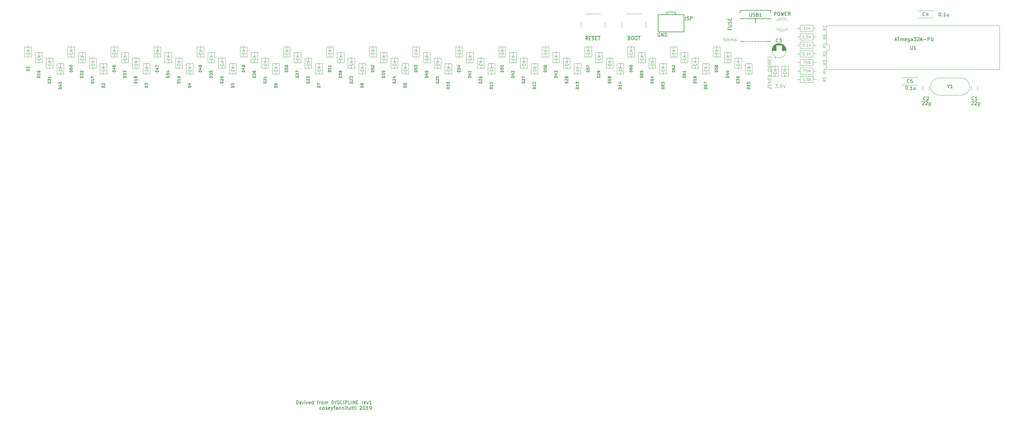
<source format=gto>
G04 #@! TF.GenerationSoftware,KiCad,Pcbnew,(5.1.5)-3*
G04 #@! TF.CreationDate,2020-03-22T10:56:23+11:00*
G04 #@! TF.ProjectId,discipline-pcb,64697363-6970-46c6-996e-652d7063622e,rev?*
G04 #@! TF.SameCoordinates,Original*
G04 #@! TF.FileFunction,Legend,Top*
G04 #@! TF.FilePolarity,Positive*
%FSLAX46Y46*%
G04 Gerber Fmt 4.6, Leading zero omitted, Abs format (unit mm)*
G04 Created by KiCad (PCBNEW (5.1.5)-3) date 2020-03-22 10:56:23*
%MOMM*%
%LPD*%
G04 APERTURE LIST*
%ADD10C,0.150000*%
%ADD11C,0.100000*%
%ADD12C,0.120000*%
%ADD13C,0.200000*%
%ADD14C,0.203200*%
%ADD15C,0.250000*%
%ADD16C,1.500000*%
%ADD17C,0.010000*%
%ADD18C,1.852000*%
%ADD19C,3.102000*%
%ADD20C,4.089800*%
%ADD21C,0.802000*%
%ADD22C,4.502000*%
%ADD23C,3.150000*%
%ADD24R,1.702000X1.702000*%
%ADD25O,1.702000X1.702000*%
%ADD26R,1.802000X1.802000*%
%ADD27C,1.802000*%
%ADD28C,1.602000*%
%ADD29C,1.702000*%
%ADD30C,1.502000*%
%ADD31O,1.502000X1.502000*%
%ADD32R,1.302000X1.302000*%
%ADD33C,1.302000*%
%ADD34C,1.902000*%
%ADD35R,1.902000X1.902000*%
%ADD36O,0.752000X1.102000*%
%ADD37O,1.002000X2.502000*%
%ADD38O,1.002000X1.802000*%
%ADD39C,2.102000*%
G04 APERTURE END LIST*
D10*
X128419785Y-152017780D02*
X128419785Y-151017780D01*
X128657880Y-151017780D01*
X128800738Y-151065400D01*
X128895976Y-151160638D01*
X128943595Y-151255876D01*
X128991214Y-151446352D01*
X128991214Y-151589209D01*
X128943595Y-151779685D01*
X128895976Y-151874923D01*
X128800738Y-151970161D01*
X128657880Y-152017780D01*
X128419785Y-152017780D01*
X129800738Y-151970161D02*
X129705500Y-152017780D01*
X129515023Y-152017780D01*
X129419785Y-151970161D01*
X129372166Y-151874923D01*
X129372166Y-151493971D01*
X129419785Y-151398733D01*
X129515023Y-151351114D01*
X129705500Y-151351114D01*
X129800738Y-151398733D01*
X129848357Y-151493971D01*
X129848357Y-151589209D01*
X129372166Y-151684447D01*
X130276928Y-152017780D02*
X130276928Y-151351114D01*
X130276928Y-151541590D02*
X130324547Y-151446352D01*
X130372166Y-151398733D01*
X130467404Y-151351114D01*
X130562642Y-151351114D01*
X130895976Y-152017780D02*
X130895976Y-151351114D01*
X130895976Y-151017780D02*
X130848357Y-151065400D01*
X130895976Y-151113019D01*
X130943595Y-151065400D01*
X130895976Y-151017780D01*
X130895976Y-151113019D01*
X131276928Y-151351114D02*
X131515023Y-152017780D01*
X131753119Y-151351114D01*
X132515023Y-151970161D02*
X132419785Y-152017780D01*
X132229309Y-152017780D01*
X132134071Y-151970161D01*
X132086452Y-151874923D01*
X132086452Y-151493971D01*
X132134071Y-151398733D01*
X132229309Y-151351114D01*
X132419785Y-151351114D01*
X132515023Y-151398733D01*
X132562642Y-151493971D01*
X132562642Y-151589209D01*
X132086452Y-151684447D01*
X133419785Y-152017780D02*
X133419785Y-151017780D01*
X133419785Y-151970161D02*
X133324547Y-152017780D01*
X133134071Y-152017780D01*
X133038833Y-151970161D01*
X132991214Y-151922542D01*
X132943595Y-151827304D01*
X132943595Y-151541590D01*
X132991214Y-151446352D01*
X133038833Y-151398733D01*
X133134071Y-151351114D01*
X133324547Y-151351114D01*
X133419785Y-151398733D01*
X134515023Y-151351114D02*
X134895976Y-151351114D01*
X134657880Y-152017780D02*
X134657880Y-151160638D01*
X134705500Y-151065400D01*
X134800738Y-151017780D01*
X134895976Y-151017780D01*
X135229309Y-152017780D02*
X135229309Y-151351114D01*
X135229309Y-151541590D02*
X135276928Y-151446352D01*
X135324547Y-151398733D01*
X135419785Y-151351114D01*
X135515023Y-151351114D01*
X135991214Y-152017780D02*
X135895976Y-151970161D01*
X135848357Y-151922542D01*
X135800738Y-151827304D01*
X135800738Y-151541590D01*
X135848357Y-151446352D01*
X135895976Y-151398733D01*
X135991214Y-151351114D01*
X136134071Y-151351114D01*
X136229309Y-151398733D01*
X136276928Y-151446352D01*
X136324547Y-151541590D01*
X136324547Y-151827304D01*
X136276928Y-151922542D01*
X136229309Y-151970161D01*
X136134071Y-152017780D01*
X135991214Y-152017780D01*
X136753119Y-152017780D02*
X136753119Y-151351114D01*
X136753119Y-151446352D02*
X136800738Y-151398733D01*
X136895976Y-151351114D01*
X137038833Y-151351114D01*
X137134071Y-151398733D01*
X137181690Y-151493971D01*
X137181690Y-152017780D01*
X137181690Y-151493971D02*
X137229309Y-151398733D01*
X137324547Y-151351114D01*
X137467404Y-151351114D01*
X137562642Y-151398733D01*
X137610261Y-151493971D01*
X137610261Y-152017780D01*
X138848357Y-152017780D02*
X138848357Y-151017780D01*
X139086452Y-151017780D01*
X139229309Y-151065400D01*
X139324547Y-151160638D01*
X139372166Y-151255876D01*
X139419785Y-151446352D01*
X139419785Y-151589209D01*
X139372166Y-151779685D01*
X139324547Y-151874923D01*
X139229309Y-151970161D01*
X139086452Y-152017780D01*
X138848357Y-152017780D01*
X139848357Y-152017780D02*
X139848357Y-151017780D01*
X140276928Y-151970161D02*
X140419785Y-152017780D01*
X140657880Y-152017780D01*
X140753119Y-151970161D01*
X140800738Y-151922542D01*
X140848357Y-151827304D01*
X140848357Y-151732066D01*
X140800738Y-151636828D01*
X140753119Y-151589209D01*
X140657880Y-151541590D01*
X140467404Y-151493971D01*
X140372166Y-151446352D01*
X140324547Y-151398733D01*
X140276928Y-151303495D01*
X140276928Y-151208257D01*
X140324547Y-151113019D01*
X140372166Y-151065400D01*
X140467404Y-151017780D01*
X140705500Y-151017780D01*
X140848357Y-151065400D01*
X141848357Y-151922542D02*
X141800738Y-151970161D01*
X141657880Y-152017780D01*
X141562642Y-152017780D01*
X141419785Y-151970161D01*
X141324547Y-151874923D01*
X141276928Y-151779685D01*
X141229309Y-151589209D01*
X141229309Y-151446352D01*
X141276928Y-151255876D01*
X141324547Y-151160638D01*
X141419785Y-151065400D01*
X141562642Y-151017780D01*
X141657880Y-151017780D01*
X141800738Y-151065400D01*
X141848357Y-151113019D01*
X142276928Y-152017780D02*
X142276928Y-151017780D01*
X142753119Y-152017780D02*
X142753119Y-151017780D01*
X143134071Y-151017780D01*
X143229309Y-151065400D01*
X143276928Y-151113019D01*
X143324547Y-151208257D01*
X143324547Y-151351114D01*
X143276928Y-151446352D01*
X143229309Y-151493971D01*
X143134071Y-151541590D01*
X142753119Y-151541590D01*
X144229309Y-152017780D02*
X143753119Y-152017780D01*
X143753119Y-151017780D01*
X144562642Y-152017780D02*
X144562642Y-151017780D01*
X145038833Y-152017780D02*
X145038833Y-151017780D01*
X145610261Y-152017780D01*
X145610261Y-151017780D01*
X146086452Y-151493971D02*
X146419785Y-151493971D01*
X146562642Y-152017780D02*
X146086452Y-152017780D01*
X146086452Y-151017780D01*
X146562642Y-151017780D01*
X147753119Y-152017780D02*
X147753119Y-151351114D01*
X147753119Y-151541590D02*
X147800738Y-151446352D01*
X147848357Y-151398733D01*
X147943595Y-151351114D01*
X148038833Y-151351114D01*
X148753119Y-151970161D02*
X148657880Y-152017780D01*
X148467404Y-152017780D01*
X148372166Y-151970161D01*
X148324547Y-151874923D01*
X148324547Y-151493971D01*
X148372166Y-151398733D01*
X148467404Y-151351114D01*
X148657880Y-151351114D01*
X148753119Y-151398733D01*
X148800738Y-151493971D01*
X148800738Y-151589209D01*
X148324547Y-151684447D01*
X149134071Y-151351114D02*
X149372166Y-152017780D01*
X149610261Y-151351114D01*
X150515023Y-152017780D02*
X149943595Y-152017780D01*
X150229309Y-152017780D02*
X150229309Y-151017780D01*
X150134071Y-151160638D01*
X150038833Y-151255876D01*
X149943595Y-151303495D01*
X135753119Y-153620161D02*
X135657880Y-153667780D01*
X135467404Y-153667780D01*
X135372166Y-153620161D01*
X135324547Y-153572542D01*
X135276928Y-153477304D01*
X135276928Y-153191590D01*
X135324547Y-153096352D01*
X135372166Y-153048733D01*
X135467404Y-153001114D01*
X135657880Y-153001114D01*
X135753119Y-153048733D01*
X136324547Y-153667780D02*
X136229309Y-153620161D01*
X136181690Y-153572542D01*
X136134071Y-153477304D01*
X136134071Y-153191590D01*
X136181690Y-153096352D01*
X136229309Y-153048733D01*
X136324547Y-153001114D01*
X136467404Y-153001114D01*
X136562642Y-153048733D01*
X136610261Y-153096352D01*
X136657880Y-153191590D01*
X136657880Y-153477304D01*
X136610261Y-153572542D01*
X136562642Y-153620161D01*
X136467404Y-153667780D01*
X136324547Y-153667780D01*
X137038833Y-153620161D02*
X137134071Y-153667780D01*
X137324547Y-153667780D01*
X137419785Y-153620161D01*
X137467404Y-153524923D01*
X137467404Y-153477304D01*
X137419785Y-153382066D01*
X137324547Y-153334447D01*
X137181690Y-153334447D01*
X137086452Y-153286828D01*
X137038833Y-153191590D01*
X137038833Y-153143971D01*
X137086452Y-153048733D01*
X137181690Y-153001114D01*
X137324547Y-153001114D01*
X137419785Y-153048733D01*
X138276928Y-153620161D02*
X138181690Y-153667780D01*
X137991214Y-153667780D01*
X137895976Y-153620161D01*
X137848357Y-153524923D01*
X137848357Y-153143971D01*
X137895976Y-153048733D01*
X137991214Y-153001114D01*
X138181690Y-153001114D01*
X138276928Y-153048733D01*
X138324547Y-153143971D01*
X138324547Y-153239209D01*
X137848357Y-153334447D01*
X138657880Y-153001114D02*
X138895976Y-153667780D01*
X139134071Y-153001114D02*
X138895976Y-153667780D01*
X138800738Y-153905876D01*
X138753119Y-153953495D01*
X138657880Y-154001114D01*
X139372166Y-153001114D02*
X139753119Y-153001114D01*
X139515023Y-153667780D02*
X139515023Y-152810638D01*
X139562642Y-152715400D01*
X139657880Y-152667780D01*
X139753119Y-152667780D01*
X140515023Y-153667780D02*
X140515023Y-153143971D01*
X140467404Y-153048733D01*
X140372166Y-153001114D01*
X140181690Y-153001114D01*
X140086452Y-153048733D01*
X140515023Y-153620161D02*
X140419785Y-153667780D01*
X140181690Y-153667780D01*
X140086452Y-153620161D01*
X140038833Y-153524923D01*
X140038833Y-153429685D01*
X140086452Y-153334447D01*
X140181690Y-153286828D01*
X140419785Y-153286828D01*
X140515023Y-153239209D01*
X140991214Y-153001114D02*
X140991214Y-153667780D01*
X140991214Y-153096352D02*
X141038833Y-153048733D01*
X141134071Y-153001114D01*
X141276928Y-153001114D01*
X141372166Y-153048733D01*
X141419785Y-153143971D01*
X141419785Y-153667780D01*
X141895976Y-153001114D02*
X141895976Y-153667780D01*
X141895976Y-153096352D02*
X141943595Y-153048733D01*
X142038833Y-153001114D01*
X142181690Y-153001114D01*
X142276928Y-153048733D01*
X142324547Y-153143971D01*
X142324547Y-153667780D01*
X142800738Y-153667780D02*
X142800738Y-153001114D01*
X142800738Y-152667780D02*
X142753119Y-152715400D01*
X142800738Y-152763019D01*
X142848357Y-152715400D01*
X142800738Y-152667780D01*
X142800738Y-152763019D01*
X143134071Y-153001114D02*
X143515023Y-153001114D01*
X143276928Y-152667780D02*
X143276928Y-153524923D01*
X143324547Y-153620161D01*
X143419785Y-153667780D01*
X143515023Y-153667780D01*
X144276928Y-153001114D02*
X144276928Y-153667780D01*
X143848357Y-153001114D02*
X143848357Y-153524923D01*
X143895976Y-153620161D01*
X143991214Y-153667780D01*
X144134071Y-153667780D01*
X144229309Y-153620161D01*
X144276928Y-153572542D01*
X144610261Y-153001114D02*
X144991214Y-153001114D01*
X144753119Y-152667780D02*
X144753119Y-153524923D01*
X144800738Y-153620161D01*
X144895976Y-153667780D01*
X144991214Y-153667780D01*
X145181690Y-153001114D02*
X145562642Y-153001114D01*
X145324547Y-152667780D02*
X145324547Y-153524923D01*
X145372166Y-153620161D01*
X145467404Y-153667780D01*
X145562642Y-153667780D01*
X145895976Y-153667780D02*
X145895976Y-153001114D01*
X145895976Y-152667780D02*
X145848357Y-152715400D01*
X145895976Y-152763019D01*
X145943595Y-152715400D01*
X145895976Y-152667780D01*
X145895976Y-152763019D01*
X147086452Y-152763019D02*
X147134071Y-152715400D01*
X147229309Y-152667780D01*
X147467404Y-152667780D01*
X147562642Y-152715400D01*
X147610261Y-152763019D01*
X147657880Y-152858257D01*
X147657880Y-152953495D01*
X147610261Y-153096352D01*
X147038833Y-153667780D01*
X147657880Y-153667780D01*
X148276928Y-152667780D02*
X148372166Y-152667780D01*
X148467404Y-152715400D01*
X148515023Y-152763019D01*
X148562642Y-152858257D01*
X148610261Y-153048733D01*
X148610261Y-153286828D01*
X148562642Y-153477304D01*
X148515023Y-153572542D01*
X148467404Y-153620161D01*
X148372166Y-153667780D01*
X148276928Y-153667780D01*
X148181690Y-153620161D01*
X148134071Y-153572542D01*
X148086452Y-153477304D01*
X148038833Y-153286828D01*
X148038833Y-153048733D01*
X148086452Y-152858257D01*
X148134071Y-152763019D01*
X148181690Y-152715400D01*
X148276928Y-152667780D01*
X149562642Y-153667780D02*
X148991214Y-153667780D01*
X149276928Y-153667780D02*
X149276928Y-152667780D01*
X149181690Y-152810638D01*
X149086452Y-152905876D01*
X148991214Y-152953495D01*
X150038833Y-153667780D02*
X150229309Y-153667780D01*
X150324547Y-153620161D01*
X150372166Y-153572542D01*
X150467404Y-153429685D01*
X150515023Y-153239209D01*
X150515023Y-152858257D01*
X150467404Y-152763019D01*
X150419785Y-152715400D01*
X150324547Y-152667780D01*
X150134071Y-152667780D01*
X150038833Y-152715400D01*
X149991214Y-152763019D01*
X149943595Y-152858257D01*
X149943595Y-153096352D01*
X149991214Y-153191590D01*
X150038833Y-153239209D01*
X150134071Y-153286828D01*
X150324547Y-153286828D01*
X150419785Y-153239209D01*
X150467404Y-153191590D01*
X150515023Y-153096352D01*
D11*
X254439585Y-44240199D02*
X254058633Y-44240199D01*
X254020538Y-44621152D01*
X254058633Y-44583056D01*
X254134824Y-44544961D01*
X254325300Y-44544961D01*
X254401490Y-44583056D01*
X254439585Y-44621152D01*
X254477681Y-44697342D01*
X254477681Y-44887818D01*
X254439585Y-44964009D01*
X254401490Y-45002104D01*
X254325300Y-45040199D01*
X254134824Y-45040199D01*
X254058633Y-45002104D01*
X254020538Y-44964009D01*
X254972919Y-44240199D02*
X255049109Y-44240199D01*
X255125300Y-44278295D01*
X255163395Y-44316390D01*
X255201490Y-44392580D01*
X255239585Y-44544961D01*
X255239585Y-44735437D01*
X255201490Y-44887818D01*
X255163395Y-44964009D01*
X255125300Y-45002104D01*
X255049109Y-45040199D01*
X254972919Y-45040199D01*
X254896728Y-45002104D01*
X254858633Y-44964009D01*
X254820538Y-44887818D01*
X254782443Y-44735437D01*
X254782443Y-44544961D01*
X254820538Y-44392580D01*
X254858633Y-44316390D01*
X254896728Y-44278295D01*
X254972919Y-44240199D01*
X255734824Y-44240199D02*
X255811014Y-44240199D01*
X255887205Y-44278295D01*
X255925300Y-44316390D01*
X255963395Y-44392580D01*
X256001490Y-44544961D01*
X256001490Y-44735437D01*
X255963395Y-44887818D01*
X255925300Y-44964009D01*
X255887205Y-45002104D01*
X255811014Y-45040199D01*
X255734824Y-45040199D01*
X255658633Y-45002104D01*
X255620538Y-44964009D01*
X255582443Y-44887818D01*
X255544347Y-44735437D01*
X255544347Y-44544961D01*
X255582443Y-44392580D01*
X255620538Y-44316390D01*
X255658633Y-44278295D01*
X255734824Y-44240199D01*
X256344347Y-45040199D02*
X256344347Y-44506866D01*
X256344347Y-44583056D02*
X256382443Y-44544961D01*
X256458633Y-44506866D01*
X256572919Y-44506866D01*
X256649109Y-44544961D01*
X256687205Y-44621152D01*
X256687205Y-45040199D01*
X256687205Y-44621152D02*
X256725300Y-44544961D01*
X256801490Y-44506866D01*
X256915776Y-44506866D01*
X256991966Y-44544961D01*
X257030062Y-44621152D01*
X257030062Y-45040199D01*
X257372919Y-44811628D02*
X257753871Y-44811628D01*
X257296728Y-45040199D02*
X257563395Y-44240199D01*
X257830062Y-45040199D01*
X269219595Y-57832784D02*
X269838643Y-57832784D01*
X269505309Y-58213737D01*
X269648166Y-58213737D01*
X269743405Y-58261356D01*
X269791024Y-58308975D01*
X269838643Y-58404213D01*
X269838643Y-58642308D01*
X269791024Y-58737546D01*
X269743405Y-58785165D01*
X269648166Y-58832784D01*
X269362452Y-58832784D01*
X269267214Y-58785165D01*
X269219595Y-58737546D01*
X270267214Y-58737546D02*
X270314833Y-58785165D01*
X270267214Y-58832784D01*
X270219595Y-58785165D01*
X270267214Y-58737546D01*
X270267214Y-58832784D01*
X271171976Y-57832784D02*
X270981500Y-57832784D01*
X270886262Y-57880404D01*
X270838643Y-57928023D01*
X270743405Y-58070880D01*
X270695786Y-58261356D01*
X270695786Y-58642308D01*
X270743405Y-58737546D01*
X270791024Y-58785165D01*
X270886262Y-58832784D01*
X271076738Y-58832784D01*
X271171976Y-58785165D01*
X271219595Y-58737546D01*
X271267214Y-58642308D01*
X271267214Y-58404213D01*
X271219595Y-58308975D01*
X271171976Y-58261356D01*
X271076738Y-58213737D01*
X270886262Y-58213737D01*
X270791024Y-58261356D01*
X270743405Y-58308975D01*
X270695786Y-58404213D01*
X271552928Y-57832784D02*
X271886262Y-58832784D01*
X272219595Y-57832784D01*
X267035790Y-59008020D02*
X267035790Y-58408020D01*
X267935790Y-59120520D01*
X267935790Y-58520520D01*
X267464362Y-58118735D02*
X267464362Y-57818735D01*
X267935790Y-57749092D02*
X267935790Y-58177663D01*
X267035790Y-58065163D01*
X267035790Y-57636592D01*
X267935790Y-57363378D02*
X267035790Y-57250878D01*
X267935790Y-56849092D01*
X267035790Y-56736592D01*
X267464362Y-56361592D02*
X267464362Y-56061592D01*
X267935790Y-55991949D02*
X267935790Y-56420520D01*
X267035790Y-56308020D01*
X267035790Y-55879449D01*
X267935790Y-55091949D02*
X267507219Y-55338378D01*
X267935790Y-55606235D02*
X267035790Y-55493735D01*
X267035790Y-55150878D01*
X267078648Y-55070520D01*
X267121505Y-55033020D01*
X267207219Y-55000878D01*
X267335790Y-55016949D01*
X267421505Y-55070520D01*
X267464362Y-55118735D01*
X267507219Y-55209806D01*
X267507219Y-55552663D01*
X267935790Y-54020520D02*
X267035790Y-53908020D01*
X267035790Y-53693735D01*
X267078648Y-53570520D01*
X267164362Y-53495520D01*
X267250076Y-53463378D01*
X267421505Y-53441949D01*
X267550076Y-53458020D01*
X267721505Y-53522306D01*
X267807219Y-53575878D01*
X267892933Y-53672306D01*
X267935790Y-53806235D01*
X267935790Y-54020520D01*
X267935790Y-53120520D02*
X267035790Y-53008020D01*
X267035790Y-52408020D02*
X267035790Y-52236592D01*
X267078648Y-52156235D01*
X267164362Y-52081235D01*
X267335790Y-52059806D01*
X267635790Y-52097306D01*
X267807219Y-52161592D01*
X267892933Y-52258020D01*
X267935790Y-52349092D01*
X267935790Y-52520520D01*
X267892933Y-52600878D01*
X267807219Y-52675878D01*
X267635790Y-52697306D01*
X267335790Y-52659806D01*
X267164362Y-52595520D01*
X267078648Y-52499092D01*
X267035790Y-52408020D01*
X267935790Y-51749092D02*
X267035790Y-51636592D01*
X267035790Y-51422306D01*
X267078648Y-51299092D01*
X267164362Y-51224092D01*
X267250076Y-51191949D01*
X267421505Y-51170520D01*
X267550076Y-51186592D01*
X267721505Y-51250878D01*
X267807219Y-51304449D01*
X267892933Y-51400878D01*
X267935790Y-51534806D01*
X267935790Y-51749092D01*
X267464362Y-50790163D02*
X267464362Y-50490163D01*
X267935790Y-50420520D02*
X267935790Y-50849092D01*
X267035790Y-50736592D01*
X267035790Y-50308020D01*
X267892933Y-50072306D02*
X267935790Y-49949092D01*
X267935790Y-49734806D01*
X267892933Y-49643735D01*
X267850076Y-49595520D01*
X267764362Y-49541949D01*
X267678648Y-49531235D01*
X267592933Y-49563378D01*
X267550076Y-49600878D01*
X267507219Y-49681235D01*
X267464362Y-49847306D01*
X267421505Y-49927663D01*
X267378648Y-49965163D01*
X267292933Y-49997306D01*
X267207219Y-49986592D01*
X267121505Y-49933020D01*
X267078648Y-49884806D01*
X267035790Y-49793735D01*
X267035790Y-49579449D01*
X267078648Y-49456235D01*
D12*
X271268160Y-53761316D02*
X271513132Y-53498846D01*
X272603068Y-53498462D02*
X272848040Y-53235992D01*
X268386050Y-53760932D02*
X268631022Y-53498462D01*
X269733396Y-53498462D02*
X269978368Y-53235992D01*
D10*
X214067707Y-44763224D02*
X213734373Y-44287034D01*
X213496278Y-44763224D02*
X213496278Y-43763224D01*
X213877230Y-43763224D01*
X213972468Y-43810844D01*
X214020088Y-43858463D01*
X214067707Y-43953701D01*
X214067707Y-44096558D01*
X214020088Y-44191796D01*
X213972468Y-44239415D01*
X213877230Y-44287034D01*
X213496278Y-44287034D01*
X214496278Y-44239415D02*
X214829611Y-44239415D01*
X214972468Y-44763224D02*
X214496278Y-44763224D01*
X214496278Y-43763224D01*
X214972468Y-43763224D01*
X215353421Y-44715605D02*
X215496278Y-44763224D01*
X215734373Y-44763224D01*
X215829611Y-44715605D01*
X215877230Y-44667986D01*
X215924849Y-44572748D01*
X215924849Y-44477510D01*
X215877230Y-44382272D01*
X215829611Y-44334653D01*
X215734373Y-44287034D01*
X215543897Y-44239415D01*
X215448659Y-44191796D01*
X215401040Y-44144177D01*
X215353421Y-44048939D01*
X215353421Y-43953701D01*
X215401040Y-43858463D01*
X215448659Y-43810844D01*
X215543897Y-43763224D01*
X215781992Y-43763224D01*
X215924849Y-43810844D01*
X216353421Y-44239415D02*
X216686754Y-44239415D01*
X216829611Y-44763224D02*
X216353421Y-44763224D01*
X216353421Y-43763224D01*
X216829611Y-43763224D01*
X217115326Y-43763224D02*
X217686754Y-43763224D01*
X217401040Y-44763224D02*
X217401040Y-43763224D01*
X268963696Y-37572714D02*
X268963696Y-36572714D01*
X269344648Y-36572714D01*
X269439886Y-36620334D01*
X269487505Y-36667953D01*
X269535124Y-36763191D01*
X269535124Y-36906048D01*
X269487505Y-37001286D01*
X269439886Y-37048905D01*
X269344648Y-37096524D01*
X268963696Y-37096524D01*
X270154172Y-36572714D02*
X270344648Y-36572714D01*
X270439886Y-36620334D01*
X270535124Y-36715572D01*
X270582743Y-36906048D01*
X270582743Y-37239381D01*
X270535124Y-37429857D01*
X270439886Y-37525095D01*
X270344648Y-37572714D01*
X270154172Y-37572714D01*
X270058934Y-37525095D01*
X269963696Y-37429857D01*
X269916077Y-37239381D01*
X269916077Y-36906048D01*
X269963696Y-36715572D01*
X270058934Y-36620334D01*
X270154172Y-36572714D01*
X270916077Y-36572714D02*
X271154172Y-37572714D01*
X271344648Y-36858429D01*
X271535124Y-37572714D01*
X271773220Y-36572714D01*
X272154172Y-37048905D02*
X272487505Y-37048905D01*
X272630362Y-37572714D02*
X272154172Y-37572714D01*
X272154172Y-36572714D01*
X272630362Y-36572714D01*
X273630362Y-37572714D02*
X273297029Y-37096524D01*
X273058934Y-37572714D02*
X273058934Y-36572714D01*
X273439886Y-36572714D01*
X273535124Y-36620334D01*
X273582743Y-36667953D01*
X273630362Y-36763191D01*
X273630362Y-36906048D01*
X273582743Y-37001286D01*
X273535124Y-37048905D01*
X273439886Y-37096524D01*
X273058934Y-37096524D01*
X235282946Y-42813477D02*
X235187708Y-42765857D01*
X235044851Y-42765857D01*
X234901993Y-42813477D01*
X234806755Y-42908715D01*
X234759136Y-43003953D01*
X234711517Y-43194429D01*
X234711517Y-43337286D01*
X234759136Y-43527762D01*
X234806755Y-43623000D01*
X234901993Y-43718238D01*
X235044851Y-43765857D01*
X235140089Y-43765857D01*
X235282946Y-43718238D01*
X235330565Y-43670619D01*
X235330565Y-43337286D01*
X235140089Y-43337286D01*
X235759136Y-43765857D02*
X235759136Y-42765857D01*
X236330565Y-43765857D01*
X236330565Y-42765857D01*
X236806755Y-43765857D02*
X236806755Y-42765857D01*
X237044851Y-42765857D01*
X237187708Y-42813477D01*
X237282946Y-42908715D01*
X237330565Y-43003953D01*
X237378184Y-43194429D01*
X237378184Y-43337286D01*
X237330565Y-43527762D01*
X237282946Y-43623000D01*
X237187708Y-43718238D01*
X237044851Y-43765857D01*
X236806755Y-43765857D01*
X242837624Y-38884008D02*
X242837624Y-37884008D01*
X243266195Y-38836389D02*
X243409053Y-38884008D01*
X243647148Y-38884008D01*
X243742386Y-38836389D01*
X243790005Y-38788770D01*
X243837624Y-38693532D01*
X243837624Y-38598294D01*
X243790005Y-38503056D01*
X243742386Y-38455437D01*
X243647148Y-38407818D01*
X243456672Y-38360199D01*
X243361434Y-38312580D01*
X243313815Y-38264961D01*
X243266195Y-38169723D01*
X243266195Y-38074485D01*
X243313815Y-37979247D01*
X243361434Y-37931628D01*
X243456672Y-37884008D01*
X243694767Y-37884008D01*
X243837624Y-37931628D01*
X244266195Y-38884008D02*
X244266195Y-37884008D01*
X244647148Y-37884008D01*
X244742386Y-37931628D01*
X244790005Y-37979247D01*
X244837624Y-38074485D01*
X244837624Y-38217342D01*
X244790005Y-38312580D01*
X244742386Y-38360199D01*
X244647148Y-38407818D01*
X244266195Y-38407818D01*
D11*
X277730735Y-48439639D02*
X277349783Y-48439639D01*
X277311688Y-48820592D01*
X277349783Y-48782496D01*
X277425973Y-48744401D01*
X277616449Y-48744401D01*
X277692640Y-48782496D01*
X277730735Y-48820592D01*
X277768830Y-48896782D01*
X277768830Y-49087258D01*
X277730735Y-49163449D01*
X277692640Y-49201544D01*
X277616449Y-49239639D01*
X277425973Y-49239639D01*
X277349783Y-49201544D01*
X277311688Y-49163449D01*
X278111688Y-49163449D02*
X278149783Y-49201544D01*
X278111688Y-49239639D01*
X278073592Y-49201544D01*
X278111688Y-49163449D01*
X278111688Y-49239639D01*
X278911688Y-49239639D02*
X278454545Y-49239639D01*
X278683116Y-49239639D02*
X278683116Y-48439639D01*
X278606926Y-48553925D01*
X278530735Y-48630115D01*
X278454545Y-48668211D01*
X279254545Y-49239639D02*
X279254545Y-48439639D01*
X279711688Y-49239639D02*
X279368830Y-48782496D01*
X279711688Y-48439639D02*
X279254545Y-48896782D01*
X277730735Y-45886186D02*
X277349783Y-45886186D01*
X277311688Y-46267139D01*
X277349783Y-46229043D01*
X277425973Y-46190948D01*
X277616449Y-46190948D01*
X277692640Y-46229043D01*
X277730735Y-46267139D01*
X277768830Y-46343329D01*
X277768830Y-46533805D01*
X277730735Y-46609996D01*
X277692640Y-46648091D01*
X277616449Y-46686186D01*
X277425973Y-46686186D01*
X277349783Y-46648091D01*
X277311688Y-46609996D01*
X278111688Y-46609996D02*
X278149783Y-46648091D01*
X278111688Y-46686186D01*
X278073592Y-46648091D01*
X278111688Y-46609996D01*
X278111688Y-46686186D01*
X278911688Y-46686186D02*
X278454545Y-46686186D01*
X278683116Y-46686186D02*
X278683116Y-45886186D01*
X278606926Y-46000472D01*
X278530735Y-46076662D01*
X278454545Y-46114758D01*
X279254545Y-46686186D02*
X279254545Y-45886186D01*
X279711688Y-46686186D02*
X279368830Y-46229043D01*
X279711688Y-45886186D02*
X279254545Y-46343329D01*
D12*
X284291580Y-46015832D02*
G75*
G02X284291580Y-48015832I0J-1000000D01*
G01*
X284291580Y-48015832D02*
X284291580Y-53475832D01*
X284291580Y-53475832D02*
X335211580Y-53475832D01*
X335211580Y-53475832D02*
X335211580Y-40555832D01*
X335211580Y-40555832D02*
X284291580Y-40555832D01*
X284291580Y-40555832D02*
X284291580Y-46015832D01*
D13*
X239871980Y-37317520D02*
X239871980Y-36517520D01*
X239871980Y-36517520D02*
X237321980Y-36517520D01*
X237321980Y-36517520D02*
X237321980Y-37317520D01*
D14*
X234811980Y-37327520D02*
X242431980Y-37327520D01*
X242431980Y-42407520D02*
X234811980Y-42407520D01*
X234811980Y-42407520D02*
X234811980Y-37327520D01*
X242431980Y-37327520D02*
X242431980Y-42407520D01*
D12*
X323879794Y-61027890D02*
X317479794Y-61027890D01*
X323879794Y-55977890D02*
X317479794Y-55977890D01*
X323879794Y-55977890D02*
G75*
G02X323879794Y-61027890I0J-2525000D01*
G01*
X317479794Y-55977890D02*
G75*
G03X317479794Y-61027890I0J-2525000D01*
G01*
X328694262Y-59631690D02*
X328694262Y-58373690D01*
X326854262Y-59631690D02*
X326854262Y-58373690D01*
X314468388Y-59631690D02*
X314468388Y-58373690D01*
X312628388Y-59631690D02*
X312628388Y-58373690D01*
X315763680Y-38227828D02*
X315763680Y-38242828D01*
X315763680Y-36102828D02*
X315763680Y-36117828D01*
X311223680Y-38227828D02*
X311223680Y-38242828D01*
X311223680Y-36102828D02*
X311223680Y-36117828D01*
X311223680Y-38242828D02*
X315763680Y-38242828D01*
X311223680Y-36102828D02*
X315763680Y-36102828D01*
X311109212Y-58018066D02*
X311109212Y-58033066D01*
X311109212Y-55893066D02*
X311109212Y-55908066D01*
X306569212Y-58018066D02*
X306569212Y-58033066D01*
X306569212Y-55893066D02*
X306569212Y-55908066D01*
X306569212Y-58033066D02*
X311109212Y-58033066D01*
X306569212Y-55893066D02*
X311109212Y-55893066D01*
X280354466Y-54812167D02*
X280354466Y-52972167D01*
X280354466Y-52972167D02*
X276514466Y-52972167D01*
X276514466Y-52972167D02*
X276514466Y-54812167D01*
X276514466Y-54812167D02*
X280354466Y-54812167D01*
X281304466Y-53892167D02*
X280354466Y-53892167D01*
X275564466Y-53892167D02*
X276514466Y-53892167D01*
X280354466Y-52318702D02*
X280354466Y-50478702D01*
X280354466Y-50478702D02*
X276514466Y-50478702D01*
X276514466Y-50478702D02*
X276514466Y-52318702D01*
X276514466Y-52318702D02*
X280354466Y-52318702D01*
X281304466Y-51398702D02*
X280354466Y-51398702D01*
X275564466Y-51398702D02*
X276514466Y-51398702D01*
X280354466Y-57305632D02*
X280354466Y-55465632D01*
X280354466Y-55465632D02*
X276514466Y-55465632D01*
X276514466Y-55465632D02*
X276514466Y-57305632D01*
X276514466Y-57305632D02*
X280354466Y-57305632D01*
X281304466Y-56385632D02*
X280354466Y-56385632D01*
X275564466Y-56385632D02*
X276514466Y-56385632D01*
X276514466Y-47906861D02*
X276514466Y-49746861D01*
X276514466Y-49746861D02*
X280354466Y-49746861D01*
X280354466Y-49746861D02*
X280354466Y-47906861D01*
X280354466Y-47906861D02*
X276514466Y-47906861D01*
X275564466Y-48826861D02*
X276514466Y-48826861D01*
X281304466Y-48826861D02*
X280354466Y-48826861D01*
X276514466Y-45387149D02*
X276514466Y-47227149D01*
X276514466Y-47227149D02*
X280354466Y-47227149D01*
X280354466Y-47227149D02*
X280354466Y-45387149D01*
X280354466Y-45387149D02*
X276514466Y-45387149D01*
X275564466Y-46307149D02*
X276514466Y-46307149D01*
X281304466Y-46307149D02*
X280354466Y-46307149D01*
X276514466Y-42893684D02*
X276514466Y-44733684D01*
X276514466Y-44733684D02*
X280354466Y-44733684D01*
X280354466Y-44733684D02*
X280354466Y-42893684D01*
X280354466Y-42893684D02*
X276514466Y-42893684D01*
X275564466Y-43813684D02*
X276514466Y-43813684D01*
X281304466Y-43813684D02*
X280354466Y-43813684D01*
X280354466Y-42239854D02*
X280354466Y-40399854D01*
X280354466Y-40399854D02*
X276514466Y-40399854D01*
X276514466Y-40399854D02*
X276514466Y-42239854D01*
X276514466Y-42239854D02*
X280354466Y-42239854D01*
X281304466Y-41319854D02*
X280354466Y-41319854D01*
X275564466Y-41319854D02*
X276514466Y-41319854D01*
X272465826Y-47901516D02*
G75*
G03X272465826Y-47901516I-2120000J0D01*
G01*
X271185826Y-47901516D02*
X272425826Y-47901516D01*
X268265826Y-47901516D02*
X269505826Y-47901516D01*
X271185826Y-47861516D02*
X272425826Y-47861516D01*
X268265826Y-47861516D02*
X269505826Y-47861516D01*
X271185826Y-47821516D02*
X272424826Y-47821516D01*
X268266826Y-47821516D02*
X269505826Y-47821516D01*
X268268826Y-47781516D02*
X269505826Y-47781516D01*
X271185826Y-47781516D02*
X272422826Y-47781516D01*
X268271826Y-47741516D02*
X269505826Y-47741516D01*
X271185826Y-47741516D02*
X272419826Y-47741516D01*
X268274826Y-47701516D02*
X269505826Y-47701516D01*
X271185826Y-47701516D02*
X272416826Y-47701516D01*
X268278826Y-47661516D02*
X269505826Y-47661516D01*
X271185826Y-47661516D02*
X272412826Y-47661516D01*
X268283826Y-47621516D02*
X269505826Y-47621516D01*
X271185826Y-47621516D02*
X272407826Y-47621516D01*
X268289826Y-47581516D02*
X269505826Y-47581516D01*
X271185826Y-47581516D02*
X272401826Y-47581516D01*
X268295826Y-47541516D02*
X269505826Y-47541516D01*
X271185826Y-47541516D02*
X272395826Y-47541516D01*
X268303826Y-47501516D02*
X269505826Y-47501516D01*
X271185826Y-47501516D02*
X272387826Y-47501516D01*
X268311826Y-47461516D02*
X269505826Y-47461516D01*
X271185826Y-47461516D02*
X272379826Y-47461516D01*
X268320826Y-47421516D02*
X269505826Y-47421516D01*
X271185826Y-47421516D02*
X272370826Y-47421516D01*
X268329826Y-47381516D02*
X269505826Y-47381516D01*
X271185826Y-47381516D02*
X272361826Y-47381516D01*
X268340826Y-47341516D02*
X269505826Y-47341516D01*
X271185826Y-47341516D02*
X272350826Y-47341516D01*
X268351826Y-47301516D02*
X269505826Y-47301516D01*
X271185826Y-47301516D02*
X272339826Y-47301516D01*
X268363826Y-47261516D02*
X269505826Y-47261516D01*
X271185826Y-47261516D02*
X272327826Y-47261516D01*
X268377826Y-47221516D02*
X269505826Y-47221516D01*
X271185826Y-47221516D02*
X272313826Y-47221516D01*
X268391826Y-47180516D02*
X269505826Y-47180516D01*
X271185826Y-47180516D02*
X272299826Y-47180516D01*
X268405826Y-47140516D02*
X269505826Y-47140516D01*
X271185826Y-47140516D02*
X272285826Y-47140516D01*
X268421826Y-47100516D02*
X269505826Y-47100516D01*
X271185826Y-47100516D02*
X272269826Y-47100516D01*
X268438826Y-47060516D02*
X269505826Y-47060516D01*
X271185826Y-47060516D02*
X272252826Y-47060516D01*
X268456826Y-47020516D02*
X269505826Y-47020516D01*
X271185826Y-47020516D02*
X272234826Y-47020516D01*
X268475826Y-46980516D02*
X269505826Y-46980516D01*
X271185826Y-46980516D02*
X272215826Y-46980516D01*
X268494826Y-46940516D02*
X269505826Y-46940516D01*
X271185826Y-46940516D02*
X272196826Y-46940516D01*
X268515826Y-46900516D02*
X269505826Y-46900516D01*
X271185826Y-46900516D02*
X272175826Y-46900516D01*
X268537826Y-46860516D02*
X269505826Y-46860516D01*
X271185826Y-46860516D02*
X272153826Y-46860516D01*
X268560826Y-46820516D02*
X269505826Y-46820516D01*
X271185826Y-46820516D02*
X272130826Y-46820516D01*
X268585826Y-46780516D02*
X269505826Y-46780516D01*
X271185826Y-46780516D02*
X272105826Y-46780516D01*
X268610826Y-46740516D02*
X269505826Y-46740516D01*
X271185826Y-46740516D02*
X272080826Y-46740516D01*
X268637826Y-46700516D02*
X269505826Y-46700516D01*
X271185826Y-46700516D02*
X272053826Y-46700516D01*
X268665826Y-46660516D02*
X269505826Y-46660516D01*
X271185826Y-46660516D02*
X272025826Y-46660516D01*
X268695826Y-46620516D02*
X269505826Y-46620516D01*
X271185826Y-46620516D02*
X271995826Y-46620516D01*
X268726826Y-46580516D02*
X269505826Y-46580516D01*
X271185826Y-46580516D02*
X271964826Y-46580516D01*
X268758826Y-46540516D02*
X269505826Y-46540516D01*
X271185826Y-46540516D02*
X271932826Y-46540516D01*
X268793826Y-46500516D02*
X269505826Y-46500516D01*
X271185826Y-46500516D02*
X271897826Y-46500516D01*
X268829826Y-46460516D02*
X269505826Y-46460516D01*
X271185826Y-46460516D02*
X271861826Y-46460516D01*
X268867826Y-46420516D02*
X269505826Y-46420516D01*
X271185826Y-46420516D02*
X271823826Y-46420516D01*
X268907826Y-46380516D02*
X269505826Y-46380516D01*
X271185826Y-46380516D02*
X271783826Y-46380516D01*
X268949826Y-46340516D02*
X269505826Y-46340516D01*
X271185826Y-46340516D02*
X271741826Y-46340516D01*
X268994826Y-46300516D02*
X271696826Y-46300516D01*
X269041826Y-46260516D02*
X271649826Y-46260516D01*
X269091826Y-46220516D02*
X271599826Y-46220516D01*
X269145826Y-46180516D02*
X271545826Y-46180516D01*
X269203826Y-46140516D02*
X271487826Y-46140516D01*
X269265826Y-46100516D02*
X271425826Y-46100516D01*
X269332826Y-46060516D02*
X271358826Y-46060516D01*
X269405826Y-46020516D02*
X271285826Y-46020516D01*
X269486826Y-45980516D02*
X271204826Y-45980516D01*
X269577826Y-45940516D02*
X271113826Y-45940516D01*
X269681826Y-45900516D02*
X271009826Y-45900516D01*
X269808826Y-45860516D02*
X270882826Y-45860516D01*
X269975826Y-45820516D02*
X270715826Y-45820516D01*
X269150826Y-50171317D02*
X269150826Y-49771317D01*
X268950826Y-49971317D02*
X269350826Y-49971317D01*
X269705866Y-41297480D02*
X269705866Y-41453480D01*
X269705866Y-38981480D02*
X269705866Y-39137480D01*
X272306996Y-41297317D02*
G75*
G02X270224905Y-41297480I-1041130J1079837D01*
G01*
X272306996Y-39137643D02*
G75*
G03X270224905Y-39137480I-1041130J-1079837D01*
G01*
X272938201Y-41296088D02*
G75*
G02X269705866Y-41452996I-1672335J1078608D01*
G01*
X272938201Y-39138872D02*
G75*
G03X269705866Y-38981964I-1672335J-1078608D01*
G01*
D10*
X268041618Y-38537672D02*
X258791618Y-38537672D01*
X267891618Y-45197672D02*
X258941618Y-45197672D01*
X258936618Y-36787672D02*
X258941618Y-36027672D01*
X267891618Y-36027672D02*
X258941618Y-36027672D01*
X267891618Y-36027672D02*
X267896618Y-36787672D01*
X263416618Y-38537672D02*
X263416618Y-39807672D01*
D12*
X231103882Y-41082724D02*
X231103882Y-39582724D01*
X229853882Y-37082724D02*
X225353882Y-37082724D01*
X224103882Y-39582724D02*
X224103882Y-41082724D01*
X225353882Y-43582724D02*
X229853882Y-43582724D01*
X219103882Y-41082724D02*
X219103882Y-39582724D01*
X217853882Y-37082724D02*
X213353882Y-37082724D01*
X212103882Y-39582724D02*
X212103882Y-41082724D01*
X213353882Y-43582724D02*
X217853882Y-43582724D01*
X48468434Y-46792262D02*
X48468434Y-49762262D01*
X50468434Y-46782262D02*
X50458434Y-49772262D01*
X48468434Y-49772262D02*
X50458434Y-49772262D01*
X49478434Y-49982262D02*
X49478434Y-48862262D01*
X49478434Y-46522262D02*
X49478434Y-47802262D01*
X48468434Y-46782262D02*
X50468434Y-46782262D01*
X49478434Y-47912262D02*
X50018434Y-48862262D01*
X49468434Y-47922262D02*
X48938434Y-48832262D01*
X48938434Y-48862262D02*
X50018434Y-48862262D01*
X48938434Y-47812262D02*
X50018434Y-47812262D01*
X57976823Y-51752849D02*
X57976823Y-54722849D01*
X59976823Y-51742849D02*
X59966823Y-54732849D01*
X57976823Y-54732849D02*
X59966823Y-54732849D01*
X58986823Y-54942849D02*
X58986823Y-53822849D01*
X58986823Y-51482849D02*
X58986823Y-52762849D01*
X57976823Y-51742849D02*
X59976823Y-51742849D01*
X58986823Y-52872849D02*
X59526823Y-53822849D01*
X58976823Y-52882849D02*
X58446823Y-53792849D01*
X58446823Y-53822849D02*
X59526823Y-53822849D01*
X58446823Y-52772849D02*
X59526823Y-52772849D01*
X70654675Y-51752849D02*
X70654675Y-54722849D01*
X72654675Y-51742849D02*
X72644675Y-54732849D01*
X70654675Y-54732849D02*
X72644675Y-54732849D01*
X71664675Y-54942849D02*
X71664675Y-53822849D01*
X71664675Y-51482849D02*
X71664675Y-52762849D01*
X70654675Y-51742849D02*
X72654675Y-51742849D01*
X71664675Y-52872849D02*
X72204675Y-53822849D01*
X71654675Y-52882849D02*
X71124675Y-53792849D01*
X71124675Y-53822849D02*
X72204675Y-53822849D01*
X71124675Y-52772849D02*
X72204675Y-52772849D01*
X73824138Y-46792262D02*
X73824138Y-49762262D01*
X75824138Y-46782262D02*
X75814138Y-49772262D01*
X73824138Y-49772262D02*
X75814138Y-49772262D01*
X74834138Y-49982262D02*
X74834138Y-48862262D01*
X74834138Y-46522262D02*
X74834138Y-47802262D01*
X73824138Y-46782262D02*
X75824138Y-46782262D01*
X74834138Y-47912262D02*
X75374138Y-48862262D01*
X74824138Y-47922262D02*
X74294138Y-48832262D01*
X74294138Y-48862262D02*
X75374138Y-48862262D01*
X74294138Y-47812262D02*
X75374138Y-47812262D01*
X86501990Y-46792262D02*
X86501990Y-49762262D01*
X88501990Y-46782262D02*
X88491990Y-49772262D01*
X86501990Y-49772262D02*
X88491990Y-49772262D01*
X87511990Y-49982262D02*
X87511990Y-48862262D01*
X87511990Y-46522262D02*
X87511990Y-47802262D01*
X86501990Y-46782262D02*
X88501990Y-46782262D01*
X87511990Y-47912262D02*
X88051990Y-48862262D01*
X87501990Y-47922262D02*
X86971990Y-48832262D01*
X86971990Y-48862262D02*
X88051990Y-48862262D01*
X86971990Y-47812262D02*
X88051990Y-47812262D01*
X99179842Y-46792262D02*
X99179842Y-49762262D01*
X101179842Y-46782262D02*
X101169842Y-49772262D01*
X99179842Y-49772262D02*
X101169842Y-49772262D01*
X100189842Y-49982262D02*
X100189842Y-48862262D01*
X100189842Y-46522262D02*
X100189842Y-47802262D01*
X99179842Y-46782262D02*
X101179842Y-46782262D01*
X100189842Y-47912262D02*
X100729842Y-48862262D01*
X100179842Y-47922262D02*
X99649842Y-48832262D01*
X99649842Y-48862262D02*
X100729842Y-48862262D01*
X99649842Y-47812262D02*
X100729842Y-47812262D01*
X111857694Y-46792262D02*
X111857694Y-49762262D01*
X113857694Y-46782262D02*
X113847694Y-49772262D01*
X111857694Y-49772262D02*
X113847694Y-49772262D01*
X112867694Y-49982262D02*
X112867694Y-48862262D01*
X112867694Y-46522262D02*
X112867694Y-47802262D01*
X111857694Y-46782262D02*
X113857694Y-46782262D01*
X112867694Y-47912262D02*
X113407694Y-48862262D01*
X112857694Y-47922262D02*
X112327694Y-48832262D01*
X112327694Y-48862262D02*
X113407694Y-48862262D01*
X112327694Y-47812262D02*
X113407694Y-47812262D01*
X124535546Y-46792262D02*
X124535546Y-49762262D01*
X126535546Y-46782262D02*
X126525546Y-49772262D01*
X124535546Y-49772262D02*
X126525546Y-49772262D01*
X125545546Y-49982262D02*
X125545546Y-48862262D01*
X125545546Y-46522262D02*
X125545546Y-47802262D01*
X124535546Y-46782262D02*
X126535546Y-46782262D01*
X125545546Y-47912262D02*
X126085546Y-48862262D01*
X125535546Y-47922262D02*
X125005546Y-48832262D01*
X125005546Y-48862262D02*
X126085546Y-48862262D01*
X125005546Y-47812262D02*
X126085546Y-47812262D01*
X137213398Y-46792262D02*
X137213398Y-49762262D01*
X139213398Y-46782262D02*
X139203398Y-49772262D01*
X137213398Y-49772262D02*
X139203398Y-49772262D01*
X138223398Y-49982262D02*
X138223398Y-48862262D01*
X138223398Y-46522262D02*
X138223398Y-47802262D01*
X137213398Y-46782262D02*
X139213398Y-46782262D01*
X138223398Y-47912262D02*
X138763398Y-48862262D01*
X138213398Y-47922262D02*
X137683398Y-48832262D01*
X137683398Y-48862262D02*
X138763398Y-48862262D01*
X137683398Y-47812262D02*
X138763398Y-47812262D01*
X149891250Y-46792262D02*
X149891250Y-49762262D01*
X151891250Y-46782262D02*
X151881250Y-49772262D01*
X149891250Y-49772262D02*
X151881250Y-49772262D01*
X150901250Y-49982262D02*
X150901250Y-48862262D01*
X150901250Y-46522262D02*
X150901250Y-47802262D01*
X149891250Y-46782262D02*
X151891250Y-46782262D01*
X150901250Y-47912262D02*
X151441250Y-48862262D01*
X150891250Y-47922262D02*
X150361250Y-48832262D01*
X150361250Y-48862262D02*
X151441250Y-48862262D01*
X150361250Y-47812262D02*
X151441250Y-47812262D01*
X162569102Y-46792262D02*
X162569102Y-49762262D01*
X164569102Y-46782262D02*
X164559102Y-49772262D01*
X162569102Y-49772262D02*
X164559102Y-49772262D01*
X163579102Y-49982262D02*
X163579102Y-48862262D01*
X163579102Y-46522262D02*
X163579102Y-47802262D01*
X162569102Y-46782262D02*
X164569102Y-46782262D01*
X163579102Y-47912262D02*
X164119102Y-48862262D01*
X163569102Y-47922262D02*
X163039102Y-48832262D01*
X163039102Y-48862262D02*
X164119102Y-48862262D01*
X163039102Y-47812262D02*
X164119102Y-47812262D01*
X175246954Y-46792262D02*
X175246954Y-49762262D01*
X177246954Y-46782262D02*
X177236954Y-49772262D01*
X175246954Y-49772262D02*
X177236954Y-49772262D01*
X176256954Y-49982262D02*
X176256954Y-48862262D01*
X176256954Y-46522262D02*
X176256954Y-47802262D01*
X175246954Y-46782262D02*
X177246954Y-46782262D01*
X176256954Y-47912262D02*
X176796954Y-48862262D01*
X176246954Y-47922262D02*
X175716954Y-48832262D01*
X175716954Y-48862262D02*
X176796954Y-48862262D01*
X175716954Y-47812262D02*
X176796954Y-47812262D01*
X187924806Y-46792262D02*
X187924806Y-49762262D01*
X189924806Y-46782262D02*
X189914806Y-49772262D01*
X187924806Y-49772262D02*
X189914806Y-49772262D01*
X188934806Y-49982262D02*
X188934806Y-48862262D01*
X188934806Y-46522262D02*
X188934806Y-47802262D01*
X187924806Y-46782262D02*
X189924806Y-46782262D01*
X188934806Y-47912262D02*
X189474806Y-48862262D01*
X188924806Y-47922262D02*
X188394806Y-48832262D01*
X188394806Y-48862262D02*
X189474806Y-48862262D01*
X188394806Y-47812262D02*
X189474806Y-47812262D01*
X200602658Y-46792262D02*
X200602658Y-49762262D01*
X202602658Y-46782262D02*
X202592658Y-49772262D01*
X200602658Y-49772262D02*
X202592658Y-49772262D01*
X201612658Y-49982262D02*
X201612658Y-48862262D01*
X201612658Y-46522262D02*
X201612658Y-47802262D01*
X200602658Y-46782262D02*
X202602658Y-46782262D01*
X201612658Y-47912262D02*
X202152658Y-48862262D01*
X201602658Y-47922262D02*
X201072658Y-48832262D01*
X201072658Y-48862262D02*
X202152658Y-48862262D01*
X201072658Y-47812262D02*
X202152658Y-47812262D01*
X213210526Y-46792262D02*
X213210526Y-49762262D01*
X215210526Y-46782262D02*
X215200526Y-49772262D01*
X213210526Y-49772262D02*
X215200526Y-49772262D01*
X214220526Y-49982262D02*
X214220526Y-48862262D01*
X214220526Y-46522262D02*
X214220526Y-47802262D01*
X213210526Y-46782262D02*
X215210526Y-46782262D01*
X214220526Y-47912262D02*
X214760526Y-48862262D01*
X214210526Y-47922262D02*
X213680526Y-48832262D01*
X213680526Y-48862262D02*
X214760526Y-48862262D01*
X213680526Y-47812262D02*
X214760526Y-47812262D01*
X260410079Y-51752849D02*
X260410079Y-54722849D01*
X262410079Y-51742849D02*
X262400079Y-54732849D01*
X260410079Y-54732849D02*
X262400079Y-54732849D01*
X261420079Y-54942849D02*
X261420079Y-53822849D01*
X261420079Y-51482849D02*
X261420079Y-52762849D01*
X260410079Y-51742849D02*
X262410079Y-51742849D01*
X261420079Y-52872849D02*
X261960079Y-53822849D01*
X261410079Y-52882849D02*
X260880079Y-53792849D01*
X260880079Y-53822849D02*
X261960079Y-53822849D01*
X260880079Y-52772849D02*
X261960079Y-52772849D01*
X51637897Y-48445791D02*
X51637897Y-51415791D01*
X53637897Y-48435791D02*
X53627897Y-51425791D01*
X51637897Y-51425791D02*
X53627897Y-51425791D01*
X52647897Y-51635791D02*
X52647897Y-50515791D01*
X52647897Y-48175791D02*
X52647897Y-49455791D01*
X51637897Y-48435791D02*
X53637897Y-48435791D01*
X52647897Y-49565791D02*
X53187897Y-50515791D01*
X52637897Y-49575791D02*
X52107897Y-50485791D01*
X52107897Y-50515791D02*
X53187897Y-50515791D01*
X52107897Y-49465791D02*
X53187897Y-49465791D01*
X67485212Y-50099320D02*
X67485212Y-53069320D01*
X69485212Y-50089320D02*
X69475212Y-53079320D01*
X67485212Y-53079320D02*
X69475212Y-53079320D01*
X68495212Y-53289320D02*
X68495212Y-52169320D01*
X68495212Y-49829320D02*
X68495212Y-51109320D01*
X67485212Y-50089320D02*
X69485212Y-50089320D01*
X68495212Y-51219320D02*
X69035212Y-52169320D01*
X68485212Y-51229320D02*
X67955212Y-52139320D01*
X67955212Y-52169320D02*
X69035212Y-52169320D01*
X67955212Y-51119320D02*
X69035212Y-51119320D01*
X76993601Y-48445791D02*
X76993601Y-51415791D01*
X78993601Y-48435791D02*
X78983601Y-51425791D01*
X76993601Y-51425791D02*
X78983601Y-51425791D01*
X78003601Y-51635791D02*
X78003601Y-50515791D01*
X78003601Y-48175791D02*
X78003601Y-49455791D01*
X76993601Y-48435791D02*
X78993601Y-48435791D01*
X78003601Y-49565791D02*
X78543601Y-50515791D01*
X77993601Y-49575791D02*
X77463601Y-50485791D01*
X77463601Y-50515791D02*
X78543601Y-50515791D01*
X77463601Y-49465791D02*
X78543601Y-49465791D01*
X89671453Y-48445791D02*
X89671453Y-51415791D01*
X91671453Y-48435791D02*
X91661453Y-51425791D01*
X89671453Y-51425791D02*
X91661453Y-51425791D01*
X90681453Y-51635791D02*
X90681453Y-50515791D01*
X90681453Y-48175791D02*
X90681453Y-49455791D01*
X89671453Y-48435791D02*
X91671453Y-48435791D01*
X90681453Y-49565791D02*
X91221453Y-50515791D01*
X90671453Y-49575791D02*
X90141453Y-50485791D01*
X90141453Y-50515791D02*
X91221453Y-50515791D01*
X90141453Y-49465791D02*
X91221453Y-49465791D01*
X102349305Y-48445791D02*
X102349305Y-51415791D01*
X104349305Y-48435791D02*
X104339305Y-51425791D01*
X102349305Y-51425791D02*
X104339305Y-51425791D01*
X103359305Y-51635791D02*
X103359305Y-50515791D01*
X103359305Y-48175791D02*
X103359305Y-49455791D01*
X102349305Y-48435791D02*
X104349305Y-48435791D01*
X103359305Y-49565791D02*
X103899305Y-50515791D01*
X103349305Y-49575791D02*
X102819305Y-50485791D01*
X102819305Y-50515791D02*
X103899305Y-50515791D01*
X102819305Y-49465791D02*
X103899305Y-49465791D01*
X115027157Y-48445791D02*
X115027157Y-51415791D01*
X117027157Y-48435791D02*
X117017157Y-51425791D01*
X115027157Y-51425791D02*
X117017157Y-51425791D01*
X116037157Y-51635791D02*
X116037157Y-50515791D01*
X116037157Y-48175791D02*
X116037157Y-49455791D01*
X115027157Y-48435791D02*
X117027157Y-48435791D01*
X116037157Y-49565791D02*
X116577157Y-50515791D01*
X116027157Y-49575791D02*
X115497157Y-50485791D01*
X115497157Y-50515791D02*
X116577157Y-50515791D01*
X115497157Y-49465791D02*
X116577157Y-49465791D01*
X127705009Y-48445791D02*
X127705009Y-51415791D01*
X129705009Y-48435791D02*
X129695009Y-51425791D01*
X127705009Y-51425791D02*
X129695009Y-51425791D01*
X128715009Y-51635791D02*
X128715009Y-50515791D01*
X128715009Y-48175791D02*
X128715009Y-49455791D01*
X127705009Y-48435791D02*
X129705009Y-48435791D01*
X128715009Y-49565791D02*
X129255009Y-50515791D01*
X128705009Y-49575791D02*
X128175009Y-50485791D01*
X128175009Y-50515791D02*
X129255009Y-50515791D01*
X128175009Y-49465791D02*
X129255009Y-49465791D01*
X140382861Y-48445791D02*
X140382861Y-51415791D01*
X142382861Y-48435791D02*
X142372861Y-51425791D01*
X140382861Y-51425791D02*
X142372861Y-51425791D01*
X141392861Y-51635791D02*
X141392861Y-50515791D01*
X141392861Y-48175791D02*
X141392861Y-49455791D01*
X140382861Y-48435791D02*
X142382861Y-48435791D01*
X141392861Y-49565791D02*
X141932861Y-50515791D01*
X141382861Y-49575791D02*
X140852861Y-50485791D01*
X140852861Y-50515791D02*
X141932861Y-50515791D01*
X140852861Y-49465791D02*
X141932861Y-49465791D01*
X153060713Y-48445791D02*
X153060713Y-51415791D01*
X155060713Y-48435791D02*
X155050713Y-51425791D01*
X153060713Y-51425791D02*
X155050713Y-51425791D01*
X154070713Y-51635791D02*
X154070713Y-50515791D01*
X154070713Y-48175791D02*
X154070713Y-49455791D01*
X153060713Y-48435791D02*
X155060713Y-48435791D01*
X154070713Y-49565791D02*
X154610713Y-50515791D01*
X154060713Y-49575791D02*
X153530713Y-50485791D01*
X153530713Y-50515791D02*
X154610713Y-50515791D01*
X153530713Y-49465791D02*
X154610713Y-49465791D01*
X165738565Y-48445791D02*
X165738565Y-51415791D01*
X167738565Y-48435791D02*
X167728565Y-51425791D01*
X165738565Y-51425791D02*
X167728565Y-51425791D01*
X166748565Y-51635791D02*
X166748565Y-50515791D01*
X166748565Y-48175791D02*
X166748565Y-49455791D01*
X165738565Y-48435791D02*
X167738565Y-48435791D01*
X166748565Y-49565791D02*
X167288565Y-50515791D01*
X166738565Y-49575791D02*
X166208565Y-50485791D01*
X166208565Y-50515791D02*
X167288565Y-50515791D01*
X166208565Y-49465791D02*
X167288565Y-49465791D01*
X178416417Y-48445791D02*
X178416417Y-51415791D01*
X180416417Y-48435791D02*
X180406417Y-51425791D01*
X178416417Y-51425791D02*
X180406417Y-51425791D01*
X179426417Y-51635791D02*
X179426417Y-50515791D01*
X179426417Y-48175791D02*
X179426417Y-49455791D01*
X178416417Y-48435791D02*
X180416417Y-48435791D01*
X179426417Y-49565791D02*
X179966417Y-50515791D01*
X179416417Y-49575791D02*
X178886417Y-50485791D01*
X178886417Y-50515791D02*
X179966417Y-50515791D01*
X178886417Y-49465791D02*
X179966417Y-49465791D01*
X191094269Y-48445791D02*
X191094269Y-51415791D01*
X193094269Y-48435791D02*
X193084269Y-51425791D01*
X191094269Y-51425791D02*
X193084269Y-51425791D01*
X192104269Y-51635791D02*
X192104269Y-50515791D01*
X192104269Y-48175791D02*
X192104269Y-49455791D01*
X191094269Y-48435791D02*
X193094269Y-48435791D01*
X192104269Y-49565791D02*
X192644269Y-50515791D01*
X192094269Y-49575791D02*
X191564269Y-50485791D01*
X191564269Y-50515791D02*
X192644269Y-50515791D01*
X191564269Y-49465791D02*
X192644269Y-49465791D01*
X203754625Y-48445791D02*
X203754625Y-51415791D01*
X205754625Y-48435791D02*
X205744625Y-51425791D01*
X203754625Y-51425791D02*
X205744625Y-51425791D01*
X204764625Y-51635791D02*
X204764625Y-50515791D01*
X204764625Y-48175791D02*
X204764625Y-49455791D01*
X203754625Y-48435791D02*
X205754625Y-48435791D01*
X204764625Y-49565791D02*
X205304625Y-50515791D01*
X204754625Y-49575791D02*
X204224625Y-50485791D01*
X204224625Y-50515791D02*
X205304625Y-50515791D01*
X204224625Y-49465791D02*
X205304625Y-49465791D01*
X216361299Y-48445791D02*
X216361299Y-51415791D01*
X218361299Y-48435791D02*
X218351299Y-51425791D01*
X216361299Y-51425791D02*
X218351299Y-51425791D01*
X217371299Y-51635791D02*
X217371299Y-50515791D01*
X217371299Y-48175791D02*
X217371299Y-49455791D01*
X216361299Y-48435791D02*
X218361299Y-48435791D01*
X217371299Y-49565791D02*
X217911299Y-50515791D01*
X217361299Y-49575791D02*
X216831299Y-50485791D01*
X216831299Y-50515791D02*
X217911299Y-50515791D01*
X216831299Y-49465791D02*
X217911299Y-49465791D01*
X257321355Y-50099320D02*
X257321355Y-53069320D01*
X259321355Y-50089320D02*
X259311355Y-53079320D01*
X257321355Y-53079320D02*
X259311355Y-53079320D01*
X258331355Y-53289320D02*
X258331355Y-52169320D01*
X258331355Y-49829320D02*
X258331355Y-51109320D01*
X257321355Y-50089320D02*
X259321355Y-50089320D01*
X258331355Y-51219320D02*
X258871355Y-52169320D01*
X258321355Y-51229320D02*
X257791355Y-52139320D01*
X257791355Y-52169320D02*
X258871355Y-52169320D01*
X257791355Y-51119320D02*
X258871355Y-51119320D01*
X54807360Y-50099320D02*
X54807360Y-53069320D01*
X56807360Y-50089320D02*
X56797360Y-53079320D01*
X54807360Y-53079320D02*
X56797360Y-53079320D01*
X55817360Y-53289320D02*
X55817360Y-52169320D01*
X55817360Y-49829320D02*
X55817360Y-51109320D01*
X54807360Y-50089320D02*
X56807360Y-50089320D01*
X55817360Y-51219320D02*
X56357360Y-52169320D01*
X55807360Y-51229320D02*
X55277360Y-52139320D01*
X55277360Y-52169320D02*
X56357360Y-52169320D01*
X55277360Y-51119320D02*
X56357360Y-51119320D01*
X64315749Y-48445791D02*
X64315749Y-51415791D01*
X66315749Y-48435791D02*
X66305749Y-51425791D01*
X64315749Y-51425791D02*
X66305749Y-51425791D01*
X65325749Y-51635791D02*
X65325749Y-50515791D01*
X65325749Y-48175791D02*
X65325749Y-49455791D01*
X64315749Y-48435791D02*
X66315749Y-48435791D01*
X65325749Y-49565791D02*
X65865749Y-50515791D01*
X65315749Y-49575791D02*
X64785749Y-50485791D01*
X64785749Y-50515791D02*
X65865749Y-50515791D01*
X64785749Y-49465791D02*
X65865749Y-49465791D01*
X80163064Y-50099320D02*
X80163064Y-53069320D01*
X82163064Y-50089320D02*
X82153064Y-53079320D01*
X80163064Y-53079320D02*
X82153064Y-53079320D01*
X81173064Y-53289320D02*
X81173064Y-52169320D01*
X81173064Y-49829320D02*
X81173064Y-51109320D01*
X80163064Y-50089320D02*
X82163064Y-50089320D01*
X81173064Y-51219320D02*
X81713064Y-52169320D01*
X81163064Y-51229320D02*
X80633064Y-52139320D01*
X80633064Y-52169320D02*
X81713064Y-52169320D01*
X80633064Y-51119320D02*
X81713064Y-51119320D01*
X92840916Y-50099320D02*
X92840916Y-53069320D01*
X94840916Y-50089320D02*
X94830916Y-53079320D01*
X92840916Y-53079320D02*
X94830916Y-53079320D01*
X93850916Y-53289320D02*
X93850916Y-52169320D01*
X93850916Y-49829320D02*
X93850916Y-51109320D01*
X92840916Y-50089320D02*
X94840916Y-50089320D01*
X93850916Y-51219320D02*
X94390916Y-52169320D01*
X93840916Y-51229320D02*
X93310916Y-52139320D01*
X93310916Y-52169320D02*
X94390916Y-52169320D01*
X93310916Y-51119320D02*
X94390916Y-51119320D01*
X105518768Y-50099320D02*
X105518768Y-53069320D01*
X107518768Y-50089320D02*
X107508768Y-53079320D01*
X105518768Y-53079320D02*
X107508768Y-53079320D01*
X106528768Y-53289320D02*
X106528768Y-52169320D01*
X106528768Y-49829320D02*
X106528768Y-51109320D01*
X105518768Y-50089320D02*
X107518768Y-50089320D01*
X106528768Y-51219320D02*
X107068768Y-52169320D01*
X106518768Y-51229320D02*
X105988768Y-52139320D01*
X105988768Y-52169320D02*
X107068768Y-52169320D01*
X105988768Y-51119320D02*
X107068768Y-51119320D01*
X118196620Y-50099320D02*
X118196620Y-53069320D01*
X120196620Y-50089320D02*
X120186620Y-53079320D01*
X118196620Y-53079320D02*
X120186620Y-53079320D01*
X119206620Y-53289320D02*
X119206620Y-52169320D01*
X119206620Y-49829320D02*
X119206620Y-51109320D01*
X118196620Y-50089320D02*
X120196620Y-50089320D01*
X119206620Y-51219320D02*
X119746620Y-52169320D01*
X119196620Y-51229320D02*
X118666620Y-52139320D01*
X118666620Y-52169320D02*
X119746620Y-52169320D01*
X118666620Y-51119320D02*
X119746620Y-51119320D01*
X130874472Y-50099320D02*
X130874472Y-53069320D01*
X132874472Y-50089320D02*
X132864472Y-53079320D01*
X130874472Y-53079320D02*
X132864472Y-53079320D01*
X131884472Y-53289320D02*
X131884472Y-52169320D01*
X131884472Y-49829320D02*
X131884472Y-51109320D01*
X130874472Y-50089320D02*
X132874472Y-50089320D01*
X131884472Y-51219320D02*
X132424472Y-52169320D01*
X131874472Y-51229320D02*
X131344472Y-52139320D01*
X131344472Y-52169320D02*
X132424472Y-52169320D01*
X131344472Y-51119320D02*
X132424472Y-51119320D01*
X143552324Y-50099320D02*
X143552324Y-53069320D01*
X145552324Y-50089320D02*
X145542324Y-53079320D01*
X143552324Y-53079320D02*
X145542324Y-53079320D01*
X144562324Y-53289320D02*
X144562324Y-52169320D01*
X144562324Y-49829320D02*
X144562324Y-51109320D01*
X143552324Y-50089320D02*
X145552324Y-50089320D01*
X144562324Y-51219320D02*
X145102324Y-52169320D01*
X144552324Y-51229320D02*
X144022324Y-52139320D01*
X144022324Y-52169320D02*
X145102324Y-52169320D01*
X144022324Y-51119320D02*
X145102324Y-51119320D01*
X156230176Y-50099320D02*
X156230176Y-53069320D01*
X158230176Y-50089320D02*
X158220176Y-53079320D01*
X156230176Y-53079320D02*
X158220176Y-53079320D01*
X157240176Y-53289320D02*
X157240176Y-52169320D01*
X157240176Y-49829320D02*
X157240176Y-51109320D01*
X156230176Y-50089320D02*
X158230176Y-50089320D01*
X157240176Y-51219320D02*
X157780176Y-52169320D01*
X157230176Y-51229320D02*
X156700176Y-52139320D01*
X156700176Y-52169320D02*
X157780176Y-52169320D01*
X156700176Y-51119320D02*
X157780176Y-51119320D01*
X168908028Y-50099320D02*
X168908028Y-53069320D01*
X170908028Y-50089320D02*
X170898028Y-53079320D01*
X168908028Y-53079320D02*
X170898028Y-53079320D01*
X169918028Y-53289320D02*
X169918028Y-52169320D01*
X169918028Y-49829320D02*
X169918028Y-51109320D01*
X168908028Y-50089320D02*
X170908028Y-50089320D01*
X169918028Y-51219320D02*
X170458028Y-52169320D01*
X169908028Y-51229320D02*
X169378028Y-52139320D01*
X169378028Y-52169320D02*
X170458028Y-52169320D01*
X169378028Y-51119320D02*
X170458028Y-51119320D01*
X181585880Y-50099320D02*
X181585880Y-53069320D01*
X183585880Y-50089320D02*
X183575880Y-53079320D01*
X181585880Y-53079320D02*
X183575880Y-53079320D01*
X182595880Y-53289320D02*
X182595880Y-52169320D01*
X182595880Y-49829320D02*
X182595880Y-51109320D01*
X181585880Y-50089320D02*
X183585880Y-50089320D01*
X182595880Y-51219320D02*
X183135880Y-52169320D01*
X182585880Y-51229320D02*
X182055880Y-52139320D01*
X182055880Y-52169320D02*
X183135880Y-52169320D01*
X182055880Y-51119320D02*
X183135880Y-51119320D01*
X194263732Y-50099320D02*
X194263732Y-53069320D01*
X196263732Y-50089320D02*
X196253732Y-53079320D01*
X194263732Y-53079320D02*
X196253732Y-53079320D01*
X195273732Y-53289320D02*
X195273732Y-52169320D01*
X195273732Y-49829320D02*
X195273732Y-51109320D01*
X194263732Y-50089320D02*
X196263732Y-50089320D01*
X195273732Y-51219320D02*
X195813732Y-52169320D01*
X195263732Y-51229320D02*
X194733732Y-52139320D01*
X194733732Y-52169320D02*
X195813732Y-52169320D01*
X194733732Y-51119320D02*
X195813732Y-51119320D01*
X219512072Y-50099320D02*
X219512072Y-53069320D01*
X221512072Y-50089320D02*
X221502072Y-53079320D01*
X219512072Y-53079320D02*
X221502072Y-53079320D01*
X220522072Y-53289320D02*
X220522072Y-52169320D01*
X220522072Y-49829320D02*
X220522072Y-51109320D01*
X219512072Y-50089320D02*
X221512072Y-50089320D01*
X220522072Y-51219320D02*
X221062072Y-52169320D01*
X220512072Y-51229320D02*
X219982072Y-52139320D01*
X219982072Y-52169320D02*
X221062072Y-52169320D01*
X219982072Y-51119320D02*
X221062072Y-51119320D01*
X254232631Y-48445791D02*
X254232631Y-51415791D01*
X256232631Y-48435791D02*
X256222631Y-51425791D01*
X254232631Y-51425791D02*
X256222631Y-51425791D01*
X255242631Y-51635791D02*
X255242631Y-50515791D01*
X255242631Y-48175791D02*
X255242631Y-49455791D01*
X254232631Y-48435791D02*
X256232631Y-48435791D01*
X255242631Y-49565791D02*
X255782631Y-50515791D01*
X255232631Y-49575791D02*
X254702631Y-50485791D01*
X254702631Y-50515791D02*
X255782631Y-50515791D01*
X254702631Y-49465791D02*
X255782631Y-49465791D01*
X83332527Y-51752849D02*
X83332527Y-54722849D01*
X85332527Y-51742849D02*
X85322527Y-54732849D01*
X83332527Y-54732849D02*
X85322527Y-54732849D01*
X84342527Y-54942849D02*
X84342527Y-53822849D01*
X84342527Y-51482849D02*
X84342527Y-52762849D01*
X83332527Y-51742849D02*
X85332527Y-51742849D01*
X84342527Y-52872849D02*
X84882527Y-53822849D01*
X84332527Y-52882849D02*
X83802527Y-53792849D01*
X83802527Y-53822849D02*
X84882527Y-53822849D01*
X83802527Y-52772849D02*
X84882527Y-52772849D01*
X96010379Y-51752849D02*
X96010379Y-54722849D01*
X98010379Y-51742849D02*
X98000379Y-54732849D01*
X96010379Y-54732849D02*
X98000379Y-54732849D01*
X97020379Y-54942849D02*
X97020379Y-53822849D01*
X97020379Y-51482849D02*
X97020379Y-52762849D01*
X96010379Y-51742849D02*
X98010379Y-51742849D01*
X97020379Y-52872849D02*
X97560379Y-53822849D01*
X97010379Y-52882849D02*
X96480379Y-53792849D01*
X96480379Y-53822849D02*
X97560379Y-53822849D01*
X96480379Y-52772849D02*
X97560379Y-52772849D01*
X108688231Y-51752849D02*
X108688231Y-54722849D01*
X110688231Y-51742849D02*
X110678231Y-54732849D01*
X108688231Y-54732849D02*
X110678231Y-54732849D01*
X109698231Y-54942849D02*
X109698231Y-53822849D01*
X109698231Y-51482849D02*
X109698231Y-52762849D01*
X108688231Y-51742849D02*
X110688231Y-51742849D01*
X109698231Y-52872849D02*
X110238231Y-53822849D01*
X109688231Y-52882849D02*
X109158231Y-53792849D01*
X109158231Y-53822849D02*
X110238231Y-53822849D01*
X109158231Y-52772849D02*
X110238231Y-52772849D01*
X121366083Y-51752849D02*
X121366083Y-54722849D01*
X123366083Y-51742849D02*
X123356083Y-54732849D01*
X121366083Y-54732849D02*
X123356083Y-54732849D01*
X122376083Y-54942849D02*
X122376083Y-53822849D01*
X122376083Y-51482849D02*
X122376083Y-52762849D01*
X121366083Y-51742849D02*
X123366083Y-51742849D01*
X122376083Y-52872849D02*
X122916083Y-53822849D01*
X122366083Y-52882849D02*
X121836083Y-53792849D01*
X121836083Y-53822849D02*
X122916083Y-53822849D01*
X121836083Y-52772849D02*
X122916083Y-52772849D01*
X134043935Y-51752849D02*
X134043935Y-54722849D01*
X136043935Y-51742849D02*
X136033935Y-54732849D01*
X134043935Y-54732849D02*
X136033935Y-54732849D01*
X135053935Y-54942849D02*
X135053935Y-53822849D01*
X135053935Y-51482849D02*
X135053935Y-52762849D01*
X134043935Y-51742849D02*
X136043935Y-51742849D01*
X135053935Y-52872849D02*
X135593935Y-53822849D01*
X135043935Y-52882849D02*
X134513935Y-53792849D01*
X134513935Y-53822849D02*
X135593935Y-53822849D01*
X134513935Y-52772849D02*
X135593935Y-52772849D01*
X146721787Y-51752849D02*
X146721787Y-54722849D01*
X148721787Y-51742849D02*
X148711787Y-54732849D01*
X146721787Y-54732849D02*
X148711787Y-54732849D01*
X147731787Y-54942849D02*
X147731787Y-53822849D01*
X147731787Y-51482849D02*
X147731787Y-52762849D01*
X146721787Y-51742849D02*
X148721787Y-51742849D01*
X147731787Y-52872849D02*
X148271787Y-53822849D01*
X147721787Y-52882849D02*
X147191787Y-53792849D01*
X147191787Y-53822849D02*
X148271787Y-53822849D01*
X147191787Y-52772849D02*
X148271787Y-52772849D01*
X159399639Y-51752849D02*
X159399639Y-54722849D01*
X161399639Y-51742849D02*
X161389639Y-54732849D01*
X159399639Y-54732849D02*
X161389639Y-54732849D01*
X160409639Y-54942849D02*
X160409639Y-53822849D01*
X160409639Y-51482849D02*
X160409639Y-52762849D01*
X159399639Y-51742849D02*
X161399639Y-51742849D01*
X160409639Y-52872849D02*
X160949639Y-53822849D01*
X160399639Y-52882849D02*
X159869639Y-53792849D01*
X159869639Y-53822849D02*
X160949639Y-53822849D01*
X159869639Y-52772849D02*
X160949639Y-52772849D01*
X172077491Y-51752849D02*
X172077491Y-54722849D01*
X174077491Y-51742849D02*
X174067491Y-54732849D01*
X172077491Y-54732849D02*
X174067491Y-54732849D01*
X173087491Y-54942849D02*
X173087491Y-53822849D01*
X173087491Y-51482849D02*
X173087491Y-52762849D01*
X172077491Y-51742849D02*
X174077491Y-51742849D01*
X173087491Y-52872849D02*
X173627491Y-53822849D01*
X173077491Y-52882849D02*
X172547491Y-53792849D01*
X172547491Y-53822849D02*
X173627491Y-53822849D01*
X172547491Y-52772849D02*
X173627491Y-52772849D01*
X184755343Y-51752849D02*
X184755343Y-54722849D01*
X186755343Y-51742849D02*
X186745343Y-54732849D01*
X184755343Y-54732849D02*
X186745343Y-54732849D01*
X185765343Y-54942849D02*
X185765343Y-53822849D01*
X185765343Y-51482849D02*
X185765343Y-52762849D01*
X184755343Y-51742849D02*
X186755343Y-51742849D01*
X185765343Y-52872849D02*
X186305343Y-53822849D01*
X185755343Y-52882849D02*
X185225343Y-53792849D01*
X185225343Y-53822849D02*
X186305343Y-53822849D01*
X185225343Y-52772849D02*
X186305343Y-52772849D01*
X197433195Y-51752849D02*
X197433195Y-54722849D01*
X199433195Y-51742849D02*
X199423195Y-54732849D01*
X197433195Y-54732849D02*
X199423195Y-54732849D01*
X198443195Y-54942849D02*
X198443195Y-53822849D01*
X198443195Y-51482849D02*
X198443195Y-52762849D01*
X197433195Y-51742849D02*
X199433195Y-51742849D01*
X198443195Y-52872849D02*
X198983195Y-53822849D01*
X198433195Y-52882849D02*
X197903195Y-53792849D01*
X197903195Y-53822849D02*
X198983195Y-53822849D01*
X197903195Y-52772849D02*
X198983195Y-52772849D01*
X206906592Y-50099320D02*
X206906592Y-53069320D01*
X208906592Y-50089320D02*
X208896592Y-53079320D01*
X206906592Y-53079320D02*
X208896592Y-53079320D01*
X207916592Y-53289320D02*
X207916592Y-52169320D01*
X207916592Y-49829320D02*
X207916592Y-51109320D01*
X206906592Y-50089320D02*
X208906592Y-50089320D01*
X207916592Y-51219320D02*
X208456592Y-52169320D01*
X207906592Y-51229320D02*
X207376592Y-52139320D01*
X207376592Y-52169320D02*
X208456592Y-52169320D01*
X207376592Y-51119320D02*
X208456592Y-51119320D01*
X222662845Y-51752849D02*
X222662845Y-54722849D01*
X224662845Y-51742849D02*
X224652845Y-54732849D01*
X222662845Y-54732849D02*
X224652845Y-54732849D01*
X223672845Y-54942849D02*
X223672845Y-53822849D01*
X223672845Y-51482849D02*
X223672845Y-52762849D01*
X222662845Y-51742849D02*
X224662845Y-51742849D01*
X223672845Y-52872849D02*
X224212845Y-53822849D01*
X223662845Y-52882849D02*
X223132845Y-53792849D01*
X223132845Y-53822849D02*
X224212845Y-53822849D01*
X223132845Y-52772849D02*
X224212845Y-52772849D01*
X250957756Y-46792262D02*
X250957756Y-49762262D01*
X252957756Y-46782262D02*
X252947756Y-49772262D01*
X250957756Y-49772262D02*
X252947756Y-49772262D01*
X251967756Y-49982262D02*
X251967756Y-48862262D01*
X251967756Y-46522262D02*
X251967756Y-47802262D01*
X250957756Y-46782262D02*
X252957756Y-46782262D01*
X251967756Y-47912262D02*
X252507756Y-48862262D01*
X251957756Y-47922262D02*
X251427756Y-48832262D01*
X251427756Y-48862262D02*
X252507756Y-48862262D01*
X251427756Y-47812262D02*
X252507756Y-47812262D01*
X244656208Y-50099320D02*
X244656208Y-53069320D01*
X246656208Y-50089320D02*
X246646208Y-53079320D01*
X244656208Y-53079320D02*
X246646208Y-53079320D01*
X245666208Y-53289320D02*
X245666208Y-52169320D01*
X245666208Y-49829320D02*
X245666208Y-51109320D01*
X244656208Y-50089320D02*
X246656208Y-50089320D01*
X245666208Y-51219320D02*
X246206208Y-52169320D01*
X245656208Y-51229320D02*
X245126208Y-52139320D01*
X245126208Y-52169320D02*
X246206208Y-52169320D01*
X245126208Y-51119320D02*
X246206208Y-51119320D01*
X61146286Y-46792262D02*
X61146286Y-49762262D01*
X63146286Y-46782262D02*
X63136286Y-49772262D01*
X61146286Y-49772262D02*
X63136286Y-49772262D01*
X62156286Y-49982262D02*
X62156286Y-48862262D01*
X62156286Y-46522262D02*
X62156286Y-47802262D01*
X61146286Y-46782262D02*
X63146286Y-46782262D01*
X62156286Y-47912262D02*
X62696286Y-48862262D01*
X62146286Y-47922262D02*
X61616286Y-48832262D01*
X61616286Y-48862262D02*
X62696286Y-48862262D01*
X61616286Y-47812262D02*
X62696286Y-47812262D01*
X241505434Y-48445791D02*
X241505434Y-51415791D01*
X243505434Y-48435791D02*
X243495434Y-51425791D01*
X241505434Y-51425791D02*
X243495434Y-51425791D01*
X242515434Y-51635791D02*
X242515434Y-50515791D01*
X242515434Y-48175791D02*
X242515434Y-49455791D01*
X241505434Y-48435791D02*
X243505434Y-48435791D01*
X242515434Y-49565791D02*
X243055434Y-50515791D01*
X242505434Y-49575791D02*
X241975434Y-50485791D01*
X241975434Y-50515791D02*
X243055434Y-50515791D01*
X241975434Y-49465791D02*
X243055434Y-49465791D01*
X238354661Y-46792262D02*
X238354661Y-49762262D01*
X240354661Y-46782262D02*
X240344661Y-49772262D01*
X238354661Y-49772262D02*
X240344661Y-49772262D01*
X239364661Y-49982262D02*
X239364661Y-48862262D01*
X239364661Y-46522262D02*
X239364661Y-47802262D01*
X238354661Y-46782262D02*
X240354661Y-46782262D01*
X239364661Y-47912262D02*
X239904661Y-48862262D01*
X239354661Y-47922262D02*
X238824661Y-48832262D01*
X238824661Y-48862262D02*
X239904661Y-48862262D01*
X238824661Y-47812262D02*
X239904661Y-47812262D01*
X235203888Y-51752849D02*
X235203888Y-54722849D01*
X237203888Y-51742849D02*
X237193888Y-54732849D01*
X235203888Y-54732849D02*
X237193888Y-54732849D01*
X236213888Y-54942849D02*
X236213888Y-53822849D01*
X236213888Y-51482849D02*
X236213888Y-52762849D01*
X235203888Y-51742849D02*
X237203888Y-51742849D01*
X236213888Y-52872849D02*
X236753888Y-53822849D01*
X236203888Y-52882849D02*
X235673888Y-53792849D01*
X235673888Y-53822849D02*
X236753888Y-53822849D01*
X235673888Y-52772849D02*
X236753888Y-52772849D01*
X210058559Y-51752849D02*
X210058559Y-54722849D01*
X212058559Y-51742849D02*
X212048559Y-54732849D01*
X210058559Y-54732849D02*
X212048559Y-54732849D01*
X211068559Y-54942849D02*
X211068559Y-53822849D01*
X211068559Y-51482849D02*
X211068559Y-52762849D01*
X210058559Y-51742849D02*
X212058559Y-51742849D01*
X211068559Y-52872849D02*
X211608559Y-53822849D01*
X211058559Y-52882849D02*
X210528559Y-53792849D01*
X210528559Y-53822849D02*
X211608559Y-53822849D01*
X210528559Y-52772849D02*
X211608559Y-52772849D01*
X228964391Y-48445791D02*
X228964391Y-51415791D01*
X230964391Y-48435791D02*
X230954391Y-51425791D01*
X228964391Y-51425791D02*
X230954391Y-51425791D01*
X229974391Y-51635791D02*
X229974391Y-50515791D01*
X229974391Y-48175791D02*
X229974391Y-49455791D01*
X228964391Y-48435791D02*
X230964391Y-48435791D01*
X229974391Y-49565791D02*
X230514391Y-50515791D01*
X229964391Y-49575791D02*
X229434391Y-50485791D01*
X229434391Y-50515791D02*
X230514391Y-50515791D01*
X229434391Y-49465791D02*
X230514391Y-49465791D01*
X225813618Y-46792262D02*
X225813618Y-49762262D01*
X227813618Y-46782262D02*
X227803618Y-49772262D01*
X225813618Y-49772262D02*
X227803618Y-49772262D01*
X226823618Y-49982262D02*
X226823618Y-48862262D01*
X226823618Y-46522262D02*
X226823618Y-47802262D01*
X225813618Y-46782262D02*
X227813618Y-46782262D01*
X226823618Y-47912262D02*
X227363618Y-48862262D01*
X226813618Y-47922262D02*
X226283618Y-48832262D01*
X226283618Y-48862262D02*
X227363618Y-48862262D01*
X226283618Y-47812262D02*
X227363618Y-47812262D01*
X247806982Y-51752849D02*
X247806982Y-54722849D01*
X249806982Y-51742849D02*
X249796982Y-54732849D01*
X247806982Y-54732849D02*
X249796982Y-54732849D01*
X248816982Y-54942849D02*
X248816982Y-53822849D01*
X248816982Y-51482849D02*
X248816982Y-52762849D01*
X247806982Y-51742849D02*
X249806982Y-51742849D01*
X248816982Y-52872849D02*
X249356982Y-53822849D01*
X248806982Y-52882849D02*
X248276982Y-53792849D01*
X248276982Y-53822849D02*
X249356982Y-53822849D01*
X248276982Y-52772849D02*
X249356982Y-52772849D01*
X232053115Y-50099320D02*
X232053115Y-53069320D01*
X234053115Y-50089320D02*
X234043115Y-53079320D01*
X232053115Y-53079320D02*
X234043115Y-53079320D01*
X233063115Y-53289320D02*
X233063115Y-52169320D01*
X233063115Y-49829320D02*
X233063115Y-51109320D01*
X232053115Y-50089320D02*
X234053115Y-50089320D01*
X233063115Y-51219320D02*
X233603115Y-52169320D01*
X233053115Y-51229320D02*
X232523115Y-52139320D01*
X232523115Y-52169320D02*
X233603115Y-52169320D01*
X232523115Y-51119320D02*
X233603115Y-51119320D01*
X271043132Y-52478846D02*
X271043132Y-55448846D01*
X273043132Y-52468846D02*
X273033132Y-55458846D01*
X271043132Y-55458846D02*
X273033132Y-55458846D01*
X272053132Y-55668846D02*
X272053132Y-54548846D01*
X272053132Y-52208846D02*
X272053132Y-53488846D01*
X271043132Y-52468846D02*
X273043132Y-52468846D01*
X272053132Y-53598846D02*
X272593132Y-54548846D01*
X272043132Y-53608846D02*
X271513132Y-54518846D01*
X271513132Y-54548846D02*
X272593132Y-54548846D01*
X271513132Y-53498846D02*
X272593132Y-53498846D01*
X268173460Y-52478846D02*
X268173460Y-55448846D01*
X270173460Y-52468846D02*
X270163460Y-55458846D01*
X268173460Y-55458846D02*
X270163460Y-55458846D01*
X269183460Y-55668846D02*
X269183460Y-54548846D01*
X269183460Y-52208846D02*
X269183460Y-53488846D01*
X268173460Y-52468846D02*
X270173460Y-52468846D01*
X269183460Y-53598846D02*
X269723460Y-54548846D01*
X269173460Y-53608846D02*
X268643460Y-54518846D01*
X268643460Y-54548846D02*
X269723460Y-54548846D01*
X268643460Y-53498846D02*
X269723460Y-53498846D01*
D10*
X309024413Y-46564072D02*
X309024413Y-47373596D01*
X309072032Y-47468834D01*
X309119651Y-47516453D01*
X309214889Y-47564072D01*
X309405365Y-47564072D01*
X309500603Y-47516453D01*
X309548222Y-47468834D01*
X309595841Y-47373596D01*
X309595841Y-46564072D01*
X310595841Y-47564072D02*
X310024413Y-47564072D01*
X310310127Y-47564072D02*
X310310127Y-46564072D01*
X310214889Y-46706930D01*
X310119651Y-46802168D01*
X310024413Y-46849787D01*
X304440926Y-44741148D02*
X304917117Y-44741148D01*
X304345688Y-45026862D02*
X304679022Y-44026862D01*
X305012355Y-45026862D01*
X305202831Y-44026862D02*
X305774260Y-44026862D01*
X305488545Y-45026862D02*
X305488545Y-44026862D01*
X306107593Y-45026862D02*
X306107593Y-44360196D01*
X306107593Y-44455434D02*
X306155212Y-44407815D01*
X306250450Y-44360196D01*
X306393307Y-44360196D01*
X306488545Y-44407815D01*
X306536164Y-44503053D01*
X306536164Y-45026862D01*
X306536164Y-44503053D02*
X306583784Y-44407815D01*
X306679022Y-44360196D01*
X306821879Y-44360196D01*
X306917117Y-44407815D01*
X306964736Y-44503053D01*
X306964736Y-45026862D01*
X307821879Y-44979243D02*
X307726641Y-45026862D01*
X307536164Y-45026862D01*
X307440926Y-44979243D01*
X307393307Y-44884005D01*
X307393307Y-44503053D01*
X307440926Y-44407815D01*
X307536164Y-44360196D01*
X307726641Y-44360196D01*
X307821879Y-44407815D01*
X307869498Y-44503053D01*
X307869498Y-44598291D01*
X307393307Y-44693529D01*
X308726641Y-44360196D02*
X308726641Y-45169720D01*
X308679022Y-45264958D01*
X308631403Y-45312577D01*
X308536164Y-45360196D01*
X308393307Y-45360196D01*
X308298069Y-45312577D01*
X308726641Y-44979243D02*
X308631403Y-45026862D01*
X308440926Y-45026862D01*
X308345688Y-44979243D01*
X308298069Y-44931624D01*
X308250450Y-44836386D01*
X308250450Y-44550672D01*
X308298069Y-44455434D01*
X308345688Y-44407815D01*
X308440926Y-44360196D01*
X308631403Y-44360196D01*
X308726641Y-44407815D01*
X309631403Y-45026862D02*
X309631403Y-44503053D01*
X309583784Y-44407815D01*
X309488545Y-44360196D01*
X309298069Y-44360196D01*
X309202831Y-44407815D01*
X309631403Y-44979243D02*
X309536164Y-45026862D01*
X309298069Y-45026862D01*
X309202831Y-44979243D01*
X309155212Y-44884005D01*
X309155212Y-44788767D01*
X309202831Y-44693529D01*
X309298069Y-44645910D01*
X309536164Y-44645910D01*
X309631403Y-44598291D01*
X310012355Y-44026862D02*
X310631403Y-44026862D01*
X310298069Y-44407815D01*
X310440926Y-44407815D01*
X310536164Y-44455434D01*
X310583784Y-44503053D01*
X310631403Y-44598291D01*
X310631403Y-44836386D01*
X310583784Y-44931624D01*
X310536164Y-44979243D01*
X310440926Y-45026862D01*
X310155212Y-45026862D01*
X310059974Y-44979243D01*
X310012355Y-44931624D01*
X311012355Y-44122101D02*
X311059974Y-44074482D01*
X311155212Y-44026862D01*
X311393307Y-44026862D01*
X311488545Y-44074482D01*
X311536164Y-44122101D01*
X311583784Y-44217339D01*
X311583784Y-44312577D01*
X311536164Y-44455434D01*
X310964736Y-45026862D01*
X311583784Y-45026862D01*
X311964736Y-44741148D02*
X312440926Y-44741148D01*
X311869498Y-45026862D02*
X312202831Y-44026862D01*
X312536164Y-45026862D01*
X312869498Y-44645910D02*
X313631403Y-44645910D01*
X314107593Y-45026862D02*
X314107593Y-44026862D01*
X314488545Y-44026862D01*
X314583784Y-44074482D01*
X314631403Y-44122101D01*
X314679022Y-44217339D01*
X314679022Y-44360196D01*
X314631403Y-44455434D01*
X314583784Y-44503053D01*
X314488545Y-44550672D01*
X314107593Y-44550672D01*
X315107593Y-44026862D02*
X315107593Y-44836386D01*
X315155212Y-44931624D01*
X315202831Y-44979243D01*
X315298069Y-45026862D01*
X315488545Y-45026862D01*
X315583784Y-44979243D01*
X315631403Y-44931624D01*
X315679022Y-44836386D01*
X315679022Y-44026862D01*
X320203603Y-58460144D02*
X320203603Y-58936334D01*
X319870270Y-57936334D02*
X320203603Y-58460144D01*
X320536936Y-57936334D01*
X321394079Y-58936334D02*
X320822651Y-58936334D01*
X321108365Y-58936334D02*
X321108365Y-57936334D01*
X321013127Y-58079192D01*
X320917889Y-58174430D01*
X320822651Y-58222049D01*
X327712583Y-62377130D02*
X327664964Y-62424749D01*
X327522107Y-62472368D01*
X327426869Y-62472368D01*
X327284011Y-62424749D01*
X327188773Y-62329511D01*
X327141154Y-62234273D01*
X327093535Y-62043797D01*
X327093535Y-61900940D01*
X327141154Y-61710464D01*
X327188773Y-61615226D01*
X327284011Y-61519988D01*
X327426869Y-61472368D01*
X327522107Y-61472368D01*
X327664964Y-61519988D01*
X327712583Y-61567607D01*
X328664964Y-62472368D02*
X328093535Y-62472368D01*
X328379250Y-62472368D02*
X328379250Y-61472368D01*
X328284011Y-61615226D01*
X328188773Y-61710464D01*
X328093535Y-61758083D01*
X327008273Y-62965915D02*
X327055892Y-62918296D01*
X327151130Y-62870676D01*
X327389225Y-62870676D01*
X327484463Y-62918296D01*
X327532082Y-62965915D01*
X327579701Y-63061153D01*
X327579701Y-63156391D01*
X327532082Y-63299248D01*
X326960654Y-63870676D01*
X327579701Y-63870676D01*
X327960654Y-62965915D02*
X328008273Y-62918296D01*
X328103511Y-62870676D01*
X328341606Y-62870676D01*
X328436844Y-62918296D01*
X328484463Y-62965915D01*
X328532082Y-63061153D01*
X328532082Y-63156391D01*
X328484463Y-63299248D01*
X327913035Y-63870676D01*
X328532082Y-63870676D01*
X328960654Y-63204010D02*
X328960654Y-64204010D01*
X328960654Y-63251629D02*
X329055892Y-63204010D01*
X329246368Y-63204010D01*
X329341606Y-63251629D01*
X329389225Y-63299248D01*
X329436844Y-63394486D01*
X329436844Y-63680200D01*
X329389225Y-63775438D01*
X329341606Y-63823057D01*
X329246368Y-63870676D01*
X329055892Y-63870676D01*
X328960654Y-63823057D01*
X313434215Y-62429624D02*
X313386596Y-62477243D01*
X313243739Y-62524862D01*
X313148501Y-62524862D01*
X313005643Y-62477243D01*
X312910405Y-62382005D01*
X312862786Y-62286767D01*
X312815167Y-62096291D01*
X312815167Y-61953434D01*
X312862786Y-61762958D01*
X312910405Y-61667720D01*
X313005643Y-61572482D01*
X313148501Y-61524862D01*
X313243739Y-61524862D01*
X313386596Y-61572482D01*
X313434215Y-61620101D01*
X313815167Y-61620101D02*
X313862786Y-61572482D01*
X313958024Y-61524862D01*
X314196120Y-61524862D01*
X314291358Y-61572482D01*
X314338977Y-61620101D01*
X314386596Y-61715339D01*
X314386596Y-61810577D01*
X314338977Y-61953434D01*
X313767548Y-62524862D01*
X314386596Y-62524862D01*
X312520205Y-62965915D02*
X312567824Y-62918296D01*
X312663062Y-62870676D01*
X312901157Y-62870676D01*
X312996395Y-62918296D01*
X313044014Y-62965915D01*
X313091633Y-63061153D01*
X313091633Y-63156391D01*
X313044014Y-63299248D01*
X312472586Y-63870676D01*
X313091633Y-63870676D01*
X313472586Y-62965915D02*
X313520205Y-62918296D01*
X313615443Y-62870676D01*
X313853538Y-62870676D01*
X313948776Y-62918296D01*
X313996395Y-62965915D01*
X314044014Y-63061153D01*
X314044014Y-63156391D01*
X313996395Y-63299248D01*
X313424967Y-63870676D01*
X314044014Y-63870676D01*
X314472586Y-63204010D02*
X314472586Y-64204010D01*
X314472586Y-63251629D02*
X314567824Y-63204010D01*
X314758300Y-63204010D01*
X314853538Y-63251629D01*
X314901157Y-63299248D01*
X314948776Y-63394486D01*
X314948776Y-63680200D01*
X314901157Y-63775438D01*
X314853538Y-63823057D01*
X314758300Y-63870676D01*
X314567824Y-63870676D01*
X314472586Y-63823057D01*
X313276733Y-37547468D02*
X313229114Y-37595087D01*
X313086257Y-37642706D01*
X312991019Y-37642706D01*
X312848161Y-37595087D01*
X312752923Y-37499849D01*
X312705304Y-37404611D01*
X312657685Y-37214135D01*
X312657685Y-37071278D01*
X312705304Y-36880802D01*
X312752923Y-36785564D01*
X312848161Y-36690326D01*
X312991019Y-36642706D01*
X313086257Y-36642706D01*
X313229114Y-36690326D01*
X313276733Y-36737945D01*
X314133876Y-36976040D02*
X314133876Y-37642706D01*
X313895780Y-36595087D02*
X313657685Y-37309373D01*
X314276733Y-37309373D01*
X317612026Y-36729162D02*
X317707264Y-36729162D01*
X317802502Y-36776782D01*
X317850121Y-36824401D01*
X317897740Y-36919639D01*
X317945359Y-37110115D01*
X317945359Y-37348210D01*
X317897740Y-37538686D01*
X317850121Y-37633924D01*
X317802502Y-37681543D01*
X317707264Y-37729162D01*
X317612026Y-37729162D01*
X317516788Y-37681543D01*
X317469169Y-37633924D01*
X317421550Y-37538686D01*
X317373931Y-37348210D01*
X317373931Y-37110115D01*
X317421550Y-36919639D01*
X317469169Y-36824401D01*
X317516788Y-36776782D01*
X317612026Y-36729162D01*
X318373931Y-37633924D02*
X318421550Y-37681543D01*
X318373931Y-37729162D01*
X318326312Y-37681543D01*
X318373931Y-37633924D01*
X318373931Y-37729162D01*
X319373931Y-37729162D02*
X318802502Y-37729162D01*
X319088216Y-37729162D02*
X319088216Y-36729162D01*
X318992978Y-36872020D01*
X318897740Y-36967258D01*
X318802502Y-37014877D01*
X320231073Y-37062496D02*
X320231073Y-37729162D01*
X319802502Y-37062496D02*
X319802502Y-37586305D01*
X319850121Y-37681543D01*
X319945359Y-37729162D01*
X320088216Y-37729162D01*
X320183454Y-37681543D01*
X320231073Y-37633924D01*
X308674759Y-57302710D02*
X308627140Y-57350329D01*
X308484283Y-57397948D01*
X308389045Y-57397948D01*
X308246187Y-57350329D01*
X308150949Y-57255091D01*
X308103330Y-57159853D01*
X308055711Y-56969377D01*
X308055711Y-56826520D01*
X308103330Y-56636044D01*
X308150949Y-56540806D01*
X308246187Y-56445568D01*
X308389045Y-56397948D01*
X308484283Y-56397948D01*
X308627140Y-56445568D01*
X308674759Y-56493187D01*
X309579521Y-56397948D02*
X309103330Y-56397948D01*
X309055711Y-56874139D01*
X309103330Y-56826520D01*
X309198568Y-56778901D01*
X309436664Y-56778901D01*
X309531902Y-56826520D01*
X309579521Y-56874139D01*
X309627140Y-56969377D01*
X309627140Y-57207472D01*
X309579521Y-57302710D01*
X309531902Y-57350329D01*
X309436664Y-57397948D01*
X309198568Y-57397948D01*
X309103330Y-57350329D01*
X309055711Y-57302710D01*
X307795835Y-58408771D02*
X307891073Y-58408771D01*
X307986311Y-58456391D01*
X308033930Y-58504010D01*
X308081549Y-58599248D01*
X308129168Y-58789724D01*
X308129168Y-59027819D01*
X308081549Y-59218295D01*
X308033930Y-59313533D01*
X307986311Y-59361152D01*
X307891073Y-59408771D01*
X307795835Y-59408771D01*
X307700597Y-59361152D01*
X307652978Y-59313533D01*
X307605359Y-59218295D01*
X307557740Y-59027819D01*
X307557740Y-58789724D01*
X307605359Y-58599248D01*
X307652978Y-58504010D01*
X307700597Y-58456391D01*
X307795835Y-58408771D01*
X308557740Y-59313533D02*
X308605359Y-59361152D01*
X308557740Y-59408771D01*
X308510121Y-59361152D01*
X308557740Y-59313533D01*
X308557740Y-59408771D01*
X309557740Y-59408771D02*
X308986311Y-59408771D01*
X309272025Y-59408771D02*
X309272025Y-58408771D01*
X309176787Y-58551629D01*
X309081549Y-58646867D01*
X308986311Y-58694486D01*
X310414882Y-58742105D02*
X310414882Y-59408771D01*
X309986311Y-58742105D02*
X309986311Y-59265914D01*
X310033930Y-59361152D01*
X310129168Y-59408771D01*
X310272025Y-59408771D01*
X310367263Y-59361152D01*
X310414882Y-59313533D01*
D11*
X284070399Y-54006651D02*
X283689447Y-54273318D01*
X284070399Y-54463794D02*
X283270399Y-54463794D01*
X283270399Y-54159032D01*
X283308495Y-54082841D01*
X283346590Y-54044746D01*
X283422780Y-54006651D01*
X283537066Y-54006651D01*
X283613256Y-54044746D01*
X283651352Y-54082841D01*
X283689447Y-54159032D01*
X283689447Y-54463794D01*
X283537066Y-53320937D02*
X284070399Y-53320937D01*
X283232304Y-53511413D02*
X283803733Y-53701889D01*
X283803733Y-53206651D01*
X277464068Y-53478967D02*
X277997402Y-53478967D01*
X277654545Y-54278967D01*
X278683116Y-53478967D02*
X278302164Y-53478967D01*
X278264068Y-53859920D01*
X278302164Y-53821824D01*
X278378354Y-53783729D01*
X278568830Y-53783729D01*
X278645021Y-53821824D01*
X278683116Y-53859920D01*
X278721211Y-53936110D01*
X278721211Y-54126586D01*
X278683116Y-54202777D01*
X278645021Y-54240872D01*
X278568830Y-54278967D01*
X278378354Y-54278967D01*
X278302164Y-54240872D01*
X278264068Y-54202777D01*
X279521211Y-54278967D02*
X279254545Y-53898015D01*
X279064068Y-54278967D02*
X279064068Y-53478967D01*
X279368830Y-53478967D01*
X279445021Y-53517063D01*
X279483116Y-53555158D01*
X279521211Y-53631348D01*
X279521211Y-53745634D01*
X279483116Y-53821824D01*
X279445021Y-53859920D01*
X279368830Y-53898015D01*
X279064068Y-53898015D01*
X284070399Y-51495736D02*
X283689447Y-51762403D01*
X284070399Y-51952879D02*
X283270399Y-51952879D01*
X283270399Y-51648117D01*
X283308495Y-51571926D01*
X283346590Y-51533831D01*
X283422780Y-51495736D01*
X283537066Y-51495736D01*
X283613256Y-51533831D01*
X283651352Y-51571926D01*
X283689447Y-51648117D01*
X283689447Y-51952879D01*
X283270399Y-51229069D02*
X283270399Y-50733831D01*
X283575161Y-51000498D01*
X283575161Y-50886212D01*
X283613256Y-50810022D01*
X283651352Y-50771926D01*
X283727542Y-50733831D01*
X283918018Y-50733831D01*
X283994209Y-50771926D01*
X284032304Y-50810022D01*
X284070399Y-50886212D01*
X284070399Y-51114783D01*
X284032304Y-51190974D01*
X283994209Y-51229069D01*
X277464068Y-51011796D02*
X277997402Y-51011796D01*
X277654545Y-51811796D01*
X278683116Y-51011796D02*
X278302164Y-51011796D01*
X278264068Y-51392749D01*
X278302164Y-51354653D01*
X278378354Y-51316558D01*
X278568830Y-51316558D01*
X278645021Y-51354653D01*
X278683116Y-51392749D01*
X278721211Y-51468939D01*
X278721211Y-51659415D01*
X278683116Y-51735606D01*
X278645021Y-51773701D01*
X278568830Y-51811796D01*
X278378354Y-51811796D01*
X278302164Y-51773701D01*
X278264068Y-51735606D01*
X279521211Y-51811796D02*
X279254545Y-51430844D01*
X279064068Y-51811796D02*
X279064068Y-51011796D01*
X279368830Y-51011796D01*
X279445021Y-51049892D01*
X279483116Y-51087987D01*
X279521211Y-51164177D01*
X279521211Y-51278463D01*
X279483116Y-51354653D01*
X279445021Y-51392749D01*
X279368830Y-51430844D01*
X279064068Y-51430844D01*
X284070399Y-56517567D02*
X283689447Y-56784234D01*
X284070399Y-56974710D02*
X283270399Y-56974710D01*
X283270399Y-56669948D01*
X283308495Y-56593757D01*
X283346590Y-56555662D01*
X283422780Y-56517567D01*
X283537066Y-56517567D01*
X283613256Y-56555662D01*
X283651352Y-56593757D01*
X283689447Y-56669948D01*
X283689447Y-56974710D01*
X283270399Y-55793757D02*
X283270399Y-56174710D01*
X283651352Y-56212805D01*
X283613256Y-56174710D01*
X283575161Y-56098519D01*
X283575161Y-55908043D01*
X283613256Y-55831853D01*
X283651352Y-55793757D01*
X283727542Y-55755662D01*
X283918018Y-55755662D01*
X283994209Y-55793757D01*
X284032304Y-55831853D01*
X284070399Y-55908043D01*
X284070399Y-56098519D01*
X284032304Y-56174710D01*
X283994209Y-56212805D01*
X277845021Y-56798631D02*
X277387878Y-56798631D01*
X277616449Y-56798631D02*
X277616449Y-55998631D01*
X277540259Y-56112917D01*
X277464068Y-56189107D01*
X277387878Y-56227203D01*
X278187878Y-56722441D02*
X278225973Y-56760536D01*
X278187878Y-56798631D01*
X278149783Y-56760536D01*
X278187878Y-56722441D01*
X278187878Y-56798631D01*
X278949783Y-55998631D02*
X278568830Y-55998631D01*
X278530735Y-56379584D01*
X278568830Y-56341488D01*
X278645021Y-56303393D01*
X278835497Y-56303393D01*
X278911688Y-56341488D01*
X278949783Y-56379584D01*
X278987878Y-56455774D01*
X278987878Y-56646250D01*
X278949783Y-56722441D01*
X278911688Y-56760536D01*
X278835497Y-56798631D01*
X278645021Y-56798631D01*
X278568830Y-56760536D01*
X278530735Y-56722441D01*
X279330735Y-56798631D02*
X279330735Y-55998631D01*
X279406926Y-56493869D02*
X279635497Y-56798631D01*
X279635497Y-56265298D02*
X279330735Y-56570060D01*
X284070399Y-46473906D02*
X283689447Y-46740573D01*
X284070399Y-46931049D02*
X283270399Y-46931049D01*
X283270399Y-46626287D01*
X283308495Y-46550096D01*
X283346590Y-46512001D01*
X283422780Y-46473906D01*
X283537066Y-46473906D01*
X283613256Y-46512001D01*
X283651352Y-46550096D01*
X283689447Y-46626287D01*
X283689447Y-46931049D01*
X284070399Y-45712001D02*
X284070399Y-46169144D01*
X284070399Y-45940573D02*
X283270399Y-45940573D01*
X283384685Y-46016763D01*
X283460875Y-46092953D01*
X283498971Y-46169144D01*
X284070399Y-48984821D02*
X283689447Y-49251488D01*
X284070399Y-49441964D02*
X283270399Y-49441964D01*
X283270399Y-49137202D01*
X283308495Y-49061011D01*
X283346590Y-49022916D01*
X283422780Y-48984821D01*
X283537066Y-48984821D01*
X283613256Y-49022916D01*
X283651352Y-49061011D01*
X283689447Y-49137202D01*
X283689447Y-49441964D01*
X283346590Y-48680059D02*
X283308495Y-48641964D01*
X283270399Y-48565773D01*
X283270399Y-48375297D01*
X283308495Y-48299107D01*
X283346590Y-48261011D01*
X283422780Y-48222916D01*
X283498971Y-48222916D01*
X283613256Y-48261011D01*
X284070399Y-48718154D01*
X284070399Y-48222916D01*
X284070399Y-43962991D02*
X283689447Y-44229658D01*
X284070399Y-44420134D02*
X283270399Y-44420134D01*
X283270399Y-44115372D01*
X283308495Y-44039181D01*
X283346590Y-44001086D01*
X283422780Y-43962991D01*
X283537066Y-43962991D01*
X283613256Y-44001086D01*
X283651352Y-44039181D01*
X283689447Y-44115372D01*
X283689447Y-44420134D01*
X283270399Y-43277277D02*
X283270399Y-43429658D01*
X283308495Y-43505848D01*
X283346590Y-43543943D01*
X283460875Y-43620134D01*
X283613256Y-43658229D01*
X283918018Y-43658229D01*
X283994209Y-43620134D01*
X284032304Y-43582038D01*
X284070399Y-43505848D01*
X284070399Y-43353467D01*
X284032304Y-43277277D01*
X283994209Y-43239181D01*
X283918018Y-43201086D01*
X283727542Y-43201086D01*
X283651352Y-43239181D01*
X283613256Y-43277277D01*
X283575161Y-43353467D01*
X283575161Y-43505848D01*
X283613256Y-43582038D01*
X283651352Y-43620134D01*
X283727542Y-43658229D01*
X277768830Y-44218968D02*
X277311688Y-44218968D01*
X277540259Y-44218968D02*
X277540259Y-43418968D01*
X277464068Y-43533254D01*
X277387878Y-43609444D01*
X277311688Y-43647540D01*
X278111688Y-44142778D02*
X278149783Y-44180873D01*
X278111688Y-44218968D01*
X278073592Y-44180873D01*
X278111688Y-44142778D01*
X278111688Y-44218968D01*
X278873592Y-43418968D02*
X278492640Y-43418968D01*
X278454545Y-43799921D01*
X278492640Y-43761825D01*
X278568830Y-43723730D01*
X278759307Y-43723730D01*
X278835497Y-43761825D01*
X278873592Y-43799921D01*
X278911688Y-43876111D01*
X278911688Y-44066587D01*
X278873592Y-44142778D01*
X278835497Y-44180873D01*
X278759307Y-44218968D01*
X278568830Y-44218968D01*
X278492640Y-44180873D01*
X278454545Y-44142778D01*
X279254545Y-44218968D02*
X279254545Y-43418968D01*
X279711688Y-44218968D02*
X279368830Y-43761825D01*
X279711688Y-43418968D02*
X279254545Y-43876111D01*
X284070399Y-41452076D02*
X283689447Y-41718743D01*
X284070399Y-41909219D02*
X283270399Y-41909219D01*
X283270399Y-41604457D01*
X283308495Y-41528266D01*
X283346590Y-41490171D01*
X283422780Y-41452076D01*
X283537066Y-41452076D01*
X283613256Y-41490171D01*
X283651352Y-41528266D01*
X283689447Y-41604457D01*
X283689447Y-41909219D01*
X283270399Y-41185409D02*
X283270399Y-40652076D01*
X284070399Y-40994933D01*
X278035497Y-41730422D02*
X277578354Y-41730422D01*
X277806926Y-41730422D02*
X277806926Y-40930422D01*
X277730735Y-41044708D01*
X277654545Y-41120898D01*
X277578354Y-41158994D01*
X278530735Y-40930422D02*
X278606926Y-40930422D01*
X278683116Y-40968518D01*
X278721211Y-41006613D01*
X278759307Y-41082803D01*
X278797402Y-41235184D01*
X278797402Y-41425660D01*
X278759307Y-41578041D01*
X278721211Y-41654232D01*
X278683116Y-41692327D01*
X278606926Y-41730422D01*
X278530735Y-41730422D01*
X278454545Y-41692327D01*
X278416449Y-41654232D01*
X278378354Y-41578041D01*
X278340259Y-41425660D01*
X278340259Y-41235184D01*
X278378354Y-41082803D01*
X278416449Y-41006613D01*
X278454545Y-40968518D01*
X278530735Y-40930422D01*
X279140259Y-41730422D02*
X279140259Y-40930422D01*
X279216449Y-41425660D02*
X279445021Y-41730422D01*
X279445021Y-41197089D02*
X279140259Y-41501851D01*
D10*
X270091669Y-45334078D02*
X270044050Y-45381697D01*
X269901193Y-45429316D01*
X269805955Y-45429316D01*
X269663097Y-45381697D01*
X269567859Y-45286459D01*
X269520240Y-45191221D01*
X269472621Y-45000745D01*
X269472621Y-44857888D01*
X269520240Y-44667412D01*
X269567859Y-44572174D01*
X269663097Y-44476936D01*
X269805955Y-44429316D01*
X269901193Y-44429316D01*
X270044050Y-44476936D01*
X270091669Y-44524555D01*
X270425002Y-44429316D02*
X271044050Y-44429316D01*
X270710716Y-44810269D01*
X270853574Y-44810269D01*
X270948812Y-44857888D01*
X270996431Y-44905507D01*
X271044050Y-45000745D01*
X271044050Y-45238840D01*
X270996431Y-45334078D01*
X270948812Y-45381697D01*
X270853574Y-45429316D01*
X270567859Y-45429316D01*
X270472621Y-45381697D01*
X270425002Y-45334078D01*
X261696020Y-36852682D02*
X261696020Y-37662206D01*
X261743639Y-37757444D01*
X261791258Y-37805063D01*
X261886496Y-37852682D01*
X262076973Y-37852682D01*
X262172211Y-37805063D01*
X262219830Y-37757444D01*
X262267449Y-37662206D01*
X262267449Y-36852682D01*
X262696020Y-37805063D02*
X262838877Y-37852682D01*
X263076973Y-37852682D01*
X263172211Y-37805063D01*
X263219830Y-37757444D01*
X263267449Y-37662206D01*
X263267449Y-37566968D01*
X263219830Y-37471730D01*
X263172211Y-37424111D01*
X263076973Y-37376492D01*
X262886496Y-37328873D01*
X262791258Y-37281254D01*
X262743639Y-37233635D01*
X262696020Y-37138397D01*
X262696020Y-37043159D01*
X262743639Y-36947921D01*
X262791258Y-36900302D01*
X262886496Y-36852682D01*
X263124592Y-36852682D01*
X263267449Y-36900302D01*
X264029354Y-37328873D02*
X264172211Y-37376492D01*
X264219830Y-37424111D01*
X264267449Y-37519349D01*
X264267449Y-37662206D01*
X264219830Y-37757444D01*
X264172211Y-37805063D01*
X264076973Y-37852682D01*
X263696020Y-37852682D01*
X263696020Y-36852682D01*
X264029354Y-36852682D01*
X264124592Y-36900302D01*
X264172211Y-36947921D01*
X264219830Y-37043159D01*
X264219830Y-37138397D01*
X264172211Y-37233635D01*
X264124592Y-37281254D01*
X264029354Y-37328873D01*
X263696020Y-37328873D01*
X265219830Y-37852682D02*
X264648401Y-37852682D01*
X264934116Y-37852682D02*
X264934116Y-36852682D01*
X264838877Y-36995540D01*
X264743639Y-37090778D01*
X264648401Y-37138397D01*
X255874335Y-41437011D02*
X255874335Y-41770345D01*
X256398144Y-41770345D02*
X255398144Y-41770345D01*
X255398144Y-41294154D01*
X255398144Y-40913202D02*
X256207668Y-40913202D01*
X256302906Y-40865583D01*
X256350525Y-40817964D01*
X256398144Y-40722726D01*
X256398144Y-40532249D01*
X256350525Y-40437011D01*
X256302906Y-40389392D01*
X256207668Y-40341773D01*
X255398144Y-40341773D01*
X256350525Y-39913202D02*
X256398144Y-39770345D01*
X256398144Y-39532249D01*
X256350525Y-39437011D01*
X256302906Y-39389392D01*
X256207668Y-39341773D01*
X256112430Y-39341773D01*
X256017192Y-39389392D01*
X255969573Y-39437011D01*
X255921954Y-39532249D01*
X255874335Y-39722726D01*
X255826716Y-39817964D01*
X255779097Y-39865583D01*
X255683859Y-39913202D01*
X255588621Y-39913202D01*
X255493383Y-39865583D01*
X255445764Y-39817964D01*
X255398144Y-39722726D01*
X255398144Y-39484630D01*
X255445764Y-39341773D01*
X255874335Y-38913202D02*
X255874335Y-38579868D01*
X256398144Y-38437011D02*
X256398144Y-38913202D01*
X255398144Y-38913202D01*
X255398144Y-38437011D01*
X226288828Y-44239415D02*
X226431685Y-44287034D01*
X226479304Y-44334653D01*
X226526923Y-44429891D01*
X226526923Y-44572748D01*
X226479304Y-44667986D01*
X226431685Y-44715605D01*
X226336447Y-44763224D01*
X225955494Y-44763224D01*
X225955494Y-43763224D01*
X226288828Y-43763224D01*
X226384066Y-43810844D01*
X226431685Y-43858463D01*
X226479304Y-43953701D01*
X226479304Y-44048939D01*
X226431685Y-44144177D01*
X226384066Y-44191796D01*
X226288828Y-44239415D01*
X225955494Y-44239415D01*
X227145971Y-43763224D02*
X227336447Y-43763224D01*
X227431685Y-43810844D01*
X227526923Y-43906082D01*
X227574542Y-44096558D01*
X227574542Y-44429891D01*
X227526923Y-44620367D01*
X227431685Y-44715605D01*
X227336447Y-44763224D01*
X227145971Y-44763224D01*
X227050732Y-44715605D01*
X226955494Y-44620367D01*
X226907875Y-44429891D01*
X226907875Y-44096558D01*
X226955494Y-43906082D01*
X227050732Y-43810844D01*
X227145971Y-43763224D01*
X228193590Y-43763224D02*
X228384066Y-43763224D01*
X228479304Y-43810844D01*
X228574542Y-43906082D01*
X228622161Y-44096558D01*
X228622161Y-44429891D01*
X228574542Y-44620367D01*
X228479304Y-44715605D01*
X228384066Y-44763224D01*
X228193590Y-44763224D01*
X228098351Y-44715605D01*
X228003113Y-44620367D01*
X227955494Y-44429891D01*
X227955494Y-44096558D01*
X228003113Y-43906082D01*
X228098351Y-43810844D01*
X228193590Y-43763224D01*
X228907875Y-43763224D02*
X229479304Y-43763224D01*
X229193590Y-44763224D02*
X229193590Y-43763224D01*
X49830338Y-53812738D02*
X49030338Y-53812738D01*
X49030338Y-53622262D01*
X49068434Y-53507976D01*
X49144624Y-53431785D01*
X49220814Y-53393690D01*
X49373195Y-53355595D01*
X49487481Y-53355595D01*
X49639862Y-53393690D01*
X49716053Y-53431785D01*
X49792243Y-53507976D01*
X49830338Y-53622262D01*
X49830338Y-53812738D01*
X49830338Y-52593690D02*
X49830338Y-53050833D01*
X49830338Y-52822262D02*
X49030338Y-52822262D01*
X49144624Y-52898452D01*
X49220814Y-52974642D01*
X49258910Y-53050833D01*
X59338727Y-59154277D02*
X58538727Y-59154277D01*
X58538727Y-58963801D01*
X58576823Y-58849515D01*
X58653013Y-58773325D01*
X58729203Y-58735229D01*
X58881584Y-58697134D01*
X58995870Y-58697134D01*
X59148251Y-58735229D01*
X59224442Y-58773325D01*
X59300632Y-58849515D01*
X59338727Y-58963801D01*
X59338727Y-59154277D01*
X58805394Y-58011420D02*
X59338727Y-58011420D01*
X58500632Y-58201896D02*
X59072061Y-58392372D01*
X59072061Y-57897134D01*
X58538727Y-57211420D02*
X58538727Y-57592372D01*
X58919680Y-57630468D01*
X58881584Y-57592372D01*
X58843489Y-57516182D01*
X58843489Y-57325706D01*
X58881584Y-57249515D01*
X58919680Y-57211420D01*
X58995870Y-57173325D01*
X59186346Y-57173325D01*
X59262537Y-57211420D01*
X59300632Y-57249515D01*
X59338727Y-57325706D01*
X59338727Y-57516182D01*
X59300632Y-57592372D01*
X59262537Y-57630468D01*
X72016579Y-58773325D02*
X71216579Y-58773325D01*
X71216579Y-58582849D01*
X71254675Y-58468563D01*
X71330865Y-58392372D01*
X71407055Y-58354277D01*
X71559436Y-58316182D01*
X71673722Y-58316182D01*
X71826103Y-58354277D01*
X71902294Y-58392372D01*
X71978484Y-58468563D01*
X72016579Y-58582849D01*
X72016579Y-58773325D01*
X71292770Y-58011420D02*
X71254675Y-57973325D01*
X71216579Y-57897134D01*
X71216579Y-57706658D01*
X71254675Y-57630468D01*
X71292770Y-57592372D01*
X71368960Y-57554277D01*
X71445151Y-57554277D01*
X71559436Y-57592372D01*
X72016579Y-58049515D01*
X72016579Y-57554277D01*
X75186042Y-54193690D02*
X74386042Y-54193690D01*
X74386042Y-54003214D01*
X74424138Y-53888928D01*
X74500328Y-53812738D01*
X74576518Y-53774642D01*
X74728899Y-53736547D01*
X74843185Y-53736547D01*
X74995566Y-53774642D01*
X75071757Y-53812738D01*
X75147947Y-53888928D01*
X75186042Y-54003214D01*
X75186042Y-54193690D01*
X74652709Y-53050833D02*
X75186042Y-53050833D01*
X74347947Y-53241309D02*
X74919376Y-53431785D01*
X74919376Y-52936547D01*
X74386042Y-52288928D02*
X74386042Y-52441309D01*
X74424138Y-52517500D01*
X74462233Y-52555595D01*
X74576518Y-52631785D01*
X74728899Y-52669881D01*
X75033661Y-52669881D01*
X75109852Y-52631785D01*
X75147947Y-52593690D01*
X75186042Y-52517500D01*
X75186042Y-52365119D01*
X75147947Y-52288928D01*
X75109852Y-52250833D01*
X75033661Y-52212738D01*
X74843185Y-52212738D01*
X74766995Y-52250833D01*
X74728899Y-52288928D01*
X74690804Y-52365119D01*
X74690804Y-52517500D01*
X74728899Y-52593690D01*
X74766995Y-52631785D01*
X74843185Y-52669881D01*
X87863894Y-54193690D02*
X87063894Y-54193690D01*
X87063894Y-54003214D01*
X87101990Y-53888928D01*
X87178180Y-53812738D01*
X87254370Y-53774642D01*
X87406751Y-53736547D01*
X87521037Y-53736547D01*
X87673418Y-53774642D01*
X87749609Y-53812738D01*
X87825799Y-53888928D01*
X87863894Y-54003214D01*
X87863894Y-54193690D01*
X87330561Y-53050833D02*
X87863894Y-53050833D01*
X87025799Y-53241309D02*
X87597228Y-53431785D01*
X87597228Y-52936547D01*
X87063894Y-52707976D02*
X87063894Y-52174642D01*
X87863894Y-52517500D01*
X100541746Y-54193690D02*
X99741746Y-54193690D01*
X99741746Y-54003214D01*
X99779842Y-53888928D01*
X99856032Y-53812738D01*
X99932222Y-53774642D01*
X100084603Y-53736547D01*
X100198889Y-53736547D01*
X100351270Y-53774642D01*
X100427461Y-53812738D01*
X100503651Y-53888928D01*
X100541746Y-54003214D01*
X100541746Y-54193690D01*
X100008413Y-53050833D02*
X100541746Y-53050833D01*
X99703651Y-53241309D02*
X100275080Y-53431785D01*
X100275080Y-52936547D01*
X100084603Y-52517500D02*
X100046508Y-52593690D01*
X100008413Y-52631785D01*
X99932222Y-52669881D01*
X99894127Y-52669881D01*
X99817937Y-52631785D01*
X99779842Y-52593690D01*
X99741746Y-52517500D01*
X99741746Y-52365119D01*
X99779842Y-52288928D01*
X99817937Y-52250833D01*
X99894127Y-52212738D01*
X99932222Y-52212738D01*
X100008413Y-52250833D01*
X100046508Y-52288928D01*
X100084603Y-52365119D01*
X100084603Y-52517500D01*
X100122699Y-52593690D01*
X100160794Y-52631785D01*
X100236984Y-52669881D01*
X100389365Y-52669881D01*
X100465556Y-52631785D01*
X100503651Y-52593690D01*
X100541746Y-52517500D01*
X100541746Y-52365119D01*
X100503651Y-52288928D01*
X100465556Y-52250833D01*
X100389365Y-52212738D01*
X100236984Y-52212738D01*
X100160794Y-52250833D01*
X100122699Y-52288928D01*
X100084603Y-52365119D01*
X113219598Y-54193690D02*
X112419598Y-54193690D01*
X112419598Y-54003214D01*
X112457694Y-53888928D01*
X112533884Y-53812738D01*
X112610074Y-53774642D01*
X112762455Y-53736547D01*
X112876741Y-53736547D01*
X113029122Y-53774642D01*
X113105313Y-53812738D01*
X113181503Y-53888928D01*
X113219598Y-54003214D01*
X113219598Y-54193690D01*
X112686265Y-53050833D02*
X113219598Y-53050833D01*
X112381503Y-53241309D02*
X112952932Y-53431785D01*
X112952932Y-52936547D01*
X113219598Y-52593690D02*
X113219598Y-52441309D01*
X113181503Y-52365119D01*
X113143408Y-52327023D01*
X113029122Y-52250833D01*
X112876741Y-52212738D01*
X112571979Y-52212738D01*
X112495789Y-52250833D01*
X112457694Y-52288928D01*
X112419598Y-52365119D01*
X112419598Y-52517500D01*
X112457694Y-52593690D01*
X112495789Y-52631785D01*
X112571979Y-52669881D01*
X112762455Y-52669881D01*
X112838646Y-52631785D01*
X112876741Y-52593690D01*
X112914836Y-52517500D01*
X112914836Y-52365119D01*
X112876741Y-52288928D01*
X112838646Y-52250833D01*
X112762455Y-52212738D01*
X125897450Y-54193690D02*
X125097450Y-54193690D01*
X125097450Y-54003214D01*
X125135546Y-53888928D01*
X125211736Y-53812738D01*
X125287926Y-53774642D01*
X125440307Y-53736547D01*
X125554593Y-53736547D01*
X125706974Y-53774642D01*
X125783165Y-53812738D01*
X125859355Y-53888928D01*
X125897450Y-54003214D01*
X125897450Y-54193690D01*
X125097450Y-53012738D02*
X125097450Y-53393690D01*
X125478403Y-53431785D01*
X125440307Y-53393690D01*
X125402212Y-53317500D01*
X125402212Y-53127023D01*
X125440307Y-53050833D01*
X125478403Y-53012738D01*
X125554593Y-52974642D01*
X125745069Y-52974642D01*
X125821260Y-53012738D01*
X125859355Y-53050833D01*
X125897450Y-53127023D01*
X125897450Y-53317500D01*
X125859355Y-53393690D01*
X125821260Y-53431785D01*
X125097450Y-52479404D02*
X125097450Y-52403214D01*
X125135546Y-52327023D01*
X125173641Y-52288928D01*
X125249831Y-52250833D01*
X125402212Y-52212738D01*
X125592688Y-52212738D01*
X125745069Y-52250833D01*
X125821260Y-52288928D01*
X125859355Y-52327023D01*
X125897450Y-52403214D01*
X125897450Y-52479404D01*
X125859355Y-52555595D01*
X125821260Y-52593690D01*
X125745069Y-52631785D01*
X125592688Y-52669881D01*
X125402212Y-52669881D01*
X125249831Y-52631785D01*
X125173641Y-52593690D01*
X125135546Y-52555595D01*
X125097450Y-52479404D01*
X138575302Y-54193690D02*
X137775302Y-54193690D01*
X137775302Y-54003214D01*
X137813398Y-53888928D01*
X137889588Y-53812738D01*
X137965778Y-53774642D01*
X138118159Y-53736547D01*
X138232445Y-53736547D01*
X138384826Y-53774642D01*
X138461017Y-53812738D01*
X138537207Y-53888928D01*
X138575302Y-54003214D01*
X138575302Y-54193690D01*
X137775302Y-53012738D02*
X137775302Y-53393690D01*
X138156255Y-53431785D01*
X138118159Y-53393690D01*
X138080064Y-53317500D01*
X138080064Y-53127023D01*
X138118159Y-53050833D01*
X138156255Y-53012738D01*
X138232445Y-52974642D01*
X138422921Y-52974642D01*
X138499112Y-53012738D01*
X138537207Y-53050833D01*
X138575302Y-53127023D01*
X138575302Y-53317500D01*
X138537207Y-53393690D01*
X138499112Y-53431785D01*
X138575302Y-52212738D02*
X138575302Y-52669881D01*
X138575302Y-52441309D02*
X137775302Y-52441309D01*
X137889588Y-52517500D01*
X137965778Y-52593690D01*
X138003874Y-52669881D01*
X151253154Y-54193690D02*
X150453154Y-54193690D01*
X150453154Y-54003214D01*
X150491250Y-53888928D01*
X150567440Y-53812738D01*
X150643630Y-53774642D01*
X150796011Y-53736547D01*
X150910297Y-53736547D01*
X151062678Y-53774642D01*
X151138869Y-53812738D01*
X151215059Y-53888928D01*
X151253154Y-54003214D01*
X151253154Y-54193690D01*
X150453154Y-53012738D02*
X150453154Y-53393690D01*
X150834107Y-53431785D01*
X150796011Y-53393690D01*
X150757916Y-53317500D01*
X150757916Y-53127023D01*
X150796011Y-53050833D01*
X150834107Y-53012738D01*
X150910297Y-52974642D01*
X151100773Y-52974642D01*
X151176964Y-53012738D01*
X151215059Y-53050833D01*
X151253154Y-53127023D01*
X151253154Y-53317500D01*
X151215059Y-53393690D01*
X151176964Y-53431785D01*
X150529345Y-52669881D02*
X150491250Y-52631785D01*
X150453154Y-52555595D01*
X150453154Y-52365119D01*
X150491250Y-52288928D01*
X150529345Y-52250833D01*
X150605535Y-52212738D01*
X150681726Y-52212738D01*
X150796011Y-52250833D01*
X151253154Y-52707976D01*
X151253154Y-52212738D01*
X163931006Y-54193690D02*
X163131006Y-54193690D01*
X163131006Y-54003214D01*
X163169102Y-53888928D01*
X163245292Y-53812738D01*
X163321482Y-53774642D01*
X163473863Y-53736547D01*
X163588149Y-53736547D01*
X163740530Y-53774642D01*
X163816721Y-53812738D01*
X163892911Y-53888928D01*
X163931006Y-54003214D01*
X163931006Y-54193690D01*
X163131006Y-53012738D02*
X163131006Y-53393690D01*
X163511959Y-53431785D01*
X163473863Y-53393690D01*
X163435768Y-53317500D01*
X163435768Y-53127023D01*
X163473863Y-53050833D01*
X163511959Y-53012738D01*
X163588149Y-52974642D01*
X163778625Y-52974642D01*
X163854816Y-53012738D01*
X163892911Y-53050833D01*
X163931006Y-53127023D01*
X163931006Y-53317500D01*
X163892911Y-53393690D01*
X163854816Y-53431785D01*
X163131006Y-52707976D02*
X163131006Y-52212738D01*
X163435768Y-52479404D01*
X163435768Y-52365119D01*
X163473863Y-52288928D01*
X163511959Y-52250833D01*
X163588149Y-52212738D01*
X163778625Y-52212738D01*
X163854816Y-52250833D01*
X163892911Y-52288928D01*
X163931006Y-52365119D01*
X163931006Y-52593690D01*
X163892911Y-52669881D01*
X163854816Y-52707976D01*
X176608858Y-54193690D02*
X175808858Y-54193690D01*
X175808858Y-54003214D01*
X175846954Y-53888928D01*
X175923144Y-53812738D01*
X175999334Y-53774642D01*
X176151715Y-53736547D01*
X176266001Y-53736547D01*
X176418382Y-53774642D01*
X176494573Y-53812738D01*
X176570763Y-53888928D01*
X176608858Y-54003214D01*
X176608858Y-54193690D01*
X175808858Y-53012738D02*
X175808858Y-53393690D01*
X176189811Y-53431785D01*
X176151715Y-53393690D01*
X176113620Y-53317500D01*
X176113620Y-53127023D01*
X176151715Y-53050833D01*
X176189811Y-53012738D01*
X176266001Y-52974642D01*
X176456477Y-52974642D01*
X176532668Y-53012738D01*
X176570763Y-53050833D01*
X176608858Y-53127023D01*
X176608858Y-53317500D01*
X176570763Y-53393690D01*
X176532668Y-53431785D01*
X176075525Y-52288928D02*
X176608858Y-52288928D01*
X175770763Y-52479404D02*
X176342192Y-52669881D01*
X176342192Y-52174642D01*
X189286710Y-54193690D02*
X188486710Y-54193690D01*
X188486710Y-54003214D01*
X188524806Y-53888928D01*
X188600996Y-53812738D01*
X188677186Y-53774642D01*
X188829567Y-53736547D01*
X188943853Y-53736547D01*
X189096234Y-53774642D01*
X189172425Y-53812738D01*
X189248615Y-53888928D01*
X189286710Y-54003214D01*
X189286710Y-54193690D01*
X188486710Y-53012738D02*
X188486710Y-53393690D01*
X188867663Y-53431785D01*
X188829567Y-53393690D01*
X188791472Y-53317500D01*
X188791472Y-53127023D01*
X188829567Y-53050833D01*
X188867663Y-53012738D01*
X188943853Y-52974642D01*
X189134329Y-52974642D01*
X189210520Y-53012738D01*
X189248615Y-53050833D01*
X189286710Y-53127023D01*
X189286710Y-53317500D01*
X189248615Y-53393690D01*
X189210520Y-53431785D01*
X188486710Y-52250833D02*
X188486710Y-52631785D01*
X188867663Y-52669881D01*
X188829567Y-52631785D01*
X188791472Y-52555595D01*
X188791472Y-52365119D01*
X188829567Y-52288928D01*
X188867663Y-52250833D01*
X188943853Y-52212738D01*
X189134329Y-52212738D01*
X189210520Y-52250833D01*
X189248615Y-52288928D01*
X189286710Y-52365119D01*
X189286710Y-52555595D01*
X189248615Y-52631785D01*
X189210520Y-52669881D01*
X201964562Y-54193690D02*
X201164562Y-54193690D01*
X201164562Y-54003214D01*
X201202658Y-53888928D01*
X201278848Y-53812738D01*
X201355038Y-53774642D01*
X201507419Y-53736547D01*
X201621705Y-53736547D01*
X201774086Y-53774642D01*
X201850277Y-53812738D01*
X201926467Y-53888928D01*
X201964562Y-54003214D01*
X201964562Y-54193690D01*
X201164562Y-53012738D02*
X201164562Y-53393690D01*
X201545515Y-53431785D01*
X201507419Y-53393690D01*
X201469324Y-53317500D01*
X201469324Y-53127023D01*
X201507419Y-53050833D01*
X201545515Y-53012738D01*
X201621705Y-52974642D01*
X201812181Y-52974642D01*
X201888372Y-53012738D01*
X201926467Y-53050833D01*
X201964562Y-53127023D01*
X201964562Y-53317500D01*
X201926467Y-53393690D01*
X201888372Y-53431785D01*
X201164562Y-52288928D02*
X201164562Y-52441309D01*
X201202658Y-52517500D01*
X201240753Y-52555595D01*
X201355038Y-52631785D01*
X201507419Y-52669881D01*
X201812181Y-52669881D01*
X201888372Y-52631785D01*
X201926467Y-52593690D01*
X201964562Y-52517500D01*
X201964562Y-52365119D01*
X201926467Y-52288928D01*
X201888372Y-52250833D01*
X201812181Y-52212738D01*
X201621705Y-52212738D01*
X201545515Y-52250833D01*
X201507419Y-52288928D01*
X201469324Y-52365119D01*
X201469324Y-52517500D01*
X201507419Y-52593690D01*
X201545515Y-52631785D01*
X201621705Y-52669881D01*
X214572430Y-54193690D02*
X213772430Y-54193690D01*
X213772430Y-54003214D01*
X213810526Y-53888928D01*
X213886716Y-53812738D01*
X213962906Y-53774642D01*
X214115287Y-53736547D01*
X214229573Y-53736547D01*
X214381954Y-53774642D01*
X214458145Y-53812738D01*
X214534335Y-53888928D01*
X214572430Y-54003214D01*
X214572430Y-54193690D01*
X213772430Y-53012738D02*
X213772430Y-53393690D01*
X214153383Y-53431785D01*
X214115287Y-53393690D01*
X214077192Y-53317500D01*
X214077192Y-53127023D01*
X214115287Y-53050833D01*
X214153383Y-53012738D01*
X214229573Y-52974642D01*
X214420049Y-52974642D01*
X214496240Y-53012738D01*
X214534335Y-53050833D01*
X214572430Y-53127023D01*
X214572430Y-53317500D01*
X214534335Y-53393690D01*
X214496240Y-53431785D01*
X213772430Y-52707976D02*
X213772430Y-52174642D01*
X214572430Y-52517500D01*
X261771983Y-59154277D02*
X260971983Y-59154277D01*
X260971983Y-58963801D01*
X261010079Y-58849515D01*
X261086269Y-58773325D01*
X261162459Y-58735229D01*
X261314840Y-58697134D01*
X261429126Y-58697134D01*
X261581507Y-58735229D01*
X261657698Y-58773325D01*
X261733888Y-58849515D01*
X261771983Y-58963801D01*
X261771983Y-59154277D01*
X261771983Y-57935229D02*
X261771983Y-58392372D01*
X261771983Y-58163801D02*
X260971983Y-58163801D01*
X261086269Y-58239991D01*
X261162459Y-58316182D01*
X261200555Y-58392372D01*
X260971983Y-57211420D02*
X260971983Y-57592372D01*
X261352936Y-57630468D01*
X261314840Y-57592372D01*
X261276745Y-57516182D01*
X261276745Y-57325706D01*
X261314840Y-57249515D01*
X261352936Y-57211420D01*
X261429126Y-57173325D01*
X261619602Y-57173325D01*
X261695793Y-57211420D01*
X261733888Y-57249515D01*
X261771983Y-57325706D01*
X261771983Y-57516182D01*
X261733888Y-57592372D01*
X261695793Y-57630468D01*
X52999801Y-55847219D02*
X52199801Y-55847219D01*
X52199801Y-55656743D01*
X52237897Y-55542457D01*
X52314087Y-55466267D01*
X52390277Y-55428171D01*
X52542658Y-55390076D01*
X52656944Y-55390076D01*
X52809325Y-55428171D01*
X52885516Y-55466267D01*
X52961706Y-55542457D01*
X52999801Y-55656743D01*
X52999801Y-55847219D01*
X52999801Y-54628171D02*
X52999801Y-55085314D01*
X52999801Y-54856743D02*
X52199801Y-54856743D01*
X52314087Y-54932933D01*
X52390277Y-55009124D01*
X52428373Y-55085314D01*
X52199801Y-53942457D02*
X52199801Y-54094838D01*
X52237897Y-54171029D01*
X52275992Y-54209124D01*
X52390277Y-54285314D01*
X52542658Y-54323410D01*
X52847420Y-54323410D01*
X52923611Y-54285314D01*
X52961706Y-54247219D01*
X52999801Y-54171029D01*
X52999801Y-54018648D01*
X52961706Y-53942457D01*
X52923611Y-53904362D01*
X52847420Y-53866267D01*
X52656944Y-53866267D01*
X52580754Y-53904362D01*
X52542658Y-53942457D01*
X52504563Y-54018648D01*
X52504563Y-54171029D01*
X52542658Y-54247219D01*
X52580754Y-54285314D01*
X52656944Y-54323410D01*
X68847116Y-57500748D02*
X68047116Y-57500748D01*
X68047116Y-57310272D01*
X68085212Y-57195986D01*
X68161402Y-57119796D01*
X68237592Y-57081700D01*
X68389973Y-57043605D01*
X68504259Y-57043605D01*
X68656640Y-57081700D01*
X68732831Y-57119796D01*
X68809021Y-57195986D01*
X68847116Y-57310272D01*
X68847116Y-57500748D01*
X68847116Y-56281700D02*
X68847116Y-56738843D01*
X68847116Y-56510272D02*
X68047116Y-56510272D01*
X68161402Y-56586462D01*
X68237592Y-56662653D01*
X68275688Y-56738843D01*
X68047116Y-56015034D02*
X68047116Y-55481700D01*
X68847116Y-55824558D01*
X78355505Y-55847219D02*
X77555505Y-55847219D01*
X77555505Y-55656743D01*
X77593601Y-55542457D01*
X77669791Y-55466267D01*
X77745981Y-55428171D01*
X77898362Y-55390076D01*
X78012648Y-55390076D01*
X78165029Y-55428171D01*
X78241220Y-55466267D01*
X78317410Y-55542457D01*
X78355505Y-55656743D01*
X78355505Y-55847219D01*
X77555505Y-55123410D02*
X77555505Y-54628171D01*
X77860267Y-54894838D01*
X77860267Y-54780552D01*
X77898362Y-54704362D01*
X77936458Y-54666267D01*
X78012648Y-54628171D01*
X78203124Y-54628171D01*
X78279315Y-54666267D01*
X78317410Y-54704362D01*
X78355505Y-54780552D01*
X78355505Y-55009124D01*
X78317410Y-55085314D01*
X78279315Y-55123410D01*
X77555505Y-54361505D02*
X77555505Y-53866267D01*
X77860267Y-54132933D01*
X77860267Y-54018648D01*
X77898362Y-53942457D01*
X77936458Y-53904362D01*
X78012648Y-53866267D01*
X78203124Y-53866267D01*
X78279315Y-53904362D01*
X78317410Y-53942457D01*
X78355505Y-54018648D01*
X78355505Y-54247219D01*
X78317410Y-54323410D01*
X78279315Y-54361505D01*
X91033357Y-55847219D02*
X90233357Y-55847219D01*
X90233357Y-55656743D01*
X90271453Y-55542457D01*
X90347643Y-55466267D01*
X90423833Y-55428171D01*
X90576214Y-55390076D01*
X90690500Y-55390076D01*
X90842881Y-55428171D01*
X90919072Y-55466267D01*
X90995262Y-55542457D01*
X91033357Y-55656743D01*
X91033357Y-55847219D01*
X90233357Y-55123410D02*
X90233357Y-54628171D01*
X90538119Y-54894838D01*
X90538119Y-54780552D01*
X90576214Y-54704362D01*
X90614310Y-54666267D01*
X90690500Y-54628171D01*
X90880976Y-54628171D01*
X90957167Y-54666267D01*
X90995262Y-54704362D01*
X91033357Y-54780552D01*
X91033357Y-55009124D01*
X90995262Y-55085314D01*
X90957167Y-55123410D01*
X90500024Y-53942457D02*
X91033357Y-53942457D01*
X90195262Y-54132933D02*
X90766691Y-54323410D01*
X90766691Y-53828171D01*
X103711209Y-55847219D02*
X102911209Y-55847219D01*
X102911209Y-55656743D01*
X102949305Y-55542457D01*
X103025495Y-55466267D01*
X103101685Y-55428171D01*
X103254066Y-55390076D01*
X103368352Y-55390076D01*
X103520733Y-55428171D01*
X103596924Y-55466267D01*
X103673114Y-55542457D01*
X103711209Y-55656743D01*
X103711209Y-55847219D01*
X102911209Y-55123410D02*
X102911209Y-54628171D01*
X103215971Y-54894838D01*
X103215971Y-54780552D01*
X103254066Y-54704362D01*
X103292162Y-54666267D01*
X103368352Y-54628171D01*
X103558828Y-54628171D01*
X103635019Y-54666267D01*
X103673114Y-54704362D01*
X103711209Y-54780552D01*
X103711209Y-55009124D01*
X103673114Y-55085314D01*
X103635019Y-55123410D01*
X102911209Y-53904362D02*
X102911209Y-54285314D01*
X103292162Y-54323410D01*
X103254066Y-54285314D01*
X103215971Y-54209124D01*
X103215971Y-54018648D01*
X103254066Y-53942457D01*
X103292162Y-53904362D01*
X103368352Y-53866267D01*
X103558828Y-53866267D01*
X103635019Y-53904362D01*
X103673114Y-53942457D01*
X103711209Y-54018648D01*
X103711209Y-54209124D01*
X103673114Y-54285314D01*
X103635019Y-54323410D01*
X116389061Y-55847219D02*
X115589061Y-55847219D01*
X115589061Y-55656743D01*
X115627157Y-55542457D01*
X115703347Y-55466267D01*
X115779537Y-55428171D01*
X115931918Y-55390076D01*
X116046204Y-55390076D01*
X116198585Y-55428171D01*
X116274776Y-55466267D01*
X116350966Y-55542457D01*
X116389061Y-55656743D01*
X116389061Y-55847219D01*
X115589061Y-55123410D02*
X115589061Y-54628171D01*
X115893823Y-54894838D01*
X115893823Y-54780552D01*
X115931918Y-54704362D01*
X115970014Y-54666267D01*
X116046204Y-54628171D01*
X116236680Y-54628171D01*
X116312871Y-54666267D01*
X116350966Y-54704362D01*
X116389061Y-54780552D01*
X116389061Y-55009124D01*
X116350966Y-55085314D01*
X116312871Y-55123410D01*
X115589061Y-53942457D02*
X115589061Y-54094838D01*
X115627157Y-54171029D01*
X115665252Y-54209124D01*
X115779537Y-54285314D01*
X115931918Y-54323410D01*
X116236680Y-54323410D01*
X116312871Y-54285314D01*
X116350966Y-54247219D01*
X116389061Y-54171029D01*
X116389061Y-54018648D01*
X116350966Y-53942457D01*
X116312871Y-53904362D01*
X116236680Y-53866267D01*
X116046204Y-53866267D01*
X115970014Y-53904362D01*
X115931918Y-53942457D01*
X115893823Y-54018648D01*
X115893823Y-54171029D01*
X115931918Y-54247219D01*
X115970014Y-54285314D01*
X116046204Y-54323410D01*
X129066913Y-55847219D02*
X128266913Y-55847219D01*
X128266913Y-55656743D01*
X128305009Y-55542457D01*
X128381199Y-55466267D01*
X128457389Y-55428171D01*
X128609770Y-55390076D01*
X128724056Y-55390076D01*
X128876437Y-55428171D01*
X128952628Y-55466267D01*
X129028818Y-55542457D01*
X129066913Y-55656743D01*
X129066913Y-55847219D01*
X128266913Y-55123410D02*
X128266913Y-54628171D01*
X128571675Y-54894838D01*
X128571675Y-54780552D01*
X128609770Y-54704362D01*
X128647866Y-54666267D01*
X128724056Y-54628171D01*
X128914532Y-54628171D01*
X128990723Y-54666267D01*
X129028818Y-54704362D01*
X129066913Y-54780552D01*
X129066913Y-55009124D01*
X129028818Y-55085314D01*
X128990723Y-55123410D01*
X128266913Y-54361505D02*
X128266913Y-53828171D01*
X129066913Y-54171029D01*
X141744765Y-55847219D02*
X140944765Y-55847219D01*
X140944765Y-55656743D01*
X140982861Y-55542457D01*
X141059051Y-55466267D01*
X141135241Y-55428171D01*
X141287622Y-55390076D01*
X141401908Y-55390076D01*
X141554289Y-55428171D01*
X141630480Y-55466267D01*
X141706670Y-55542457D01*
X141744765Y-55656743D01*
X141744765Y-55847219D01*
X140944765Y-55123410D02*
X140944765Y-54628171D01*
X141249527Y-54894838D01*
X141249527Y-54780552D01*
X141287622Y-54704362D01*
X141325718Y-54666267D01*
X141401908Y-54628171D01*
X141592384Y-54628171D01*
X141668575Y-54666267D01*
X141706670Y-54704362D01*
X141744765Y-54780552D01*
X141744765Y-55009124D01*
X141706670Y-55085314D01*
X141668575Y-55123410D01*
X141287622Y-54171029D02*
X141249527Y-54247219D01*
X141211432Y-54285314D01*
X141135241Y-54323410D01*
X141097146Y-54323410D01*
X141020956Y-54285314D01*
X140982861Y-54247219D01*
X140944765Y-54171029D01*
X140944765Y-54018648D01*
X140982861Y-53942457D01*
X141020956Y-53904362D01*
X141097146Y-53866267D01*
X141135241Y-53866267D01*
X141211432Y-53904362D01*
X141249527Y-53942457D01*
X141287622Y-54018648D01*
X141287622Y-54171029D01*
X141325718Y-54247219D01*
X141363813Y-54285314D01*
X141440003Y-54323410D01*
X141592384Y-54323410D01*
X141668575Y-54285314D01*
X141706670Y-54247219D01*
X141744765Y-54171029D01*
X141744765Y-54018648D01*
X141706670Y-53942457D01*
X141668575Y-53904362D01*
X141592384Y-53866267D01*
X141440003Y-53866267D01*
X141363813Y-53904362D01*
X141325718Y-53942457D01*
X141287622Y-54018648D01*
X154422617Y-55847219D02*
X153622617Y-55847219D01*
X153622617Y-55656743D01*
X153660713Y-55542457D01*
X153736903Y-55466267D01*
X153813093Y-55428171D01*
X153965474Y-55390076D01*
X154079760Y-55390076D01*
X154232141Y-55428171D01*
X154308332Y-55466267D01*
X154384522Y-55542457D01*
X154422617Y-55656743D01*
X154422617Y-55847219D01*
X153622617Y-55123410D02*
X153622617Y-54628171D01*
X153927379Y-54894838D01*
X153927379Y-54780552D01*
X153965474Y-54704362D01*
X154003570Y-54666267D01*
X154079760Y-54628171D01*
X154270236Y-54628171D01*
X154346427Y-54666267D01*
X154384522Y-54704362D01*
X154422617Y-54780552D01*
X154422617Y-55009124D01*
X154384522Y-55085314D01*
X154346427Y-55123410D01*
X154422617Y-54247219D02*
X154422617Y-54094838D01*
X154384522Y-54018648D01*
X154346427Y-53980552D01*
X154232141Y-53904362D01*
X154079760Y-53866267D01*
X153774998Y-53866267D01*
X153698808Y-53904362D01*
X153660713Y-53942457D01*
X153622617Y-54018648D01*
X153622617Y-54171029D01*
X153660713Y-54247219D01*
X153698808Y-54285314D01*
X153774998Y-54323410D01*
X153965474Y-54323410D01*
X154041665Y-54285314D01*
X154079760Y-54247219D01*
X154117855Y-54171029D01*
X154117855Y-54018648D01*
X154079760Y-53942457D01*
X154041665Y-53904362D01*
X153965474Y-53866267D01*
X167100469Y-55847219D02*
X166300469Y-55847219D01*
X166300469Y-55656743D01*
X166338565Y-55542457D01*
X166414755Y-55466267D01*
X166490945Y-55428171D01*
X166643326Y-55390076D01*
X166757612Y-55390076D01*
X166909993Y-55428171D01*
X166986184Y-55466267D01*
X167062374Y-55542457D01*
X167100469Y-55656743D01*
X167100469Y-55847219D01*
X166567136Y-54704362D02*
X167100469Y-54704362D01*
X166262374Y-54894838D02*
X166833803Y-55085314D01*
X166833803Y-54590076D01*
X166300469Y-54132933D02*
X166300469Y-54056743D01*
X166338565Y-53980552D01*
X166376660Y-53942457D01*
X166452850Y-53904362D01*
X166605231Y-53866267D01*
X166795707Y-53866267D01*
X166948088Y-53904362D01*
X167024279Y-53942457D01*
X167062374Y-53980552D01*
X167100469Y-54056743D01*
X167100469Y-54132933D01*
X167062374Y-54209124D01*
X167024279Y-54247219D01*
X166948088Y-54285314D01*
X166795707Y-54323410D01*
X166605231Y-54323410D01*
X166452850Y-54285314D01*
X166376660Y-54247219D01*
X166338565Y-54209124D01*
X166300469Y-54132933D01*
X179778321Y-55847219D02*
X178978321Y-55847219D01*
X178978321Y-55656743D01*
X179016417Y-55542457D01*
X179092607Y-55466267D01*
X179168797Y-55428171D01*
X179321178Y-55390076D01*
X179435464Y-55390076D01*
X179587845Y-55428171D01*
X179664036Y-55466267D01*
X179740226Y-55542457D01*
X179778321Y-55656743D01*
X179778321Y-55847219D01*
X179244988Y-54704362D02*
X179778321Y-54704362D01*
X178940226Y-54894838D02*
X179511655Y-55085314D01*
X179511655Y-54590076D01*
X179778321Y-53866267D02*
X179778321Y-54323410D01*
X179778321Y-54094838D02*
X178978321Y-54094838D01*
X179092607Y-54171029D01*
X179168797Y-54247219D01*
X179206893Y-54323410D01*
X192456173Y-55847219D02*
X191656173Y-55847219D01*
X191656173Y-55656743D01*
X191694269Y-55542457D01*
X191770459Y-55466267D01*
X191846649Y-55428171D01*
X191999030Y-55390076D01*
X192113316Y-55390076D01*
X192265697Y-55428171D01*
X192341888Y-55466267D01*
X192418078Y-55542457D01*
X192456173Y-55656743D01*
X192456173Y-55847219D01*
X191922840Y-54704362D02*
X192456173Y-54704362D01*
X191618078Y-54894838D02*
X192189507Y-55085314D01*
X192189507Y-54590076D01*
X191732364Y-54323410D02*
X191694269Y-54285314D01*
X191656173Y-54209124D01*
X191656173Y-54018648D01*
X191694269Y-53942457D01*
X191732364Y-53904362D01*
X191808554Y-53866267D01*
X191884745Y-53866267D01*
X191999030Y-53904362D01*
X192456173Y-54361505D01*
X192456173Y-53866267D01*
X205116529Y-55847219D02*
X204316529Y-55847219D01*
X204316529Y-55656743D01*
X204354625Y-55542457D01*
X204430815Y-55466267D01*
X204507005Y-55428171D01*
X204659386Y-55390076D01*
X204773672Y-55390076D01*
X204926053Y-55428171D01*
X205002244Y-55466267D01*
X205078434Y-55542457D01*
X205116529Y-55656743D01*
X205116529Y-55847219D01*
X204583196Y-54704362D02*
X205116529Y-54704362D01*
X204278434Y-54894838D02*
X204849863Y-55085314D01*
X204849863Y-54590076D01*
X204316529Y-54361505D02*
X204316529Y-53866267D01*
X204621291Y-54132933D01*
X204621291Y-54018648D01*
X204659386Y-53942457D01*
X204697482Y-53904362D01*
X204773672Y-53866267D01*
X204964148Y-53866267D01*
X205040339Y-53904362D01*
X205078434Y-53942457D01*
X205116529Y-54018648D01*
X205116529Y-54247219D01*
X205078434Y-54323410D01*
X205040339Y-54361505D01*
X217723203Y-55847219D02*
X216923203Y-55847219D01*
X216923203Y-55656743D01*
X216961299Y-55542457D01*
X217037489Y-55466267D01*
X217113679Y-55428171D01*
X217266060Y-55390076D01*
X217380346Y-55390076D01*
X217532727Y-55428171D01*
X217608918Y-55466267D01*
X217685108Y-55542457D01*
X217723203Y-55656743D01*
X217723203Y-55847219D01*
X216999394Y-55085314D02*
X216961299Y-55047219D01*
X216923203Y-54971029D01*
X216923203Y-54780552D01*
X216961299Y-54704362D01*
X216999394Y-54666267D01*
X217075584Y-54628171D01*
X217151775Y-54628171D01*
X217266060Y-54666267D01*
X217723203Y-55123410D01*
X217723203Y-54628171D01*
X217723203Y-54247219D02*
X217723203Y-54094838D01*
X217685108Y-54018648D01*
X217647013Y-53980552D01*
X217532727Y-53904362D01*
X217380346Y-53866267D01*
X217075584Y-53866267D01*
X216999394Y-53904362D01*
X216961299Y-53942457D01*
X216923203Y-54018648D01*
X216923203Y-54171029D01*
X216961299Y-54247219D01*
X216999394Y-54285314D01*
X217075584Y-54323410D01*
X217266060Y-54323410D01*
X217342251Y-54285314D01*
X217380346Y-54247219D01*
X217418441Y-54171029D01*
X217418441Y-54018648D01*
X217380346Y-53942457D01*
X217342251Y-53904362D01*
X217266060Y-53866267D01*
X258683259Y-57500748D02*
X257883259Y-57500748D01*
X257883259Y-57310272D01*
X257921355Y-57195986D01*
X257997545Y-57119796D01*
X258073735Y-57081700D01*
X258226116Y-57043605D01*
X258340402Y-57043605D01*
X258492783Y-57081700D01*
X258568974Y-57119796D01*
X258645164Y-57195986D01*
X258683259Y-57310272D01*
X258683259Y-57500748D01*
X257883259Y-56776939D02*
X257883259Y-56281700D01*
X258188021Y-56548367D01*
X258188021Y-56434081D01*
X258226116Y-56357891D01*
X258264212Y-56319796D01*
X258340402Y-56281700D01*
X258530878Y-56281700D01*
X258607069Y-56319796D01*
X258645164Y-56357891D01*
X258683259Y-56434081D01*
X258683259Y-56662653D01*
X258645164Y-56738843D01*
X258607069Y-56776939D01*
X257883259Y-55786462D02*
X257883259Y-55710272D01*
X257921355Y-55634081D01*
X257959450Y-55595986D01*
X258035640Y-55557891D01*
X258188021Y-55519796D01*
X258378497Y-55519796D01*
X258530878Y-55557891D01*
X258607069Y-55595986D01*
X258645164Y-55634081D01*
X258683259Y-55710272D01*
X258683259Y-55786462D01*
X258645164Y-55862653D01*
X258607069Y-55900748D01*
X258530878Y-55938843D01*
X258378497Y-55976939D01*
X258188021Y-55976939D01*
X258035640Y-55938843D01*
X257959450Y-55900748D01*
X257921355Y-55862653D01*
X257883259Y-55786462D01*
X56169264Y-57500748D02*
X55369264Y-57500748D01*
X55369264Y-57310272D01*
X55407360Y-57195986D01*
X55483550Y-57119796D01*
X55559740Y-57081700D01*
X55712121Y-57043605D01*
X55826407Y-57043605D01*
X55978788Y-57081700D01*
X56054979Y-57119796D01*
X56131169Y-57195986D01*
X56169264Y-57310272D01*
X56169264Y-57500748D01*
X55369264Y-56776939D02*
X55369264Y-56281700D01*
X55674026Y-56548367D01*
X55674026Y-56434081D01*
X55712121Y-56357891D01*
X55750217Y-56319796D01*
X55826407Y-56281700D01*
X56016883Y-56281700D01*
X56093074Y-56319796D01*
X56131169Y-56357891D01*
X56169264Y-56434081D01*
X56169264Y-56662653D01*
X56131169Y-56738843D01*
X56093074Y-56776939D01*
X56169264Y-55519796D02*
X56169264Y-55976939D01*
X56169264Y-55748367D02*
X55369264Y-55748367D01*
X55483550Y-55824558D01*
X55559740Y-55900748D01*
X55597836Y-55976939D01*
X65677653Y-55847219D02*
X64877653Y-55847219D01*
X64877653Y-55656743D01*
X64915749Y-55542457D01*
X64991939Y-55466267D01*
X65068129Y-55428171D01*
X65220510Y-55390076D01*
X65334796Y-55390076D01*
X65487177Y-55428171D01*
X65563368Y-55466267D01*
X65639558Y-55542457D01*
X65677653Y-55656743D01*
X65677653Y-55847219D01*
X64877653Y-55123410D02*
X64877653Y-54628171D01*
X65182415Y-54894838D01*
X65182415Y-54780552D01*
X65220510Y-54704362D01*
X65258606Y-54666267D01*
X65334796Y-54628171D01*
X65525272Y-54628171D01*
X65601463Y-54666267D01*
X65639558Y-54704362D01*
X65677653Y-54780552D01*
X65677653Y-55009124D01*
X65639558Y-55085314D01*
X65601463Y-55123410D01*
X64953844Y-54323410D02*
X64915749Y-54285314D01*
X64877653Y-54209124D01*
X64877653Y-54018648D01*
X64915749Y-53942457D01*
X64953844Y-53904362D01*
X65030034Y-53866267D01*
X65106225Y-53866267D01*
X65220510Y-53904362D01*
X65677653Y-54361505D01*
X65677653Y-53866267D01*
X81524968Y-57500748D02*
X80724968Y-57500748D01*
X80724968Y-57310272D01*
X80763064Y-57195986D01*
X80839254Y-57119796D01*
X80915444Y-57081700D01*
X81067825Y-57043605D01*
X81182111Y-57043605D01*
X81334492Y-57081700D01*
X81410683Y-57119796D01*
X81486873Y-57195986D01*
X81524968Y-57310272D01*
X81524968Y-57500748D01*
X81524968Y-56281700D02*
X81524968Y-56738843D01*
X81524968Y-56510272D02*
X80724968Y-56510272D01*
X80839254Y-56586462D01*
X80915444Y-56662653D01*
X80953540Y-56738843D01*
X81067825Y-55824558D02*
X81029730Y-55900748D01*
X80991635Y-55938843D01*
X80915444Y-55976939D01*
X80877349Y-55976939D01*
X80801159Y-55938843D01*
X80763064Y-55900748D01*
X80724968Y-55824558D01*
X80724968Y-55672177D01*
X80763064Y-55595986D01*
X80801159Y-55557891D01*
X80877349Y-55519796D01*
X80915444Y-55519796D01*
X80991635Y-55557891D01*
X81029730Y-55595986D01*
X81067825Y-55672177D01*
X81067825Y-55824558D01*
X81105921Y-55900748D01*
X81144016Y-55938843D01*
X81220206Y-55976939D01*
X81372587Y-55976939D01*
X81448778Y-55938843D01*
X81486873Y-55900748D01*
X81524968Y-55824558D01*
X81524968Y-55672177D01*
X81486873Y-55595986D01*
X81448778Y-55557891D01*
X81372587Y-55519796D01*
X81220206Y-55519796D01*
X81144016Y-55557891D01*
X81105921Y-55595986D01*
X81067825Y-55672177D01*
X94202820Y-57500748D02*
X93402820Y-57500748D01*
X93402820Y-57310272D01*
X93440916Y-57195986D01*
X93517106Y-57119796D01*
X93593296Y-57081700D01*
X93745677Y-57043605D01*
X93859963Y-57043605D01*
X94012344Y-57081700D01*
X94088535Y-57119796D01*
X94164725Y-57195986D01*
X94202820Y-57310272D01*
X94202820Y-57500748D01*
X94202820Y-56281700D02*
X94202820Y-56738843D01*
X94202820Y-56510272D02*
X93402820Y-56510272D01*
X93517106Y-56586462D01*
X93593296Y-56662653D01*
X93631392Y-56738843D01*
X94202820Y-55900748D02*
X94202820Y-55748367D01*
X94164725Y-55672177D01*
X94126630Y-55634081D01*
X94012344Y-55557891D01*
X93859963Y-55519796D01*
X93555201Y-55519796D01*
X93479011Y-55557891D01*
X93440916Y-55595986D01*
X93402820Y-55672177D01*
X93402820Y-55824558D01*
X93440916Y-55900748D01*
X93479011Y-55938843D01*
X93555201Y-55976939D01*
X93745677Y-55976939D01*
X93821868Y-55938843D01*
X93859963Y-55900748D01*
X93898058Y-55824558D01*
X93898058Y-55672177D01*
X93859963Y-55595986D01*
X93821868Y-55557891D01*
X93745677Y-55519796D01*
X106880672Y-57500748D02*
X106080672Y-57500748D01*
X106080672Y-57310272D01*
X106118768Y-57195986D01*
X106194958Y-57119796D01*
X106271148Y-57081700D01*
X106423529Y-57043605D01*
X106537815Y-57043605D01*
X106690196Y-57081700D01*
X106766387Y-57119796D01*
X106842577Y-57195986D01*
X106880672Y-57310272D01*
X106880672Y-57500748D01*
X106156863Y-56738843D02*
X106118768Y-56700748D01*
X106080672Y-56624558D01*
X106080672Y-56434081D01*
X106118768Y-56357891D01*
X106156863Y-56319796D01*
X106233053Y-56281700D01*
X106309244Y-56281700D01*
X106423529Y-56319796D01*
X106880672Y-56776939D01*
X106880672Y-56281700D01*
X106080672Y-55786462D02*
X106080672Y-55710272D01*
X106118768Y-55634081D01*
X106156863Y-55595986D01*
X106233053Y-55557891D01*
X106385434Y-55519796D01*
X106575910Y-55519796D01*
X106728291Y-55557891D01*
X106804482Y-55595986D01*
X106842577Y-55634081D01*
X106880672Y-55710272D01*
X106880672Y-55786462D01*
X106842577Y-55862653D01*
X106804482Y-55900748D01*
X106728291Y-55938843D01*
X106575910Y-55976939D01*
X106385434Y-55976939D01*
X106233053Y-55938843D01*
X106156863Y-55900748D01*
X106118768Y-55862653D01*
X106080672Y-55786462D01*
X119558524Y-57500748D02*
X118758524Y-57500748D01*
X118758524Y-57310272D01*
X118796620Y-57195986D01*
X118872810Y-57119796D01*
X118949000Y-57081700D01*
X119101381Y-57043605D01*
X119215667Y-57043605D01*
X119368048Y-57081700D01*
X119444239Y-57119796D01*
X119520429Y-57195986D01*
X119558524Y-57310272D01*
X119558524Y-57500748D01*
X118834715Y-56738843D02*
X118796620Y-56700748D01*
X118758524Y-56624558D01*
X118758524Y-56434081D01*
X118796620Y-56357891D01*
X118834715Y-56319796D01*
X118910905Y-56281700D01*
X118987096Y-56281700D01*
X119101381Y-56319796D01*
X119558524Y-56776939D01*
X119558524Y-56281700D01*
X119558524Y-55519796D02*
X119558524Y-55976939D01*
X119558524Y-55748367D02*
X118758524Y-55748367D01*
X118872810Y-55824558D01*
X118949000Y-55900748D01*
X118987096Y-55976939D01*
X132236376Y-57500748D02*
X131436376Y-57500748D01*
X131436376Y-57310272D01*
X131474472Y-57195986D01*
X131550662Y-57119796D01*
X131626852Y-57081700D01*
X131779233Y-57043605D01*
X131893519Y-57043605D01*
X132045900Y-57081700D01*
X132122091Y-57119796D01*
X132198281Y-57195986D01*
X132236376Y-57310272D01*
X132236376Y-57500748D01*
X131512567Y-56738843D02*
X131474472Y-56700748D01*
X131436376Y-56624558D01*
X131436376Y-56434081D01*
X131474472Y-56357891D01*
X131512567Y-56319796D01*
X131588757Y-56281700D01*
X131664948Y-56281700D01*
X131779233Y-56319796D01*
X132236376Y-56776939D01*
X132236376Y-56281700D01*
X131512567Y-55976939D02*
X131474472Y-55938843D01*
X131436376Y-55862653D01*
X131436376Y-55672177D01*
X131474472Y-55595986D01*
X131512567Y-55557891D01*
X131588757Y-55519796D01*
X131664948Y-55519796D01*
X131779233Y-55557891D01*
X132236376Y-56015034D01*
X132236376Y-55519796D01*
X144914228Y-57500748D02*
X144114228Y-57500748D01*
X144114228Y-57310272D01*
X144152324Y-57195986D01*
X144228514Y-57119796D01*
X144304704Y-57081700D01*
X144457085Y-57043605D01*
X144571371Y-57043605D01*
X144723752Y-57081700D01*
X144799943Y-57119796D01*
X144876133Y-57195986D01*
X144914228Y-57310272D01*
X144914228Y-57500748D01*
X144190419Y-56738843D02*
X144152324Y-56700748D01*
X144114228Y-56624558D01*
X144114228Y-56434081D01*
X144152324Y-56357891D01*
X144190419Y-56319796D01*
X144266609Y-56281700D01*
X144342800Y-56281700D01*
X144457085Y-56319796D01*
X144914228Y-56776939D01*
X144914228Y-56281700D01*
X144114228Y-56015034D02*
X144114228Y-55519796D01*
X144418990Y-55786462D01*
X144418990Y-55672177D01*
X144457085Y-55595986D01*
X144495181Y-55557891D01*
X144571371Y-55519796D01*
X144761847Y-55519796D01*
X144838038Y-55557891D01*
X144876133Y-55595986D01*
X144914228Y-55672177D01*
X144914228Y-55900748D01*
X144876133Y-55976939D01*
X144838038Y-56015034D01*
X157592080Y-57500748D02*
X156792080Y-57500748D01*
X156792080Y-57310272D01*
X156830176Y-57195986D01*
X156906366Y-57119796D01*
X156982556Y-57081700D01*
X157134937Y-57043605D01*
X157249223Y-57043605D01*
X157401604Y-57081700D01*
X157477795Y-57119796D01*
X157553985Y-57195986D01*
X157592080Y-57310272D01*
X157592080Y-57500748D01*
X156868271Y-56738843D02*
X156830176Y-56700748D01*
X156792080Y-56624558D01*
X156792080Y-56434081D01*
X156830176Y-56357891D01*
X156868271Y-56319796D01*
X156944461Y-56281700D01*
X157020652Y-56281700D01*
X157134937Y-56319796D01*
X157592080Y-56776939D01*
X157592080Y-56281700D01*
X157058747Y-55595986D02*
X157592080Y-55595986D01*
X156753985Y-55786462D02*
X157325414Y-55976939D01*
X157325414Y-55481700D01*
X170269932Y-57500748D02*
X169469932Y-57500748D01*
X169469932Y-57310272D01*
X169508028Y-57195986D01*
X169584218Y-57119796D01*
X169660408Y-57081700D01*
X169812789Y-57043605D01*
X169927075Y-57043605D01*
X170079456Y-57081700D01*
X170155647Y-57119796D01*
X170231837Y-57195986D01*
X170269932Y-57310272D01*
X170269932Y-57500748D01*
X169546123Y-56738843D02*
X169508028Y-56700748D01*
X169469932Y-56624558D01*
X169469932Y-56434081D01*
X169508028Y-56357891D01*
X169546123Y-56319796D01*
X169622313Y-56281700D01*
X169698504Y-56281700D01*
X169812789Y-56319796D01*
X170269932Y-56776939D01*
X170269932Y-56281700D01*
X169469932Y-55557891D02*
X169469932Y-55938843D01*
X169850885Y-55976939D01*
X169812789Y-55938843D01*
X169774694Y-55862653D01*
X169774694Y-55672177D01*
X169812789Y-55595986D01*
X169850885Y-55557891D01*
X169927075Y-55519796D01*
X170117551Y-55519796D01*
X170193742Y-55557891D01*
X170231837Y-55595986D01*
X170269932Y-55672177D01*
X170269932Y-55862653D01*
X170231837Y-55938843D01*
X170193742Y-55976939D01*
X182947784Y-57500748D02*
X182147784Y-57500748D01*
X182147784Y-57310272D01*
X182185880Y-57195986D01*
X182262070Y-57119796D01*
X182338260Y-57081700D01*
X182490641Y-57043605D01*
X182604927Y-57043605D01*
X182757308Y-57081700D01*
X182833499Y-57119796D01*
X182909689Y-57195986D01*
X182947784Y-57310272D01*
X182947784Y-57500748D01*
X182223975Y-56738843D02*
X182185880Y-56700748D01*
X182147784Y-56624558D01*
X182147784Y-56434081D01*
X182185880Y-56357891D01*
X182223975Y-56319796D01*
X182300165Y-56281700D01*
X182376356Y-56281700D01*
X182490641Y-56319796D01*
X182947784Y-56776939D01*
X182947784Y-56281700D01*
X182147784Y-55595986D02*
X182147784Y-55748367D01*
X182185880Y-55824558D01*
X182223975Y-55862653D01*
X182338260Y-55938843D01*
X182490641Y-55976939D01*
X182795403Y-55976939D01*
X182871594Y-55938843D01*
X182909689Y-55900748D01*
X182947784Y-55824558D01*
X182947784Y-55672177D01*
X182909689Y-55595986D01*
X182871594Y-55557891D01*
X182795403Y-55519796D01*
X182604927Y-55519796D01*
X182528737Y-55557891D01*
X182490641Y-55595986D01*
X182452546Y-55672177D01*
X182452546Y-55824558D01*
X182490641Y-55900748D01*
X182528737Y-55938843D01*
X182604927Y-55976939D01*
X195625636Y-57500748D02*
X194825636Y-57500748D01*
X194825636Y-57310272D01*
X194863732Y-57195986D01*
X194939922Y-57119796D01*
X195016112Y-57081700D01*
X195168493Y-57043605D01*
X195282779Y-57043605D01*
X195435160Y-57081700D01*
X195511351Y-57119796D01*
X195587541Y-57195986D01*
X195625636Y-57310272D01*
X195625636Y-57500748D01*
X194901827Y-56738843D02*
X194863732Y-56700748D01*
X194825636Y-56624558D01*
X194825636Y-56434081D01*
X194863732Y-56357891D01*
X194901827Y-56319796D01*
X194978017Y-56281700D01*
X195054208Y-56281700D01*
X195168493Y-56319796D01*
X195625636Y-56776939D01*
X195625636Y-56281700D01*
X194825636Y-56015034D02*
X194825636Y-55481700D01*
X195625636Y-55824558D01*
X220873976Y-57500748D02*
X220073976Y-57500748D01*
X220073976Y-57310272D01*
X220112072Y-57195986D01*
X220188262Y-57119796D01*
X220264452Y-57081700D01*
X220416833Y-57043605D01*
X220531119Y-57043605D01*
X220683500Y-57081700D01*
X220759691Y-57119796D01*
X220835881Y-57195986D01*
X220873976Y-57310272D01*
X220873976Y-57500748D01*
X220073976Y-56357891D02*
X220073976Y-56510272D01*
X220112072Y-56586462D01*
X220150167Y-56624558D01*
X220264452Y-56700748D01*
X220416833Y-56738843D01*
X220721595Y-56738843D01*
X220797786Y-56700748D01*
X220835881Y-56662653D01*
X220873976Y-56586462D01*
X220873976Y-56434081D01*
X220835881Y-56357891D01*
X220797786Y-56319796D01*
X220721595Y-56281700D01*
X220531119Y-56281700D01*
X220454929Y-56319796D01*
X220416833Y-56357891D01*
X220378738Y-56434081D01*
X220378738Y-56586462D01*
X220416833Y-56662653D01*
X220454929Y-56700748D01*
X220531119Y-56738843D01*
X220416833Y-55824558D02*
X220378738Y-55900748D01*
X220340643Y-55938843D01*
X220264452Y-55976939D01*
X220226357Y-55976939D01*
X220150167Y-55938843D01*
X220112072Y-55900748D01*
X220073976Y-55824558D01*
X220073976Y-55672177D01*
X220112072Y-55595986D01*
X220150167Y-55557891D01*
X220226357Y-55519796D01*
X220264452Y-55519796D01*
X220340643Y-55557891D01*
X220378738Y-55595986D01*
X220416833Y-55672177D01*
X220416833Y-55824558D01*
X220454929Y-55900748D01*
X220493024Y-55938843D01*
X220569214Y-55976939D01*
X220721595Y-55976939D01*
X220797786Y-55938843D01*
X220835881Y-55900748D01*
X220873976Y-55824558D01*
X220873976Y-55672177D01*
X220835881Y-55595986D01*
X220797786Y-55557891D01*
X220721595Y-55519796D01*
X220569214Y-55519796D01*
X220493024Y-55557891D01*
X220454929Y-55595986D01*
X220416833Y-55672177D01*
X255594535Y-55847219D02*
X254794535Y-55847219D01*
X254794535Y-55656743D01*
X254832631Y-55542457D01*
X254908821Y-55466267D01*
X254985011Y-55428171D01*
X255137392Y-55390076D01*
X255251678Y-55390076D01*
X255404059Y-55428171D01*
X255480250Y-55466267D01*
X255556440Y-55542457D01*
X255594535Y-55656743D01*
X255594535Y-55847219D01*
X255061202Y-54704362D02*
X255594535Y-54704362D01*
X254756440Y-54894838D02*
X255327869Y-55085314D01*
X255327869Y-54590076D01*
X255061202Y-53942457D02*
X255594535Y-53942457D01*
X254756440Y-54132933D02*
X255327869Y-54323410D01*
X255327869Y-53828171D01*
X84694431Y-58773325D02*
X83894431Y-58773325D01*
X83894431Y-58582849D01*
X83932527Y-58468563D01*
X84008717Y-58392372D01*
X84084907Y-58354277D01*
X84237288Y-58316182D01*
X84351574Y-58316182D01*
X84503955Y-58354277D01*
X84580146Y-58392372D01*
X84656336Y-58468563D01*
X84694431Y-58582849D01*
X84694431Y-58773325D01*
X83894431Y-58049515D02*
X83894431Y-57554277D01*
X84199193Y-57820944D01*
X84199193Y-57706658D01*
X84237288Y-57630468D01*
X84275384Y-57592372D01*
X84351574Y-57554277D01*
X84542050Y-57554277D01*
X84618241Y-57592372D01*
X84656336Y-57630468D01*
X84694431Y-57706658D01*
X84694431Y-57935229D01*
X84656336Y-58011420D01*
X84618241Y-58049515D01*
X97372283Y-58773325D02*
X96572283Y-58773325D01*
X96572283Y-58582849D01*
X96610379Y-58468563D01*
X96686569Y-58392372D01*
X96762759Y-58354277D01*
X96915140Y-58316182D01*
X97029426Y-58316182D01*
X97181807Y-58354277D01*
X97257998Y-58392372D01*
X97334188Y-58468563D01*
X97372283Y-58582849D01*
X97372283Y-58773325D01*
X96838950Y-57630468D02*
X97372283Y-57630468D01*
X96534188Y-57820944D02*
X97105617Y-58011420D01*
X97105617Y-57516182D01*
X110050135Y-58773325D02*
X109250135Y-58773325D01*
X109250135Y-58582849D01*
X109288231Y-58468563D01*
X109364421Y-58392372D01*
X109440611Y-58354277D01*
X109592992Y-58316182D01*
X109707278Y-58316182D01*
X109859659Y-58354277D01*
X109935850Y-58392372D01*
X110012040Y-58468563D01*
X110050135Y-58582849D01*
X110050135Y-58773325D01*
X109250135Y-57592372D02*
X109250135Y-57973325D01*
X109631088Y-58011420D01*
X109592992Y-57973325D01*
X109554897Y-57897134D01*
X109554897Y-57706658D01*
X109592992Y-57630468D01*
X109631088Y-57592372D01*
X109707278Y-57554277D01*
X109897754Y-57554277D01*
X109973945Y-57592372D01*
X110012040Y-57630468D01*
X110050135Y-57706658D01*
X110050135Y-57897134D01*
X110012040Y-57973325D01*
X109973945Y-58011420D01*
X122727987Y-58773325D02*
X121927987Y-58773325D01*
X121927987Y-58582849D01*
X121966083Y-58468563D01*
X122042273Y-58392372D01*
X122118463Y-58354277D01*
X122270844Y-58316182D01*
X122385130Y-58316182D01*
X122537511Y-58354277D01*
X122613702Y-58392372D01*
X122689892Y-58468563D01*
X122727987Y-58582849D01*
X122727987Y-58773325D01*
X121927987Y-57630468D02*
X121927987Y-57782849D01*
X121966083Y-57859039D01*
X122004178Y-57897134D01*
X122118463Y-57973325D01*
X122270844Y-58011420D01*
X122575606Y-58011420D01*
X122651797Y-57973325D01*
X122689892Y-57935229D01*
X122727987Y-57859039D01*
X122727987Y-57706658D01*
X122689892Y-57630468D01*
X122651797Y-57592372D01*
X122575606Y-57554277D01*
X122385130Y-57554277D01*
X122308940Y-57592372D01*
X122270844Y-57630468D01*
X122232749Y-57706658D01*
X122232749Y-57859039D01*
X122270844Y-57935229D01*
X122308940Y-57973325D01*
X122385130Y-58011420D01*
X135405839Y-58773325D02*
X134605839Y-58773325D01*
X134605839Y-58582849D01*
X134643935Y-58468563D01*
X134720125Y-58392372D01*
X134796315Y-58354277D01*
X134948696Y-58316182D01*
X135062982Y-58316182D01*
X135215363Y-58354277D01*
X135291554Y-58392372D01*
X135367744Y-58468563D01*
X135405839Y-58582849D01*
X135405839Y-58773325D01*
X134605839Y-58049515D02*
X134605839Y-57516182D01*
X135405839Y-57859039D01*
X148083691Y-58773325D02*
X147283691Y-58773325D01*
X147283691Y-58582849D01*
X147321787Y-58468563D01*
X147397977Y-58392372D01*
X147474167Y-58354277D01*
X147626548Y-58316182D01*
X147740834Y-58316182D01*
X147893215Y-58354277D01*
X147969406Y-58392372D01*
X148045596Y-58468563D01*
X148083691Y-58582849D01*
X148083691Y-58773325D01*
X147626548Y-57859039D02*
X147588453Y-57935229D01*
X147550358Y-57973325D01*
X147474167Y-58011420D01*
X147436072Y-58011420D01*
X147359882Y-57973325D01*
X147321787Y-57935229D01*
X147283691Y-57859039D01*
X147283691Y-57706658D01*
X147321787Y-57630468D01*
X147359882Y-57592372D01*
X147436072Y-57554277D01*
X147474167Y-57554277D01*
X147550358Y-57592372D01*
X147588453Y-57630468D01*
X147626548Y-57706658D01*
X147626548Y-57859039D01*
X147664644Y-57935229D01*
X147702739Y-57973325D01*
X147778929Y-58011420D01*
X147931310Y-58011420D01*
X148007501Y-57973325D01*
X148045596Y-57935229D01*
X148083691Y-57859039D01*
X148083691Y-57706658D01*
X148045596Y-57630468D01*
X148007501Y-57592372D01*
X147931310Y-57554277D01*
X147778929Y-57554277D01*
X147702739Y-57592372D01*
X147664644Y-57630468D01*
X147626548Y-57706658D01*
X160761543Y-58773325D02*
X159961543Y-58773325D01*
X159961543Y-58582849D01*
X159999639Y-58468563D01*
X160075829Y-58392372D01*
X160152019Y-58354277D01*
X160304400Y-58316182D01*
X160418686Y-58316182D01*
X160571067Y-58354277D01*
X160647258Y-58392372D01*
X160723448Y-58468563D01*
X160761543Y-58582849D01*
X160761543Y-58773325D01*
X160761543Y-57935229D02*
X160761543Y-57782849D01*
X160723448Y-57706658D01*
X160685353Y-57668563D01*
X160571067Y-57592372D01*
X160418686Y-57554277D01*
X160113924Y-57554277D01*
X160037734Y-57592372D01*
X159999639Y-57630468D01*
X159961543Y-57706658D01*
X159961543Y-57859039D01*
X159999639Y-57935229D01*
X160037734Y-57973325D01*
X160113924Y-58011420D01*
X160304400Y-58011420D01*
X160380591Y-57973325D01*
X160418686Y-57935229D01*
X160456781Y-57859039D01*
X160456781Y-57706658D01*
X160418686Y-57630468D01*
X160380591Y-57592372D01*
X160304400Y-57554277D01*
X173439395Y-59154277D02*
X172639395Y-59154277D01*
X172639395Y-58963801D01*
X172677491Y-58849515D01*
X172753681Y-58773325D01*
X172829871Y-58735229D01*
X172982252Y-58697134D01*
X173096538Y-58697134D01*
X173248919Y-58735229D01*
X173325110Y-58773325D01*
X173401300Y-58849515D01*
X173439395Y-58963801D01*
X173439395Y-59154277D01*
X173439395Y-57935229D02*
X173439395Y-58392372D01*
X173439395Y-58163801D02*
X172639395Y-58163801D01*
X172753681Y-58239991D01*
X172829871Y-58316182D01*
X172867967Y-58392372D01*
X172639395Y-57439991D02*
X172639395Y-57363801D01*
X172677491Y-57287610D01*
X172715586Y-57249515D01*
X172791776Y-57211420D01*
X172944157Y-57173325D01*
X173134633Y-57173325D01*
X173287014Y-57211420D01*
X173363205Y-57249515D01*
X173401300Y-57287610D01*
X173439395Y-57363801D01*
X173439395Y-57439991D01*
X173401300Y-57516182D01*
X173363205Y-57554277D01*
X173287014Y-57592372D01*
X173134633Y-57630468D01*
X172944157Y-57630468D01*
X172791776Y-57592372D01*
X172715586Y-57554277D01*
X172677491Y-57516182D01*
X172639395Y-57439991D01*
X186117247Y-59154277D02*
X185317247Y-59154277D01*
X185317247Y-58963801D01*
X185355343Y-58849515D01*
X185431533Y-58773325D01*
X185507723Y-58735229D01*
X185660104Y-58697134D01*
X185774390Y-58697134D01*
X185926771Y-58735229D01*
X186002962Y-58773325D01*
X186079152Y-58849515D01*
X186117247Y-58963801D01*
X186117247Y-59154277D01*
X186117247Y-57935229D02*
X186117247Y-58392372D01*
X186117247Y-58163801D02*
X185317247Y-58163801D01*
X185431533Y-58239991D01*
X185507723Y-58316182D01*
X185545819Y-58392372D01*
X186117247Y-57173325D02*
X186117247Y-57630468D01*
X186117247Y-57401896D02*
X185317247Y-57401896D01*
X185431533Y-57478087D01*
X185507723Y-57554277D01*
X185545819Y-57630468D01*
X198795099Y-59154277D02*
X197995099Y-59154277D01*
X197995099Y-58963801D01*
X198033195Y-58849515D01*
X198109385Y-58773325D01*
X198185575Y-58735229D01*
X198337956Y-58697134D01*
X198452242Y-58697134D01*
X198604623Y-58735229D01*
X198680814Y-58773325D01*
X198757004Y-58849515D01*
X198795099Y-58963801D01*
X198795099Y-59154277D01*
X198795099Y-57935229D02*
X198795099Y-58392372D01*
X198795099Y-58163801D02*
X197995099Y-58163801D01*
X198109385Y-58239991D01*
X198185575Y-58316182D01*
X198223671Y-58392372D01*
X198071290Y-57630468D02*
X198033195Y-57592372D01*
X197995099Y-57516182D01*
X197995099Y-57325706D01*
X198033195Y-57249515D01*
X198071290Y-57211420D01*
X198147480Y-57173325D01*
X198223671Y-57173325D01*
X198337956Y-57211420D01*
X198795099Y-57668563D01*
X198795099Y-57173325D01*
X208268496Y-57500748D02*
X207468496Y-57500748D01*
X207468496Y-57310272D01*
X207506592Y-57195986D01*
X207582782Y-57119796D01*
X207658972Y-57081700D01*
X207811353Y-57043605D01*
X207925639Y-57043605D01*
X208078020Y-57081700D01*
X208154211Y-57119796D01*
X208230401Y-57195986D01*
X208268496Y-57310272D01*
X208268496Y-57500748D01*
X207544687Y-56738843D02*
X207506592Y-56700748D01*
X207468496Y-56624558D01*
X207468496Y-56434081D01*
X207506592Y-56357891D01*
X207544687Y-56319796D01*
X207620877Y-56281700D01*
X207697068Y-56281700D01*
X207811353Y-56319796D01*
X208268496Y-56776939D01*
X208268496Y-56281700D01*
X207811353Y-55824558D02*
X207773258Y-55900748D01*
X207735163Y-55938843D01*
X207658972Y-55976939D01*
X207620877Y-55976939D01*
X207544687Y-55938843D01*
X207506592Y-55900748D01*
X207468496Y-55824558D01*
X207468496Y-55672177D01*
X207506592Y-55595986D01*
X207544687Y-55557891D01*
X207620877Y-55519796D01*
X207658972Y-55519796D01*
X207735163Y-55557891D01*
X207773258Y-55595986D01*
X207811353Y-55672177D01*
X207811353Y-55824558D01*
X207849449Y-55900748D01*
X207887544Y-55938843D01*
X207963734Y-55976939D01*
X208116115Y-55976939D01*
X208192306Y-55938843D01*
X208230401Y-55900748D01*
X208268496Y-55824558D01*
X208268496Y-55672177D01*
X208230401Y-55595986D01*
X208192306Y-55557891D01*
X208116115Y-55519796D01*
X207963734Y-55519796D01*
X207887544Y-55557891D01*
X207849449Y-55595986D01*
X207811353Y-55672177D01*
X224024749Y-59154277D02*
X223224749Y-59154277D01*
X223224749Y-58963801D01*
X223262845Y-58849515D01*
X223339035Y-58773325D01*
X223415225Y-58735229D01*
X223567606Y-58697134D01*
X223681892Y-58697134D01*
X223834273Y-58735229D01*
X223910464Y-58773325D01*
X223986654Y-58849515D01*
X224024749Y-58963801D01*
X224024749Y-59154277D01*
X224024749Y-57935229D02*
X224024749Y-58392372D01*
X224024749Y-58163801D02*
X223224749Y-58163801D01*
X223339035Y-58239991D01*
X223415225Y-58316182D01*
X223453321Y-58392372D01*
X223491416Y-57249515D02*
X224024749Y-57249515D01*
X223186654Y-57439991D02*
X223758083Y-57630468D01*
X223758083Y-57135229D01*
X252319660Y-54193690D02*
X251519660Y-54193690D01*
X251519660Y-54003214D01*
X251557756Y-53888928D01*
X251633946Y-53812738D01*
X251710136Y-53774642D01*
X251862517Y-53736547D01*
X251976803Y-53736547D01*
X252129184Y-53774642D01*
X252205375Y-53812738D01*
X252281565Y-53888928D01*
X252319660Y-54003214D01*
X252319660Y-54193690D01*
X251519660Y-53012738D02*
X251519660Y-53393690D01*
X251900613Y-53431785D01*
X251862517Y-53393690D01*
X251824422Y-53317500D01*
X251824422Y-53127023D01*
X251862517Y-53050833D01*
X251900613Y-53012738D01*
X251976803Y-52974642D01*
X252167279Y-52974642D01*
X252243470Y-53012738D01*
X252281565Y-53050833D01*
X252319660Y-53127023D01*
X252319660Y-53317500D01*
X252281565Y-53393690D01*
X252243470Y-53431785D01*
X251862517Y-52517500D02*
X251824422Y-52593690D01*
X251786327Y-52631785D01*
X251710136Y-52669881D01*
X251672041Y-52669881D01*
X251595851Y-52631785D01*
X251557756Y-52593690D01*
X251519660Y-52517500D01*
X251519660Y-52365119D01*
X251557756Y-52288928D01*
X251595851Y-52250833D01*
X251672041Y-52212738D01*
X251710136Y-52212738D01*
X251786327Y-52250833D01*
X251824422Y-52288928D01*
X251862517Y-52365119D01*
X251862517Y-52517500D01*
X251900613Y-52593690D01*
X251938708Y-52631785D01*
X252014898Y-52669881D01*
X252167279Y-52669881D01*
X252243470Y-52631785D01*
X252281565Y-52593690D01*
X252319660Y-52517500D01*
X252319660Y-52365119D01*
X252281565Y-52288928D01*
X252243470Y-52250833D01*
X252167279Y-52212738D01*
X252014898Y-52212738D01*
X251938708Y-52250833D01*
X251900613Y-52288928D01*
X251862517Y-52365119D01*
X246018112Y-57500748D02*
X245218112Y-57500748D01*
X245218112Y-57310272D01*
X245256208Y-57195986D01*
X245332398Y-57119796D01*
X245408588Y-57081700D01*
X245560969Y-57043605D01*
X245675255Y-57043605D01*
X245827636Y-57081700D01*
X245903827Y-57119796D01*
X245980017Y-57195986D01*
X246018112Y-57310272D01*
X246018112Y-57500748D01*
X245218112Y-56319796D02*
X245218112Y-56700748D01*
X245599065Y-56738843D01*
X245560969Y-56700748D01*
X245522874Y-56624558D01*
X245522874Y-56434081D01*
X245560969Y-56357891D01*
X245599065Y-56319796D01*
X245675255Y-56281700D01*
X245865731Y-56281700D01*
X245941922Y-56319796D01*
X245980017Y-56357891D01*
X246018112Y-56434081D01*
X246018112Y-56624558D01*
X245980017Y-56700748D01*
X245941922Y-56738843D01*
X246018112Y-55900748D02*
X246018112Y-55748367D01*
X245980017Y-55672177D01*
X245941922Y-55634081D01*
X245827636Y-55557891D01*
X245675255Y-55519796D01*
X245370493Y-55519796D01*
X245294303Y-55557891D01*
X245256208Y-55595986D01*
X245218112Y-55672177D01*
X245218112Y-55824558D01*
X245256208Y-55900748D01*
X245294303Y-55938843D01*
X245370493Y-55976939D01*
X245560969Y-55976939D01*
X245637160Y-55938843D01*
X245675255Y-55900748D01*
X245713350Y-55824558D01*
X245713350Y-55672177D01*
X245675255Y-55595986D01*
X245637160Y-55557891D01*
X245560969Y-55519796D01*
X62508190Y-54193690D02*
X61708190Y-54193690D01*
X61708190Y-54003214D01*
X61746286Y-53888928D01*
X61822476Y-53812738D01*
X61898666Y-53774642D01*
X62051047Y-53736547D01*
X62165333Y-53736547D01*
X62317714Y-53774642D01*
X62393905Y-53812738D01*
X62470095Y-53888928D01*
X62508190Y-54003214D01*
X62508190Y-54193690D01*
X61708190Y-53050833D02*
X61708190Y-53203214D01*
X61746286Y-53279404D01*
X61784381Y-53317500D01*
X61898666Y-53393690D01*
X62051047Y-53431785D01*
X62355809Y-53431785D01*
X62432000Y-53393690D01*
X62470095Y-53355595D01*
X62508190Y-53279404D01*
X62508190Y-53127023D01*
X62470095Y-53050833D01*
X62432000Y-53012738D01*
X62355809Y-52974642D01*
X62165333Y-52974642D01*
X62089143Y-53012738D01*
X62051047Y-53050833D01*
X62012952Y-53127023D01*
X62012952Y-53279404D01*
X62051047Y-53355595D01*
X62089143Y-53393690D01*
X62165333Y-53431785D01*
X61708190Y-52479404D02*
X61708190Y-52403214D01*
X61746286Y-52327023D01*
X61784381Y-52288928D01*
X61860571Y-52250833D01*
X62012952Y-52212738D01*
X62203428Y-52212738D01*
X62355809Y-52250833D01*
X62432000Y-52288928D01*
X62470095Y-52327023D01*
X62508190Y-52403214D01*
X62508190Y-52479404D01*
X62470095Y-52555595D01*
X62432000Y-52593690D01*
X62355809Y-52631785D01*
X62203428Y-52669881D01*
X62012952Y-52669881D01*
X61860571Y-52631785D01*
X61784381Y-52593690D01*
X61746286Y-52555595D01*
X61708190Y-52479404D01*
X242867338Y-55847219D02*
X242067338Y-55847219D01*
X242067338Y-55656743D01*
X242105434Y-55542457D01*
X242181624Y-55466267D01*
X242257814Y-55428171D01*
X242410195Y-55390076D01*
X242524481Y-55390076D01*
X242676862Y-55428171D01*
X242753053Y-55466267D01*
X242829243Y-55542457D01*
X242867338Y-55656743D01*
X242867338Y-55847219D01*
X242067338Y-54704362D02*
X242067338Y-54856743D01*
X242105434Y-54932933D01*
X242143529Y-54971029D01*
X242257814Y-55047219D01*
X242410195Y-55085314D01*
X242714957Y-55085314D01*
X242791148Y-55047219D01*
X242829243Y-55009124D01*
X242867338Y-54932933D01*
X242867338Y-54780552D01*
X242829243Y-54704362D01*
X242791148Y-54666267D01*
X242714957Y-54628171D01*
X242524481Y-54628171D01*
X242448291Y-54666267D01*
X242410195Y-54704362D01*
X242372100Y-54780552D01*
X242372100Y-54932933D01*
X242410195Y-55009124D01*
X242448291Y-55047219D01*
X242524481Y-55085314D01*
X242867338Y-53866267D02*
X242867338Y-54323410D01*
X242867338Y-54094838D02*
X242067338Y-54094838D01*
X242181624Y-54171029D01*
X242257814Y-54247219D01*
X242295910Y-54323410D01*
X239716565Y-54193690D02*
X238916565Y-54193690D01*
X238916565Y-54003214D01*
X238954661Y-53888928D01*
X239030851Y-53812738D01*
X239107041Y-53774642D01*
X239259422Y-53736547D01*
X239373708Y-53736547D01*
X239526089Y-53774642D01*
X239602280Y-53812738D01*
X239678470Y-53888928D01*
X239716565Y-54003214D01*
X239716565Y-54193690D01*
X238916565Y-53050833D02*
X238916565Y-53203214D01*
X238954661Y-53279404D01*
X238992756Y-53317500D01*
X239107041Y-53393690D01*
X239259422Y-53431785D01*
X239564184Y-53431785D01*
X239640375Y-53393690D01*
X239678470Y-53355595D01*
X239716565Y-53279404D01*
X239716565Y-53127023D01*
X239678470Y-53050833D01*
X239640375Y-53012738D01*
X239564184Y-52974642D01*
X239373708Y-52974642D01*
X239297518Y-53012738D01*
X239259422Y-53050833D01*
X239221327Y-53127023D01*
X239221327Y-53279404D01*
X239259422Y-53355595D01*
X239297518Y-53393690D01*
X239373708Y-53431785D01*
X238992756Y-52669881D02*
X238954661Y-52631785D01*
X238916565Y-52555595D01*
X238916565Y-52365119D01*
X238954661Y-52288928D01*
X238992756Y-52250833D01*
X239068946Y-52212738D01*
X239145137Y-52212738D01*
X239259422Y-52250833D01*
X239716565Y-52707976D01*
X239716565Y-52212738D01*
X236565792Y-59154277D02*
X235765792Y-59154277D01*
X235765792Y-58963801D01*
X235803888Y-58849515D01*
X235880078Y-58773325D01*
X235956268Y-58735229D01*
X236108649Y-58697134D01*
X236222935Y-58697134D01*
X236375316Y-58735229D01*
X236451507Y-58773325D01*
X236527697Y-58849515D01*
X236565792Y-58963801D01*
X236565792Y-59154277D01*
X235765792Y-58011420D02*
X235765792Y-58163801D01*
X235803888Y-58239991D01*
X235841983Y-58278087D01*
X235956268Y-58354277D01*
X236108649Y-58392372D01*
X236413411Y-58392372D01*
X236489602Y-58354277D01*
X236527697Y-58316182D01*
X236565792Y-58239991D01*
X236565792Y-58087610D01*
X236527697Y-58011420D01*
X236489602Y-57973325D01*
X236413411Y-57935229D01*
X236222935Y-57935229D01*
X236146745Y-57973325D01*
X236108649Y-58011420D01*
X236070554Y-58087610D01*
X236070554Y-58239991D01*
X236108649Y-58316182D01*
X236146745Y-58354277D01*
X236222935Y-58392372D01*
X235765792Y-57668563D02*
X235765792Y-57173325D01*
X236070554Y-57439991D01*
X236070554Y-57325706D01*
X236108649Y-57249515D01*
X236146745Y-57211420D01*
X236222935Y-57173325D01*
X236413411Y-57173325D01*
X236489602Y-57211420D01*
X236527697Y-57249515D01*
X236565792Y-57325706D01*
X236565792Y-57554277D01*
X236527697Y-57630468D01*
X236489602Y-57668563D01*
X211420463Y-59154277D02*
X210620463Y-59154277D01*
X210620463Y-58963801D01*
X210658559Y-58849515D01*
X210734749Y-58773325D01*
X210810939Y-58735229D01*
X210963320Y-58697134D01*
X211077606Y-58697134D01*
X211229987Y-58735229D01*
X211306178Y-58773325D01*
X211382368Y-58849515D01*
X211420463Y-58963801D01*
X211420463Y-59154277D01*
X211420463Y-57935229D02*
X211420463Y-58392372D01*
X211420463Y-58163801D02*
X210620463Y-58163801D01*
X210734749Y-58239991D01*
X210810939Y-58316182D01*
X210849035Y-58392372D01*
X210620463Y-57668563D02*
X210620463Y-57173325D01*
X210925225Y-57439991D01*
X210925225Y-57325706D01*
X210963320Y-57249515D01*
X211001416Y-57211420D01*
X211077606Y-57173325D01*
X211268082Y-57173325D01*
X211344273Y-57211420D01*
X211382368Y-57249515D01*
X211420463Y-57325706D01*
X211420463Y-57554277D01*
X211382368Y-57630468D01*
X211344273Y-57668563D01*
X230326295Y-55847219D02*
X229526295Y-55847219D01*
X229526295Y-55656743D01*
X229564391Y-55542457D01*
X229640581Y-55466267D01*
X229716771Y-55428171D01*
X229869152Y-55390076D01*
X229983438Y-55390076D01*
X230135819Y-55428171D01*
X230212010Y-55466267D01*
X230288200Y-55542457D01*
X230326295Y-55656743D01*
X230326295Y-55847219D01*
X229526295Y-54704362D02*
X229526295Y-54856743D01*
X229564391Y-54932933D01*
X229602486Y-54971029D01*
X229716771Y-55047219D01*
X229869152Y-55085314D01*
X230173914Y-55085314D01*
X230250105Y-55047219D01*
X230288200Y-55009124D01*
X230326295Y-54932933D01*
X230326295Y-54780552D01*
X230288200Y-54704362D01*
X230250105Y-54666267D01*
X230173914Y-54628171D01*
X229983438Y-54628171D01*
X229907248Y-54666267D01*
X229869152Y-54704362D01*
X229831057Y-54780552D01*
X229831057Y-54932933D01*
X229869152Y-55009124D01*
X229907248Y-55047219D01*
X229983438Y-55085314D01*
X229526295Y-53904362D02*
X229526295Y-54285314D01*
X229907248Y-54323410D01*
X229869152Y-54285314D01*
X229831057Y-54209124D01*
X229831057Y-54018648D01*
X229869152Y-53942457D01*
X229907248Y-53904362D01*
X229983438Y-53866267D01*
X230173914Y-53866267D01*
X230250105Y-53904362D01*
X230288200Y-53942457D01*
X230326295Y-54018648D01*
X230326295Y-54209124D01*
X230288200Y-54285314D01*
X230250105Y-54323410D01*
X227175522Y-54193690D02*
X226375522Y-54193690D01*
X226375522Y-54003214D01*
X226413618Y-53888928D01*
X226489808Y-53812738D01*
X226565998Y-53774642D01*
X226718379Y-53736547D01*
X226832665Y-53736547D01*
X226985046Y-53774642D01*
X227061237Y-53812738D01*
X227137427Y-53888928D01*
X227175522Y-54003214D01*
X227175522Y-54193690D01*
X226375522Y-53050833D02*
X226375522Y-53203214D01*
X226413618Y-53279404D01*
X226451713Y-53317500D01*
X226565998Y-53393690D01*
X226718379Y-53431785D01*
X227023141Y-53431785D01*
X227099332Y-53393690D01*
X227137427Y-53355595D01*
X227175522Y-53279404D01*
X227175522Y-53127023D01*
X227137427Y-53050833D01*
X227099332Y-53012738D01*
X227023141Y-52974642D01*
X226832665Y-52974642D01*
X226756475Y-53012738D01*
X226718379Y-53050833D01*
X226680284Y-53127023D01*
X226680284Y-53279404D01*
X226718379Y-53355595D01*
X226756475Y-53393690D01*
X226832665Y-53431785D01*
X226375522Y-52288928D02*
X226375522Y-52441309D01*
X226413618Y-52517500D01*
X226451713Y-52555595D01*
X226565998Y-52631785D01*
X226718379Y-52669881D01*
X227023141Y-52669881D01*
X227099332Y-52631785D01*
X227137427Y-52593690D01*
X227175522Y-52517500D01*
X227175522Y-52365119D01*
X227137427Y-52288928D01*
X227099332Y-52250833D01*
X227023141Y-52212738D01*
X226832665Y-52212738D01*
X226756475Y-52250833D01*
X226718379Y-52288928D01*
X226680284Y-52365119D01*
X226680284Y-52517500D01*
X226718379Y-52593690D01*
X226756475Y-52631785D01*
X226832665Y-52669881D01*
X249168886Y-59154277D02*
X248368886Y-59154277D01*
X248368886Y-58963801D01*
X248406982Y-58849515D01*
X248483172Y-58773325D01*
X248559362Y-58735229D01*
X248711743Y-58697134D01*
X248826029Y-58697134D01*
X248978410Y-58735229D01*
X249054601Y-58773325D01*
X249130791Y-58849515D01*
X249168886Y-58963801D01*
X249168886Y-59154277D01*
X248368886Y-58011420D02*
X248368886Y-58163801D01*
X248406982Y-58239991D01*
X248445077Y-58278087D01*
X248559362Y-58354277D01*
X248711743Y-58392372D01*
X249016505Y-58392372D01*
X249092696Y-58354277D01*
X249130791Y-58316182D01*
X249168886Y-58239991D01*
X249168886Y-58087610D01*
X249130791Y-58011420D01*
X249092696Y-57973325D01*
X249016505Y-57935229D01*
X248826029Y-57935229D01*
X248749839Y-57973325D01*
X248711743Y-58011420D01*
X248673648Y-58087610D01*
X248673648Y-58239991D01*
X248711743Y-58316182D01*
X248749839Y-58354277D01*
X248826029Y-58392372D01*
X248368886Y-57668563D02*
X248368886Y-57135229D01*
X249168886Y-57478087D01*
X233415019Y-57500748D02*
X232615019Y-57500748D01*
X232615019Y-57310272D01*
X232653115Y-57195986D01*
X232729305Y-57119796D01*
X232805495Y-57081700D01*
X232957876Y-57043605D01*
X233072162Y-57043605D01*
X233224543Y-57081700D01*
X233300734Y-57119796D01*
X233376924Y-57195986D01*
X233415019Y-57310272D01*
X233415019Y-57500748D01*
X232615019Y-56357891D02*
X232615019Y-56510272D01*
X232653115Y-56586462D01*
X232691210Y-56624558D01*
X232805495Y-56700748D01*
X232957876Y-56738843D01*
X233262638Y-56738843D01*
X233338829Y-56700748D01*
X233376924Y-56662653D01*
X233415019Y-56586462D01*
X233415019Y-56434081D01*
X233376924Y-56357891D01*
X233338829Y-56319796D01*
X233262638Y-56281700D01*
X233072162Y-56281700D01*
X232995972Y-56319796D01*
X232957876Y-56357891D01*
X232919781Y-56434081D01*
X232919781Y-56586462D01*
X232957876Y-56662653D01*
X232995972Y-56700748D01*
X233072162Y-56738843D01*
X232881686Y-55595986D02*
X233415019Y-55595986D01*
X232576924Y-55786462D02*
X233148353Y-55976939D01*
X233148353Y-55481700D01*
%LPC*%
D13*
X151596700Y-142866000D02*
G75*
G02X151596700Y-149215600I0J-3174800D01*
G01*
X127785700Y-149215600D02*
G75*
G02X127785700Y-142866000I0J3174800D01*
G01*
D10*
X139358161Y-147413914D02*
X139358161Y-148080580D01*
X139358161Y-147509152D02*
X139405780Y-147461533D01*
X139501019Y-147413914D01*
X139643876Y-147413914D01*
X139739114Y-147461533D01*
X139786733Y-147556771D01*
X139786733Y-148080580D01*
X140215304Y-148032961D02*
X140310542Y-148080580D01*
X140501019Y-148080580D01*
X140596257Y-148032961D01*
X140643876Y-147937723D01*
X140643876Y-147890104D01*
X140596257Y-147794866D01*
X140501019Y-147747247D01*
X140358161Y-147747247D01*
X140262923Y-147699628D01*
X140215304Y-147604390D01*
X140215304Y-147556771D01*
X140262923Y-147461533D01*
X140358161Y-147413914D01*
X140501019Y-147413914D01*
X140596257Y-147461533D01*
X141072447Y-148080580D02*
X141072447Y-147413914D01*
X141072447Y-147509152D02*
X141120066Y-147461533D01*
X141215304Y-147413914D01*
X141358161Y-147413914D01*
X141453400Y-147461533D01*
X141501019Y-147556771D01*
X141501019Y-148080580D01*
X141501019Y-147556771D02*
X141548638Y-147461533D01*
X141643876Y-147413914D01*
X141786733Y-147413914D01*
X141881971Y-147461533D01*
X141929590Y-147556771D01*
X141929590Y-148080580D01*
X142405780Y-148080580D02*
X142405780Y-147080580D01*
X142501019Y-147699628D02*
X142786733Y-148080580D01*
X142786733Y-147413914D02*
X142405780Y-147794866D01*
X143977209Y-148080580D02*
X143977209Y-147413914D01*
X143977209Y-147604390D02*
X144024828Y-147509152D01*
X144072447Y-147461533D01*
X144167685Y-147413914D01*
X144262923Y-147413914D01*
X144977209Y-148032961D02*
X144881971Y-148080580D01*
X144691495Y-148080580D01*
X144596257Y-148032961D01*
X144548638Y-147937723D01*
X144548638Y-147556771D01*
X144596257Y-147461533D01*
X144691495Y-147413914D01*
X144881971Y-147413914D01*
X144977209Y-147461533D01*
X145024828Y-147556771D01*
X145024828Y-147652009D01*
X144548638Y-147747247D01*
X145358161Y-147413914D02*
X145596257Y-148080580D01*
X145834352Y-147413914D01*
X146739114Y-148080580D02*
X146167685Y-148080580D01*
X146453400Y-148080580D02*
X146453400Y-147080580D01*
X146358161Y-147223438D01*
X146262923Y-147318676D01*
X146167685Y-147366295D01*
X147167685Y-147985342D02*
X147215304Y-148032961D01*
X147167685Y-148080580D01*
X147120066Y-148032961D01*
X147167685Y-147985342D01*
X147167685Y-148080580D01*
X147834352Y-147080580D02*
X147929590Y-147080580D01*
X148024828Y-147128200D01*
X148072447Y-147175819D01*
X148120066Y-147271057D01*
X148167685Y-147461533D01*
X148167685Y-147699628D01*
X148120066Y-147890104D01*
X148072447Y-147985342D01*
X148024828Y-148032961D01*
X147929590Y-148080580D01*
X147834352Y-148080580D01*
X147739114Y-148032961D01*
X147691495Y-147985342D01*
X147643876Y-147890104D01*
X147596257Y-147699628D01*
X147596257Y-147461533D01*
X147643876Y-147271057D01*
X147691495Y-147175819D01*
X147739114Y-147128200D01*
X147834352Y-147080580D01*
X148596257Y-147985342D02*
X148643876Y-148032961D01*
X148596257Y-148080580D01*
X148548638Y-148032961D01*
X148596257Y-147985342D01*
X148596257Y-148080580D01*
X149262923Y-147080580D02*
X149358161Y-147080580D01*
X149453400Y-147128200D01*
X149501019Y-147175819D01*
X149548638Y-147271057D01*
X149596257Y-147461533D01*
X149596257Y-147699628D01*
X149548638Y-147890104D01*
X149501019Y-147985342D01*
X149453400Y-148032961D01*
X149358161Y-148080580D01*
X149262923Y-148080580D01*
X149167685Y-148032961D01*
X149120066Y-147985342D01*
X149072447Y-147890104D01*
X149024828Y-147699628D01*
X149024828Y-147461533D01*
X149072447Y-147271057D01*
X149120066Y-147175819D01*
X149167685Y-147128200D01*
X149262923Y-147080580D01*
D13*
X151596700Y-142866000D02*
X127785700Y-142866000D01*
X127785700Y-149215600D02*
X151596700Y-149215600D01*
D15*
X129876914Y-145925671D02*
X129876914Y-144425671D01*
X130305485Y-144425671D01*
X130562628Y-144497100D01*
X130734057Y-144639957D01*
X130819771Y-144782814D01*
X130905485Y-145068528D01*
X130905485Y-145282814D01*
X130819771Y-145568528D01*
X130734057Y-145711385D01*
X130562628Y-145854242D01*
X130305485Y-145925671D01*
X129876914Y-145925671D01*
X131676914Y-145925671D02*
X131676914Y-144425671D01*
X132448342Y-145854242D02*
X132705485Y-145925671D01*
X133134057Y-145925671D01*
X133305485Y-145854242D01*
X133391200Y-145782814D01*
X133476914Y-145639957D01*
X133476914Y-145497100D01*
X133391200Y-145354242D01*
X133305485Y-145282814D01*
X133134057Y-145211385D01*
X132791200Y-145139957D01*
X132619771Y-145068528D01*
X132534057Y-144997100D01*
X132448342Y-144854242D01*
X132448342Y-144711385D01*
X132534057Y-144568528D01*
X132619771Y-144497100D01*
X132791200Y-144425671D01*
X133219771Y-144425671D01*
X133476914Y-144497100D01*
X135276914Y-145782814D02*
X135191200Y-145854242D01*
X134934057Y-145925671D01*
X134762628Y-145925671D01*
X134505485Y-145854242D01*
X134334057Y-145711385D01*
X134248342Y-145568528D01*
X134162628Y-145282814D01*
X134162628Y-145068528D01*
X134248342Y-144782814D01*
X134334057Y-144639957D01*
X134505485Y-144497100D01*
X134762628Y-144425671D01*
X134934057Y-144425671D01*
X135191200Y-144497100D01*
X135276914Y-144568528D01*
X136048342Y-145925671D02*
X136048342Y-144425671D01*
X136905485Y-145925671D02*
X136905485Y-144425671D01*
X137591200Y-144425671D01*
X137762628Y-144497100D01*
X137848342Y-144568528D01*
X137934057Y-144711385D01*
X137934057Y-144925671D01*
X137848342Y-145068528D01*
X137762628Y-145139957D01*
X137591200Y-145211385D01*
X136905485Y-145211385D01*
X139562628Y-145925671D02*
X138705485Y-145925671D01*
X138705485Y-144425671D01*
X140162628Y-145925671D02*
X140162628Y-144425671D01*
X141019771Y-145925671D02*
X141019771Y-144425671D01*
X142048342Y-145925671D01*
X142048342Y-144425671D01*
X142905485Y-145139957D02*
X143505485Y-145139957D01*
X143762628Y-145925671D02*
X142905485Y-145925671D01*
X142905485Y-144425671D01*
X143762628Y-144425671D01*
X144534057Y-145354242D02*
X145905485Y-145354242D01*
X146762628Y-145925671D02*
X146762628Y-144425671D01*
X146762628Y-145139957D02*
X147791200Y-145139957D01*
X147791200Y-145925671D02*
X147791200Y-144425671D01*
X148562628Y-145854242D02*
X148819771Y-145925671D01*
X149248342Y-145925671D01*
X149419771Y-145854242D01*
X149505485Y-145782814D01*
X149591200Y-145639957D01*
X149591200Y-145497100D01*
X149505485Y-145354242D01*
X149419771Y-145282814D01*
X149248342Y-145211385D01*
X148905485Y-145139957D01*
X148734057Y-145068528D01*
X148648342Y-144997100D01*
X148562628Y-144854242D01*
X148562628Y-144711385D01*
X148648342Y-144568528D01*
X148734057Y-144497100D01*
X148905485Y-144425671D01*
X149334057Y-144425671D01*
X149591200Y-144497100D01*
D16*
X209122458Y-37749670D02*
X48751154Y-37749670D01*
X209122458Y-40232940D02*
X48751154Y-40232940D01*
X209122458Y-42716210D02*
X48751154Y-42716210D01*
D17*
G36*
X44539875Y-47986260D02*
G01*
X45109258Y-47988437D01*
X45678641Y-47990613D01*
X45678641Y-48397013D01*
X44539875Y-48401365D01*
X44539875Y-49061646D01*
X45259542Y-49061646D01*
X45259542Y-49493446D01*
X44539875Y-49493446D01*
X44539875Y-50170660D01*
X45109258Y-50172837D01*
X45678641Y-50175013D01*
X45680904Y-50388796D01*
X45683166Y-50602579D01*
X44539875Y-50602579D01*
X44539875Y-51220646D01*
X44099608Y-51220646D01*
X44099608Y-50602579D01*
X42965075Y-50602579D01*
X42965075Y-50170780D01*
X44099608Y-50170780D01*
X44099608Y-49493446D01*
X43388408Y-49493446D01*
X43388408Y-49061646D01*
X44099608Y-49061646D01*
X44099608Y-48401246D01*
X42965075Y-48401246D01*
X42965075Y-47986380D01*
X44099389Y-47986380D01*
X44103841Y-47397946D01*
X44321858Y-47395687D01*
X44539875Y-47393427D01*
X44539875Y-47986260D01*
G37*
X44539875Y-47986260D02*
X45109258Y-47988437D01*
X45678641Y-47990613D01*
X45678641Y-48397013D01*
X44539875Y-48401365D01*
X44539875Y-49061646D01*
X45259542Y-49061646D01*
X45259542Y-49493446D01*
X44539875Y-49493446D01*
X44539875Y-50170660D01*
X45109258Y-50172837D01*
X45678641Y-50175013D01*
X45680904Y-50388796D01*
X45683166Y-50602579D01*
X44539875Y-50602579D01*
X44539875Y-51220646D01*
X44099608Y-51220646D01*
X44099608Y-50602579D01*
X42965075Y-50602579D01*
X42965075Y-50170780D01*
X44099608Y-50170780D01*
X44099608Y-49493446D01*
X43388408Y-49493446D01*
X43388408Y-49061646D01*
X44099608Y-49061646D01*
X44099608Y-48401246D01*
X42965075Y-48401246D01*
X42965075Y-47986380D01*
X44099389Y-47986380D01*
X44103841Y-47397946D01*
X44321858Y-47395687D01*
X44539875Y-47393427D01*
X44539875Y-47986260D01*
G36*
X340155506Y-47986260D02*
G01*
X340724889Y-47988437D01*
X341294272Y-47990613D01*
X341294272Y-48397013D01*
X340155506Y-48401365D01*
X340155506Y-49061646D01*
X340875173Y-49061646D01*
X340875173Y-49493446D01*
X340155506Y-49493446D01*
X340155506Y-50170660D01*
X340724889Y-50172837D01*
X341294272Y-50175013D01*
X341296535Y-50388796D01*
X341298797Y-50602579D01*
X340155506Y-50602579D01*
X340155506Y-51220646D01*
X339715239Y-51220646D01*
X339715239Y-50602579D01*
X338580706Y-50602579D01*
X338580706Y-50170780D01*
X339715239Y-50170780D01*
X339715239Y-49493446D01*
X339004039Y-49493446D01*
X339004039Y-49061646D01*
X339715239Y-49061646D01*
X339715239Y-48401246D01*
X338580706Y-48401246D01*
X338580706Y-47986380D01*
X339715020Y-47986380D01*
X339719472Y-47397946D01*
X339937489Y-47395687D01*
X340155506Y-47393427D01*
X340155506Y-47986260D01*
G37*
X340155506Y-47986260D02*
X340724889Y-47988437D01*
X341294272Y-47990613D01*
X341294272Y-48397013D01*
X340155506Y-48401365D01*
X340155506Y-49061646D01*
X340875173Y-49061646D01*
X340875173Y-49493446D01*
X340155506Y-49493446D01*
X340155506Y-50170660D01*
X340724889Y-50172837D01*
X341294272Y-50175013D01*
X341296535Y-50388796D01*
X341298797Y-50602579D01*
X340155506Y-50602579D01*
X340155506Y-51220646D01*
X339715239Y-51220646D01*
X339715239Y-50602579D01*
X338580706Y-50602579D01*
X338580706Y-50170780D01*
X339715239Y-50170780D01*
X339715239Y-49493446D01*
X339004039Y-49493446D01*
X339004039Y-49061646D01*
X339715239Y-49061646D01*
X339715239Y-48401246D01*
X338580706Y-48401246D01*
X338580706Y-47986380D01*
X339715020Y-47986380D01*
X339719472Y-47397946D01*
X339937489Y-47395687D01*
X340155506Y-47393427D01*
X340155506Y-47986260D01*
D18*
X56670500Y-111118000D03*
X46510500Y-111118000D03*
D19*
X47780500Y-108578000D03*
D20*
X51590500Y-111118000D03*
D19*
X54130500Y-106038000D03*
D21*
X341005597Y-57301167D03*
X339838871Y-56817893D03*
X338672145Y-57301167D03*
X338188871Y-58467893D03*
X338672145Y-59634619D03*
X339838871Y-60117893D03*
X341005597Y-59634619D03*
X341488871Y-58467893D03*
D22*
X339838871Y-58467893D03*
D21*
X341005597Y-38979454D03*
X339838871Y-38496180D03*
X338672145Y-38979454D03*
X338188871Y-40146180D03*
X338672145Y-41312906D03*
X339838871Y-41796180D03*
X341005597Y-41312906D03*
X341488871Y-40146180D03*
D22*
X339838871Y-40146180D03*
D21*
X45490846Y-38979454D03*
X44324120Y-38496180D03*
X43157394Y-38979454D03*
X42674120Y-40146180D03*
X43157394Y-41312906D03*
X44324120Y-41796180D03*
X45490846Y-41312906D03*
X45974120Y-40146180D03*
D22*
X44324120Y-40146180D03*
D21*
X45490846Y-57301167D03*
X44324120Y-56817893D03*
X43157394Y-57301167D03*
X42674120Y-58467893D03*
X43157394Y-59634619D03*
X44324120Y-60117893D03*
X45490846Y-59634619D03*
X45974120Y-58467893D03*
D22*
X44324120Y-58467893D03*
D21*
X193250846Y-144041167D03*
X192084120Y-143557893D03*
X190917394Y-144041167D03*
X190434120Y-145207893D03*
X190917394Y-146374619D03*
X192084120Y-146857893D03*
X193250846Y-146374619D03*
X193734120Y-145207893D03*
D22*
X192084120Y-145207893D03*
D21*
X302890846Y-138231167D03*
X301724120Y-137747893D03*
X300557394Y-138231167D03*
X300074120Y-139397893D03*
X300557394Y-140564619D03*
X301724120Y-141047893D03*
X302890846Y-140564619D03*
X303374120Y-139397893D03*
D22*
X301724120Y-139397893D03*
D21*
X83600846Y-138231167D03*
X82434120Y-137747893D03*
X81267394Y-138231167D03*
X80784120Y-139397893D03*
X81267394Y-140564619D03*
X82434120Y-141047893D03*
X83600846Y-140564619D03*
X84084120Y-139397893D03*
D22*
X82434120Y-139397893D03*
D21*
X193252126Y-81381167D03*
X192085400Y-80897893D03*
X190918674Y-81381167D03*
X190435400Y-82547893D03*
X190918674Y-83714619D03*
X192085400Y-84197893D03*
X193252126Y-83714619D03*
X193735400Y-82547893D03*
D22*
X192085400Y-82547893D03*
D21*
X100790846Y-81381167D03*
X99624120Y-80897893D03*
X98457394Y-81381167D03*
X97974120Y-82547893D03*
X98457394Y-83714619D03*
X99624120Y-84197893D03*
X100790846Y-83714619D03*
X101274120Y-82547893D03*
D22*
X99624120Y-82547893D03*
D21*
X285705597Y-81381167D03*
X284538871Y-80897893D03*
X283372145Y-81381167D03*
X282888871Y-82547893D03*
X283372145Y-83714619D03*
X284538871Y-84197893D03*
X285705597Y-83714619D03*
X286188871Y-82547893D03*
D22*
X284538871Y-82547893D03*
D20*
X115876600Y-140960600D03*
X230176600Y-140960600D03*
D23*
X115876600Y-156200600D03*
X230176600Y-156200600D03*
D18*
X178106600Y-149215600D03*
X167946600Y-149215600D03*
D19*
X169216600Y-146675600D03*
D20*
X173026600Y-149215600D03*
D19*
X175566600Y-144135600D03*
D18*
X187631000Y-73020400D03*
X177471000Y-73020400D03*
D19*
X178741000Y-70480400D03*
D20*
X182551000Y-73020400D03*
D19*
X185091000Y-67940400D03*
D18*
X206679800Y-73020400D03*
X196519800Y-73020400D03*
D19*
X197789800Y-70480400D03*
D20*
X201599800Y-73020400D03*
D19*
X204139800Y-67940400D03*
D18*
X310812600Y-73020400D03*
X320972600Y-73020400D03*
D19*
X319702600Y-75560400D03*
D20*
X315892600Y-73020400D03*
D19*
X313352600Y-78100400D03*
D20*
X294430200Y-81275400D03*
X318306200Y-81275400D03*
D23*
X294430200Y-66035400D03*
X318306200Y-66035400D03*
D18*
X311448200Y-73020400D03*
X301288200Y-73020400D03*
D19*
X302558200Y-70480400D03*
D20*
X306368200Y-73020400D03*
D19*
X308908200Y-67940400D03*
D18*
X92387000Y-73020400D03*
X82227000Y-73020400D03*
D19*
X83497000Y-70480400D03*
D20*
X87307000Y-73020400D03*
D19*
X89847000Y-67940400D03*
D18*
X320972600Y-130166800D03*
X310812600Y-130166800D03*
D19*
X312082600Y-127626800D03*
D20*
X315892600Y-130166800D03*
D19*
X318432600Y-125086800D03*
D18*
X294780500Y-130166800D03*
X284620500Y-130166800D03*
D19*
X285890500Y-127626800D03*
D20*
X289700500Y-130166800D03*
D19*
X292240500Y-125086800D03*
D18*
X220966400Y-111118000D03*
X210806400Y-111118000D03*
D19*
X212076400Y-108578000D03*
D20*
X215886400Y-111118000D03*
D19*
X218426400Y-106038000D03*
D18*
X78100400Y-149215600D03*
X67940400Y-149215600D03*
D19*
X69210400Y-146675600D03*
D20*
X73020400Y-149215600D03*
D19*
X75560400Y-144135600D03*
D18*
X97149200Y-130166800D03*
X86989200Y-130166800D03*
D19*
X88259200Y-127626800D03*
D20*
X92069200Y-130166800D03*
D19*
X94609200Y-125086800D03*
D18*
X54289400Y-73020400D03*
X44129400Y-73020400D03*
D19*
X45399400Y-70480400D03*
D20*
X49209400Y-73020400D03*
D19*
X51749400Y-67940400D03*
D18*
X291763800Y-73020400D03*
X301923800Y-73020400D03*
D19*
X300653800Y-75560400D03*
D20*
X296843800Y-73020400D03*
D19*
X294303800Y-78100400D03*
D18*
X340021400Y-149215600D03*
X329861400Y-149215600D03*
D19*
X331131400Y-146675600D03*
D20*
X334941400Y-149215600D03*
D19*
X337481400Y-144135600D03*
D18*
X320972600Y-149215600D03*
X310812600Y-149215600D03*
D19*
X312082600Y-146675600D03*
D20*
X315892600Y-149215600D03*
D19*
X318432600Y-144135600D03*
D18*
X301923800Y-149215600D03*
X291763800Y-149215600D03*
D19*
X293033800Y-146675600D03*
D20*
X296843800Y-149215600D03*
D19*
X299383800Y-144135600D03*
D18*
X280493900Y-149215600D03*
X270333900Y-149215600D03*
D19*
X271603900Y-146675600D03*
D20*
X275413900Y-149215600D03*
D19*
X277953900Y-144135600D03*
D18*
X256682900Y-149215600D03*
X246522900Y-149215600D03*
D19*
X247792900Y-146675600D03*
D20*
X251602900Y-149215600D03*
D19*
X254142900Y-144135600D03*
D18*
X99530300Y-149215600D03*
X89370300Y-149215600D03*
D19*
X90640300Y-146675600D03*
D20*
X94450300Y-149215600D03*
D19*
X96990300Y-144135600D03*
D18*
X56670500Y-149215600D03*
X46510500Y-149215600D03*
D19*
X47780500Y-146675600D03*
D20*
X51590500Y-149215600D03*
D19*
X54130500Y-144135600D03*
D18*
X340021400Y-130166800D03*
X329861400Y-130166800D03*
D19*
X331131400Y-127626800D03*
D20*
X334941400Y-130166800D03*
D19*
X337481400Y-125086800D03*
D18*
X268588400Y-130166800D03*
X258428400Y-130166800D03*
D19*
X259698400Y-127626800D03*
D20*
X263508400Y-130166800D03*
D19*
X266048400Y-125086800D03*
D18*
X249539600Y-130166800D03*
X239379600Y-130166800D03*
D19*
X240649600Y-127626800D03*
D20*
X244459600Y-130166800D03*
D19*
X246999600Y-125086800D03*
D18*
X230490800Y-130166800D03*
X220330800Y-130166800D03*
D19*
X221600800Y-127626800D03*
D20*
X225410800Y-130166800D03*
D19*
X227950800Y-125086800D03*
D18*
X211442000Y-130166800D03*
X201282000Y-130166800D03*
D19*
X202552000Y-127626800D03*
D20*
X206362000Y-130166800D03*
D19*
X208902000Y-125086800D03*
D18*
X192393200Y-130166800D03*
X182233200Y-130166800D03*
D19*
X183503200Y-127626800D03*
D20*
X187313200Y-130166800D03*
D19*
X189853200Y-125086800D03*
D18*
X173344400Y-130166800D03*
X163184400Y-130166800D03*
D19*
X164454400Y-127626800D03*
D20*
X168264400Y-130166800D03*
D19*
X170804400Y-125086800D03*
D18*
X154295600Y-130166800D03*
X144135600Y-130166800D03*
D19*
X145405600Y-127626800D03*
D20*
X149215600Y-130166800D03*
D19*
X151755600Y-125086800D03*
D18*
X135246800Y-130166800D03*
X125086800Y-130166800D03*
D19*
X126356800Y-127626800D03*
D20*
X130166800Y-130166800D03*
D19*
X132706800Y-125086800D03*
D18*
X116198000Y-130166800D03*
X106038000Y-130166800D03*
D19*
X107308000Y-127626800D03*
D20*
X111118000Y-130166800D03*
D19*
X113658000Y-125086800D03*
D20*
X49176900Y-138421800D03*
X73052900Y-138421800D03*
D23*
X49176900Y-123181800D03*
X73052900Y-123181800D03*
D18*
X66194900Y-130166800D03*
X56034900Y-130166800D03*
D19*
X57304900Y-127626800D03*
D20*
X61114900Y-130166800D03*
D19*
X63654900Y-125086800D03*
D18*
X340021400Y-111118000D03*
X329861400Y-111118000D03*
D19*
X331131400Y-108578000D03*
D20*
X334941400Y-111118000D03*
D19*
X337481400Y-106038000D03*
D20*
X292049100Y-119373000D03*
X315925100Y-119373000D03*
D23*
X292049100Y-104133000D03*
X315925100Y-104133000D03*
D18*
X309067100Y-111118000D03*
X298907100Y-111118000D03*
D19*
X300177100Y-108578000D03*
D20*
X303987100Y-111118000D03*
D19*
X306527100Y-106038000D03*
D18*
X278112800Y-111118000D03*
X267952800Y-111118000D03*
D19*
X269222800Y-108578000D03*
D20*
X273032800Y-111118000D03*
D19*
X275572800Y-106038000D03*
D18*
X259064000Y-111118000D03*
X248904000Y-111118000D03*
D19*
X250174000Y-108578000D03*
D20*
X253984000Y-111118000D03*
D19*
X256524000Y-106038000D03*
D18*
X240015200Y-111118000D03*
X229855200Y-111118000D03*
D19*
X231125200Y-108578000D03*
D20*
X234935200Y-111118000D03*
D19*
X237475200Y-106038000D03*
D18*
X201917600Y-111118000D03*
X191757600Y-111118000D03*
D19*
X193027600Y-108578000D03*
D20*
X196837600Y-111118000D03*
D19*
X199377600Y-106038000D03*
D18*
X182868800Y-111118000D03*
X172708800Y-111118000D03*
D19*
X173978800Y-108578000D03*
D20*
X177788800Y-111118000D03*
D19*
X180328800Y-106038000D03*
D18*
X163820000Y-111118000D03*
X153660000Y-111118000D03*
D19*
X154930000Y-108578000D03*
D20*
X158740000Y-111118000D03*
D19*
X161280000Y-106038000D03*
D18*
X144771200Y-111118000D03*
X134611200Y-111118000D03*
D19*
X135881200Y-108578000D03*
D20*
X139691200Y-111118000D03*
D19*
X142231200Y-106038000D03*
D18*
X125722400Y-111118000D03*
X115562400Y-111118000D03*
D19*
X116832400Y-108578000D03*
D20*
X120642400Y-111118000D03*
D19*
X123182400Y-106038000D03*
D18*
X106673600Y-111118000D03*
X96513600Y-111118000D03*
D19*
X97783600Y-108578000D03*
D20*
X101593600Y-111118000D03*
D19*
X104133600Y-106038000D03*
D18*
X87624800Y-111118000D03*
X77464800Y-111118000D03*
D19*
X78734800Y-108578000D03*
D20*
X82544800Y-111118000D03*
D19*
X85084800Y-106038000D03*
D18*
X51272700Y-111118000D03*
X61432700Y-111118000D03*
D19*
X60162700Y-113658000D03*
D20*
X56352700Y-111118000D03*
D19*
X53812700Y-116198000D03*
D18*
X340021400Y-92069200D03*
X329861400Y-92069200D03*
D19*
X331131400Y-89529200D03*
D20*
X334941400Y-92069200D03*
D19*
X337481400Y-86989200D03*
D18*
X316210400Y-92069200D03*
X306050400Y-92069200D03*
D19*
X307320400Y-89529200D03*
D20*
X311130400Y-92069200D03*
D19*
X313670400Y-86989200D03*
D18*
X292399400Y-92069200D03*
X282239400Y-92069200D03*
D19*
X283509400Y-89529200D03*
D20*
X287319400Y-92069200D03*
D19*
X289859400Y-86989200D03*
D18*
X273350600Y-92069200D03*
X263190600Y-92069200D03*
D19*
X264460600Y-89529200D03*
D20*
X268270600Y-92069200D03*
D19*
X270810600Y-86989200D03*
D18*
X254301800Y-92069200D03*
X244141800Y-92069200D03*
D19*
X245411800Y-89529200D03*
D20*
X249221800Y-92069200D03*
D19*
X251761800Y-86989200D03*
D18*
X235253000Y-92069200D03*
X225093000Y-92069200D03*
D19*
X226363000Y-89529200D03*
D20*
X230173000Y-92069200D03*
D19*
X232713000Y-86989200D03*
D18*
X216204200Y-92069200D03*
X206044200Y-92069200D03*
D19*
X207314200Y-89529200D03*
D20*
X211124200Y-92069200D03*
D19*
X213664200Y-86989200D03*
D18*
X197155400Y-92069200D03*
X186995400Y-92069200D03*
D19*
X188265400Y-89529200D03*
D20*
X192075400Y-92069200D03*
D19*
X194615400Y-86989200D03*
D18*
X178106600Y-92069200D03*
X167946600Y-92069200D03*
D19*
X169216600Y-89529200D03*
D20*
X173026600Y-92069200D03*
D19*
X175566600Y-86989200D03*
D18*
X159057800Y-92069200D03*
X148897800Y-92069200D03*
D19*
X150167800Y-89529200D03*
D20*
X153977800Y-92069200D03*
D19*
X156517800Y-86989200D03*
D18*
X140009000Y-92069200D03*
X129849000Y-92069200D03*
D19*
X131119000Y-89529200D03*
D20*
X134929000Y-92069200D03*
D19*
X137469000Y-86989200D03*
D18*
X120960200Y-92069200D03*
X110800200Y-92069200D03*
D19*
X112070200Y-89529200D03*
D20*
X115880200Y-92069200D03*
D19*
X118420200Y-86989200D03*
D18*
X101911400Y-92069200D03*
X91751400Y-92069200D03*
D19*
X93021400Y-89529200D03*
D20*
X96831400Y-92069200D03*
D19*
X99371400Y-86989200D03*
D18*
X82862600Y-92069200D03*
X72702600Y-92069200D03*
D19*
X73972600Y-89529200D03*
D20*
X77782600Y-92069200D03*
D19*
X80322600Y-86989200D03*
D18*
X59051600Y-92069200D03*
X48891600Y-92069200D03*
D19*
X50161600Y-89529200D03*
D20*
X53971600Y-92069200D03*
D19*
X56511600Y-86989200D03*
D18*
X340021400Y-73020400D03*
X329861400Y-73020400D03*
D19*
X331131400Y-70480400D03*
D20*
X334941400Y-73020400D03*
D19*
X337481400Y-67940400D03*
D18*
X282875000Y-73020400D03*
X272715000Y-73020400D03*
D19*
X273985000Y-70480400D03*
D20*
X277795000Y-73020400D03*
D19*
X280335000Y-67940400D03*
D18*
X263826200Y-73020400D03*
X253666200Y-73020400D03*
D19*
X254936200Y-70480400D03*
D20*
X258746200Y-73020400D03*
D19*
X261286200Y-67940400D03*
D18*
X244777400Y-73020400D03*
X234617400Y-73020400D03*
D19*
X235887400Y-70480400D03*
D20*
X239697400Y-73020400D03*
D19*
X242237400Y-67940400D03*
D18*
X225728600Y-73020400D03*
X215568600Y-73020400D03*
D19*
X216838600Y-70480400D03*
D20*
X220648600Y-73020400D03*
D19*
X223188600Y-67940400D03*
D18*
X168582200Y-73020400D03*
X158422200Y-73020400D03*
D19*
X159692200Y-70480400D03*
D20*
X163502200Y-73020400D03*
D19*
X166042200Y-67940400D03*
D18*
X149533400Y-73020400D03*
X139373400Y-73020400D03*
D19*
X140643400Y-70480400D03*
D20*
X144453400Y-73020400D03*
D19*
X146993400Y-67940400D03*
D18*
X130484600Y-73020400D03*
X120324600Y-73020400D03*
D19*
X121594600Y-70480400D03*
D20*
X125404600Y-73020400D03*
D19*
X127944600Y-67940400D03*
D18*
X111435800Y-73020400D03*
X101275800Y-73020400D03*
D19*
X102545800Y-70480400D03*
D20*
X106355800Y-73020400D03*
D19*
X108895800Y-67940400D03*
D18*
X73338200Y-73020400D03*
X63178200Y-73020400D03*
D19*
X64448200Y-70480400D03*
D20*
X68258200Y-73020400D03*
D19*
X70798200Y-67940400D03*
D24*
X285621580Y-54635832D03*
D25*
X333881580Y-39395832D03*
X288161580Y-54635832D03*
X331341580Y-39395832D03*
X290701580Y-54635832D03*
X328801580Y-39395832D03*
X293241580Y-54635832D03*
X326261580Y-39395832D03*
X295781580Y-54635832D03*
X323721580Y-39395832D03*
X298321580Y-54635832D03*
X321181580Y-39395832D03*
X300861580Y-54635832D03*
X318641580Y-39395832D03*
X303401580Y-54635832D03*
X316101580Y-39395832D03*
X305941580Y-54635832D03*
X313561580Y-39395832D03*
X308481580Y-54635832D03*
X311021580Y-39395832D03*
X311021580Y-54635832D03*
X308481580Y-39395832D03*
X313561580Y-54635832D03*
X305941580Y-39395832D03*
X316101580Y-54635832D03*
X303401580Y-39395832D03*
X318641580Y-54635832D03*
X300861580Y-39395832D03*
X321181580Y-54635832D03*
X298321580Y-39395832D03*
X323721580Y-54635832D03*
X295781580Y-39395832D03*
X326261580Y-54635832D03*
X293241580Y-39395832D03*
X328801580Y-54635832D03*
X290701580Y-39395832D03*
X331341580Y-54635832D03*
X288161580Y-39395832D03*
X333881580Y-54635832D03*
X285621580Y-39395832D03*
D26*
X241161980Y-38597520D03*
D27*
X241161980Y-41137520D03*
X238621980Y-38597520D03*
X238621980Y-41137520D03*
X236081980Y-38597520D03*
X236081980Y-41137520D03*
D28*
X323119794Y-58502890D03*
X318239794Y-58502890D03*
D29*
X327774262Y-57752690D03*
X327774262Y-60252690D03*
X313548388Y-57752690D03*
X313548388Y-60252690D03*
X315993680Y-37172828D03*
X310993680Y-37172828D03*
X311339212Y-56963066D03*
X306339212Y-56963066D03*
D30*
X282244466Y-53892167D03*
D31*
X274624466Y-53892167D03*
D30*
X282244466Y-51398702D03*
D31*
X274624466Y-51398702D03*
D30*
X282244466Y-56385632D03*
D31*
X274624466Y-56385632D03*
D30*
X274624466Y-48826861D03*
D31*
X282244466Y-48826861D03*
D30*
X274624466Y-46307149D03*
D31*
X282244466Y-46307149D03*
D30*
X274624466Y-43813684D03*
D31*
X282244466Y-43813684D03*
D30*
X282244466Y-41319854D03*
D31*
X274624466Y-41319854D03*
D32*
X270345826Y-48651516D03*
D33*
X270345826Y-47151516D03*
D34*
X272535866Y-40217480D03*
D35*
X269995866Y-40217480D03*
D36*
X264691618Y-44637672D03*
X266391618Y-44637672D03*
X265541618Y-44637672D03*
X263841618Y-44637672D03*
X262991618Y-44637672D03*
X262141618Y-44637672D03*
X261291618Y-44637672D03*
X260441618Y-44637672D03*
X266391618Y-43312672D03*
X265536618Y-43312672D03*
X264686618Y-43312672D03*
X263836618Y-43312672D03*
X262986618Y-43312672D03*
X262136618Y-43312672D03*
X261286618Y-43312672D03*
X260436618Y-43312672D03*
D37*
X267741618Y-43657672D03*
X259091618Y-43657672D03*
D38*
X267741618Y-40277672D03*
X259091618Y-40277672D03*
D30*
X255915764Y-37597488D03*
X255915764Y-42697488D03*
D39*
X230853882Y-38082724D03*
X230853882Y-42582724D03*
X224353882Y-38082724D03*
X224353882Y-42582724D03*
X218853882Y-38082724D03*
X218853882Y-42582724D03*
X212353882Y-38082724D03*
X212353882Y-42582724D03*
D25*
X49468434Y-50802262D03*
D24*
X49468434Y-45722262D03*
D25*
X58976823Y-55762849D03*
D24*
X58976823Y-50682849D03*
D25*
X71654675Y-55762849D03*
D24*
X71654675Y-50682849D03*
D25*
X74824138Y-50802262D03*
D24*
X74824138Y-45722262D03*
D25*
X87501990Y-50802262D03*
D24*
X87501990Y-45722262D03*
D25*
X100179842Y-50802262D03*
D24*
X100179842Y-45722262D03*
D25*
X112857694Y-50802262D03*
D24*
X112857694Y-45722262D03*
D25*
X125535546Y-50802262D03*
D24*
X125535546Y-45722262D03*
D25*
X138213398Y-50802262D03*
D24*
X138213398Y-45722262D03*
D25*
X150891250Y-50802262D03*
D24*
X150891250Y-45722262D03*
D25*
X163569102Y-50802262D03*
D24*
X163569102Y-45722262D03*
D25*
X176246954Y-50802262D03*
D24*
X176246954Y-45722262D03*
D25*
X188924806Y-50802262D03*
D24*
X188924806Y-45722262D03*
D25*
X201602658Y-50802262D03*
D24*
X201602658Y-45722262D03*
D25*
X214210526Y-50802262D03*
D24*
X214210526Y-45722262D03*
D25*
X261410079Y-55762849D03*
D24*
X261410079Y-50682849D03*
D25*
X52637897Y-52455791D03*
D24*
X52637897Y-47375791D03*
D25*
X68485212Y-54109320D03*
D24*
X68485212Y-49029320D03*
D25*
X77993601Y-52455791D03*
D24*
X77993601Y-47375791D03*
D25*
X90671453Y-52455791D03*
D24*
X90671453Y-47375791D03*
D25*
X103349305Y-52455791D03*
D24*
X103349305Y-47375791D03*
D25*
X116027157Y-52455791D03*
D24*
X116027157Y-47375791D03*
D25*
X128705009Y-52455791D03*
D24*
X128705009Y-47375791D03*
D25*
X141382861Y-52455791D03*
D24*
X141382861Y-47375791D03*
D25*
X154060713Y-52455791D03*
D24*
X154060713Y-47375791D03*
D25*
X166738565Y-52455791D03*
D24*
X166738565Y-47375791D03*
D25*
X179416417Y-52455791D03*
D24*
X179416417Y-47375791D03*
D25*
X192094269Y-52455791D03*
D24*
X192094269Y-47375791D03*
D25*
X204754625Y-52455791D03*
D24*
X204754625Y-47375791D03*
D25*
X217361299Y-52455791D03*
D24*
X217361299Y-47375791D03*
D25*
X258321355Y-54109320D03*
D24*
X258321355Y-49029320D03*
D25*
X55807360Y-54109320D03*
D24*
X55807360Y-49029320D03*
D25*
X65315749Y-52455791D03*
D24*
X65315749Y-47375791D03*
D25*
X81163064Y-54109320D03*
D24*
X81163064Y-49029320D03*
D25*
X93840916Y-54109320D03*
D24*
X93840916Y-49029320D03*
D25*
X106518768Y-54109320D03*
D24*
X106518768Y-49029320D03*
D25*
X119196620Y-54109320D03*
D24*
X119196620Y-49029320D03*
D25*
X131874472Y-54109320D03*
D24*
X131874472Y-49029320D03*
D25*
X144552324Y-54109320D03*
D24*
X144552324Y-49029320D03*
D25*
X157230176Y-54109320D03*
D24*
X157230176Y-49029320D03*
D25*
X169908028Y-54109320D03*
D24*
X169908028Y-49029320D03*
D25*
X182585880Y-54109320D03*
D24*
X182585880Y-49029320D03*
D25*
X195263732Y-54109320D03*
D24*
X195263732Y-49029320D03*
D25*
X220512072Y-54109320D03*
D24*
X220512072Y-49029320D03*
D25*
X255232631Y-52455791D03*
D24*
X255232631Y-47375791D03*
D25*
X84332527Y-55762849D03*
D24*
X84332527Y-50682849D03*
D25*
X97010379Y-55762849D03*
D24*
X97010379Y-50682849D03*
D25*
X109688231Y-55762849D03*
D24*
X109688231Y-50682849D03*
D25*
X122366083Y-55762849D03*
D24*
X122366083Y-50682849D03*
D25*
X135043935Y-55762849D03*
D24*
X135043935Y-50682849D03*
D25*
X147721787Y-55762849D03*
D24*
X147721787Y-50682849D03*
D25*
X160399639Y-55762849D03*
D24*
X160399639Y-50682849D03*
D25*
X173077491Y-55762849D03*
D24*
X173077491Y-50682849D03*
D25*
X185755343Y-55762849D03*
D24*
X185755343Y-50682849D03*
D25*
X198433195Y-55762849D03*
D24*
X198433195Y-50682849D03*
D25*
X207906592Y-54109320D03*
D24*
X207906592Y-49029320D03*
D25*
X223662845Y-55762849D03*
D24*
X223662845Y-50682849D03*
D25*
X251957756Y-50802262D03*
D24*
X251957756Y-45722262D03*
D25*
X245656208Y-54109320D03*
D24*
X245656208Y-49029320D03*
D25*
X62146286Y-50802262D03*
D24*
X62146286Y-45722262D03*
D25*
X242505434Y-52455791D03*
D24*
X242505434Y-47375791D03*
D25*
X239354661Y-50802262D03*
D24*
X239354661Y-45722262D03*
D25*
X236203888Y-55762849D03*
D24*
X236203888Y-50682849D03*
D25*
X211058559Y-55762849D03*
D24*
X211058559Y-50682849D03*
D25*
X229964391Y-52455791D03*
D24*
X229964391Y-47375791D03*
D25*
X226813618Y-50802262D03*
D24*
X226813618Y-45722262D03*
D25*
X248806982Y-55762849D03*
D24*
X248806982Y-50682849D03*
D25*
X233053115Y-54109320D03*
D24*
X233053115Y-49029320D03*
D25*
X272043132Y-56488846D03*
D24*
X272043132Y-51408846D03*
D25*
X269173460Y-56488846D03*
D24*
X269173460Y-51408846D03*
M02*

</source>
